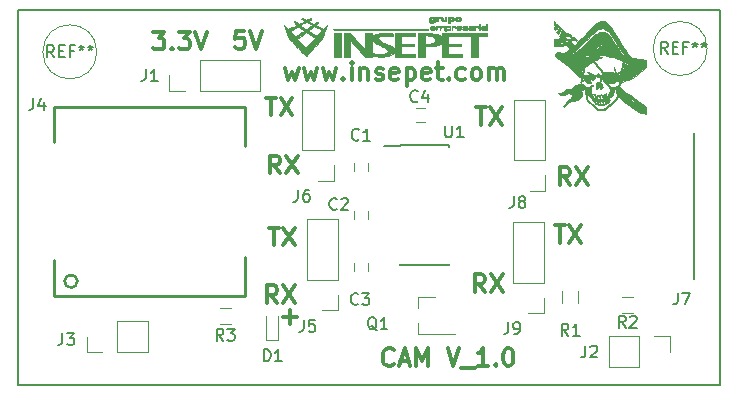
<source format=gbr>
G04 #@! TF.FileFunction,Legend,Top*
%FSLAX46Y46*%
G04 Gerber Fmt 4.6, Leading zero omitted, Abs format (unit mm)*
G04 Created by KiCad (PCBNEW 4.0.6) date 07/10/17 08:56:55*
%MOMM*%
%LPD*%
G01*
G04 APERTURE LIST*
%ADD10C,0.100000*%
%ADD11C,0.300000*%
%ADD12C,0.150000*%
%ADD13C,0.010000*%
%ADD14C,0.120000*%
%ADD15C,0.250000*%
G04 APERTURE END LIST*
D10*
D11*
X55068572Y-54727143D02*
X56211429Y-54727143D01*
X55640000Y-55298571D02*
X55640000Y-54155714D01*
X64422858Y-58735714D02*
X64351429Y-58807143D01*
X64137143Y-58878571D01*
X63994286Y-58878571D01*
X63780001Y-58807143D01*
X63637143Y-58664286D01*
X63565715Y-58521429D01*
X63494286Y-58235714D01*
X63494286Y-58021429D01*
X63565715Y-57735714D01*
X63637143Y-57592857D01*
X63780001Y-57450000D01*
X63994286Y-57378571D01*
X64137143Y-57378571D01*
X64351429Y-57450000D01*
X64422858Y-57521429D01*
X64994286Y-58450000D02*
X65708572Y-58450000D01*
X64851429Y-58878571D02*
X65351429Y-57378571D01*
X65851429Y-58878571D01*
X66351429Y-58878571D02*
X66351429Y-57378571D01*
X66851429Y-58450000D01*
X67351429Y-57378571D01*
X67351429Y-58878571D01*
X68994286Y-57378571D02*
X69494286Y-58878571D01*
X69994286Y-57378571D01*
X70137143Y-59021429D02*
X71280000Y-59021429D01*
X72422857Y-58878571D02*
X71565714Y-58878571D01*
X71994286Y-58878571D02*
X71994286Y-57378571D01*
X71851429Y-57592857D01*
X71708571Y-57735714D01*
X71565714Y-57807143D01*
X73065714Y-58735714D02*
X73137142Y-58807143D01*
X73065714Y-58878571D01*
X72994285Y-58807143D01*
X73065714Y-58735714D01*
X73065714Y-58878571D01*
X74065714Y-57378571D02*
X74208571Y-57378571D01*
X74351428Y-57450000D01*
X74422857Y-57521429D01*
X74494286Y-57664286D01*
X74565714Y-57950000D01*
X74565714Y-58307143D01*
X74494286Y-58592857D01*
X74422857Y-58735714D01*
X74351428Y-58807143D01*
X74208571Y-58878571D01*
X74065714Y-58878571D01*
X73922857Y-58807143D01*
X73851428Y-58735714D01*
X73780000Y-58592857D01*
X73708571Y-58307143D01*
X73708571Y-57950000D01*
X73780000Y-57664286D01*
X73851428Y-57521429D01*
X73922857Y-57450000D01*
X74065714Y-57378571D01*
D12*
X92102000Y-60452000D02*
X32666000Y-60452000D01*
X92102000Y-28702000D02*
X92102000Y-60452000D01*
X32666000Y-60452000D02*
X32666000Y-28702000D01*
X32666000Y-28702000D02*
X33428000Y-28702000D01*
X33428000Y-28702000D02*
X92102000Y-28702000D01*
D11*
X44095715Y-30568571D02*
X45024286Y-30568571D01*
X44524286Y-31140000D01*
X44738572Y-31140000D01*
X44881429Y-31211429D01*
X44952858Y-31282857D01*
X45024286Y-31425714D01*
X45024286Y-31782857D01*
X44952858Y-31925714D01*
X44881429Y-31997143D01*
X44738572Y-32068571D01*
X44310000Y-32068571D01*
X44167143Y-31997143D01*
X44095715Y-31925714D01*
X45667143Y-31925714D02*
X45738571Y-31997143D01*
X45667143Y-32068571D01*
X45595714Y-31997143D01*
X45667143Y-31925714D01*
X45667143Y-32068571D01*
X46238572Y-30568571D02*
X47167143Y-30568571D01*
X46667143Y-31140000D01*
X46881429Y-31140000D01*
X47024286Y-31211429D01*
X47095715Y-31282857D01*
X47167143Y-31425714D01*
X47167143Y-31782857D01*
X47095715Y-31925714D01*
X47024286Y-31997143D01*
X46881429Y-32068571D01*
X46452857Y-32068571D01*
X46310000Y-31997143D01*
X46238572Y-31925714D01*
X47595714Y-30568571D02*
X48095714Y-32068571D01*
X48595714Y-30568571D01*
X51794287Y-30488571D02*
X51080001Y-30488571D01*
X51008572Y-31202857D01*
X51080001Y-31131429D01*
X51222858Y-31060000D01*
X51580001Y-31060000D01*
X51722858Y-31131429D01*
X51794287Y-31202857D01*
X51865715Y-31345714D01*
X51865715Y-31702857D01*
X51794287Y-31845714D01*
X51722858Y-31917143D01*
X51580001Y-31988571D01*
X51222858Y-31988571D01*
X51080001Y-31917143D01*
X51008572Y-31845714D01*
X52294286Y-30488571D02*
X52794286Y-31988571D01*
X53294286Y-30488571D01*
X53637143Y-36138571D02*
X54494286Y-36138571D01*
X54065715Y-37638571D02*
X54065715Y-36138571D01*
X54851429Y-36138571D02*
X55851429Y-37638571D01*
X55851429Y-36138571D02*
X54851429Y-37638571D01*
X54830001Y-42568571D02*
X54330001Y-41854286D01*
X53972858Y-42568571D02*
X53972858Y-41068571D01*
X54544286Y-41068571D01*
X54687144Y-41140000D01*
X54758572Y-41211429D01*
X54830001Y-41354286D01*
X54830001Y-41568571D01*
X54758572Y-41711429D01*
X54687144Y-41782857D01*
X54544286Y-41854286D01*
X53972858Y-41854286D01*
X55330001Y-41068571D02*
X56330001Y-42568571D01*
X56330001Y-41068571D02*
X55330001Y-42568571D01*
X53847143Y-47158571D02*
X54704286Y-47158571D01*
X54275715Y-48658571D02*
X54275715Y-47158571D01*
X55061429Y-47158571D02*
X56061429Y-48658571D01*
X56061429Y-47158571D02*
X55061429Y-48658571D01*
X54570001Y-53548571D02*
X54070001Y-52834286D01*
X53712858Y-53548571D02*
X53712858Y-52048571D01*
X54284286Y-52048571D01*
X54427144Y-52120000D01*
X54498572Y-52191429D01*
X54570001Y-52334286D01*
X54570001Y-52548571D01*
X54498572Y-52691429D01*
X54427144Y-52762857D01*
X54284286Y-52834286D01*
X53712858Y-52834286D01*
X55070001Y-52048571D02*
X56070001Y-53548571D01*
X56070001Y-52048571D02*
X55070001Y-53548571D01*
X71397143Y-36928571D02*
X72254286Y-36928571D01*
X71825715Y-38428571D02*
X71825715Y-36928571D01*
X72611429Y-36928571D02*
X73611429Y-38428571D01*
X73611429Y-36928571D02*
X72611429Y-38428571D01*
X79370001Y-43538571D02*
X78870001Y-42824286D01*
X78512858Y-43538571D02*
X78512858Y-42038571D01*
X79084286Y-42038571D01*
X79227144Y-42110000D01*
X79298572Y-42181429D01*
X79370001Y-42324286D01*
X79370001Y-42538571D01*
X79298572Y-42681429D01*
X79227144Y-42752857D01*
X79084286Y-42824286D01*
X78512858Y-42824286D01*
X79870001Y-42038571D02*
X80870001Y-43538571D01*
X80870001Y-42038571D02*
X79870001Y-43538571D01*
X72150001Y-52618571D02*
X71650001Y-51904286D01*
X71292858Y-52618571D02*
X71292858Y-51118571D01*
X71864286Y-51118571D01*
X72007144Y-51190000D01*
X72078572Y-51261429D01*
X72150001Y-51404286D01*
X72150001Y-51618571D01*
X72078572Y-51761429D01*
X72007144Y-51832857D01*
X71864286Y-51904286D01*
X71292858Y-51904286D01*
X72650001Y-51118571D02*
X73650001Y-52618571D01*
X73650001Y-51118571D02*
X72650001Y-52618571D01*
X78067143Y-46928571D02*
X78924286Y-46928571D01*
X78495715Y-48428571D02*
X78495715Y-46928571D01*
X79281429Y-46928571D02*
X80281429Y-48428571D01*
X80281429Y-46928571D02*
X79281429Y-48428571D01*
D13*
G36*
X83779867Y-35434938D02*
X83949253Y-35567243D01*
X84143062Y-35716061D01*
X84353016Y-35875238D01*
X84570839Y-36038623D01*
X84788254Y-36200062D01*
X84996986Y-36353404D01*
X85188757Y-36492496D01*
X85355291Y-36611186D01*
X85462350Y-36685646D01*
X85585156Y-36770057D01*
X85672176Y-36831936D01*
X85729573Y-36877398D01*
X85763511Y-36912560D01*
X85780154Y-36943542D01*
X85785664Y-36976458D01*
X85786200Y-37007063D01*
X85782717Y-37070019D01*
X85774037Y-37104548D01*
X85770782Y-37106800D01*
X85743170Y-37092214D01*
X85679266Y-37050631D01*
X85583580Y-36985313D01*
X85460626Y-36899522D01*
X85314914Y-36796519D01*
X85150959Y-36679566D01*
X84973270Y-36551926D01*
X84786361Y-36416860D01*
X84594743Y-36277631D01*
X84402929Y-36137499D01*
X84215430Y-35999726D01*
X84036758Y-35867576D01*
X83871427Y-35744308D01*
X83723946Y-35633186D01*
X83598830Y-35537471D01*
X83582750Y-35525017D01*
X83556386Y-35517229D01*
X83551000Y-35541031D01*
X83561361Y-35566664D01*
X83594227Y-35606146D01*
X83652270Y-35661693D01*
X83738162Y-35735525D01*
X83854576Y-35829858D01*
X84004184Y-35946910D01*
X84189658Y-36088900D01*
X84413672Y-36258045D01*
X84427300Y-36268282D01*
X84565880Y-36370975D01*
X84719090Y-36482143D01*
X84880967Y-36597687D01*
X85045549Y-36713508D01*
X85206875Y-36825505D01*
X85358982Y-36929580D01*
X85495908Y-37021632D01*
X85611692Y-37097563D01*
X85700371Y-37153273D01*
X85755984Y-37184662D01*
X85766497Y-37189132D01*
X85776372Y-37216180D01*
X85781699Y-37280544D01*
X85781446Y-37368865D01*
X85781082Y-37378305D01*
X85773500Y-37560089D01*
X85557600Y-37490107D01*
X85339167Y-37411753D01*
X85145047Y-37323730D01*
X84951585Y-37214703D01*
X84854323Y-37153088D01*
X84716796Y-37059137D01*
X84550699Y-36938641D01*
X84365425Y-36798813D01*
X84170368Y-36646864D01*
X83974919Y-36490006D01*
X83788474Y-36335451D01*
X83779600Y-36327950D01*
X83512900Y-36102284D01*
X83444882Y-35772692D01*
X83412610Y-35613018D01*
X83391233Y-35494944D01*
X83380528Y-35410501D01*
X83380276Y-35351719D01*
X83390255Y-35310630D01*
X83410244Y-35279263D01*
X83430617Y-35258314D01*
X83488034Y-35204374D01*
X83779867Y-35434938D01*
X83779867Y-35434938D01*
G37*
X83779867Y-35434938D02*
X83949253Y-35567243D01*
X84143062Y-35716061D01*
X84353016Y-35875238D01*
X84570839Y-36038623D01*
X84788254Y-36200062D01*
X84996986Y-36353404D01*
X85188757Y-36492496D01*
X85355291Y-36611186D01*
X85462350Y-36685646D01*
X85585156Y-36770057D01*
X85672176Y-36831936D01*
X85729573Y-36877398D01*
X85763511Y-36912560D01*
X85780154Y-36943542D01*
X85785664Y-36976458D01*
X85786200Y-37007063D01*
X85782717Y-37070019D01*
X85774037Y-37104548D01*
X85770782Y-37106800D01*
X85743170Y-37092214D01*
X85679266Y-37050631D01*
X85583580Y-36985313D01*
X85460626Y-36899522D01*
X85314914Y-36796519D01*
X85150959Y-36679566D01*
X84973270Y-36551926D01*
X84786361Y-36416860D01*
X84594743Y-36277631D01*
X84402929Y-36137499D01*
X84215430Y-35999726D01*
X84036758Y-35867576D01*
X83871427Y-35744308D01*
X83723946Y-35633186D01*
X83598830Y-35537471D01*
X83582750Y-35525017D01*
X83556386Y-35517229D01*
X83551000Y-35541031D01*
X83561361Y-35566664D01*
X83594227Y-35606146D01*
X83652270Y-35661693D01*
X83738162Y-35735525D01*
X83854576Y-35829858D01*
X84004184Y-35946910D01*
X84189658Y-36088900D01*
X84413672Y-36258045D01*
X84427300Y-36268282D01*
X84565880Y-36370975D01*
X84719090Y-36482143D01*
X84880967Y-36597687D01*
X85045549Y-36713508D01*
X85206875Y-36825505D01*
X85358982Y-36929580D01*
X85495908Y-37021632D01*
X85611692Y-37097563D01*
X85700371Y-37153273D01*
X85755984Y-37184662D01*
X85766497Y-37189132D01*
X85776372Y-37216180D01*
X85781699Y-37280544D01*
X85781446Y-37368865D01*
X85781082Y-37378305D01*
X85773500Y-37560089D01*
X85557600Y-37490107D01*
X85339167Y-37411753D01*
X85145047Y-37323730D01*
X84951585Y-37214703D01*
X84854323Y-37153088D01*
X84716796Y-37059137D01*
X84550699Y-36938641D01*
X84365425Y-36798813D01*
X84170368Y-36646864D01*
X83974919Y-36490006D01*
X83788474Y-36335451D01*
X83779600Y-36327950D01*
X83512900Y-36102284D01*
X83444882Y-35772692D01*
X83412610Y-35613018D01*
X83391233Y-35494944D01*
X83380528Y-35410501D01*
X83380276Y-35351719D01*
X83390255Y-35310630D01*
X83410244Y-35279263D01*
X83430617Y-35258314D01*
X83488034Y-35204374D01*
X83779867Y-35434938D01*
G36*
X82169699Y-29647292D02*
X82293591Y-29687085D01*
X82293700Y-29687135D01*
X82386890Y-29738698D01*
X82483394Y-29810254D01*
X82585409Y-29904661D01*
X82695130Y-30024775D01*
X82814755Y-30173455D01*
X82946480Y-30353558D01*
X83092501Y-30567941D01*
X83255016Y-30819463D01*
X83436221Y-31110981D01*
X83613863Y-31404500D01*
X83790365Y-31695957D01*
X83945696Y-31945346D01*
X84082127Y-32155665D01*
X84201929Y-32329913D01*
X84307377Y-32471087D01*
X84400741Y-32582186D01*
X84484295Y-32666208D01*
X84560309Y-32726151D01*
X84631058Y-32765014D01*
X84650773Y-32772719D01*
X84721105Y-32791230D01*
X84825969Y-32810959D01*
X84949253Y-32829126D01*
X85036900Y-32839325D01*
X85202261Y-32858797D01*
X85362718Y-32882281D01*
X85508183Y-32907909D01*
X85628567Y-32933812D01*
X85713784Y-32958124D01*
X85741246Y-32969728D01*
X85761818Y-32987343D01*
X85775080Y-33020161D01*
X85782542Y-33077850D01*
X85785718Y-33170079D01*
X85786200Y-33257265D01*
X85786200Y-33520743D01*
X85671577Y-33661454D01*
X85508207Y-33836225D01*
X85301868Y-34014917D01*
X85059669Y-34192916D01*
X84788717Y-34365604D01*
X84496120Y-34528366D01*
X84188987Y-34676585D01*
X83960751Y-34772530D01*
X83716100Y-34868877D01*
X83696337Y-34762288D01*
X83686523Y-34636676D01*
X83694341Y-34475984D01*
X83717742Y-34291967D01*
X83754678Y-34096380D01*
X83803103Y-33900976D01*
X83860968Y-33717510D01*
X83892970Y-33633512D01*
X83926966Y-33545547D01*
X83941921Y-33487207D01*
X83939865Y-33441894D01*
X83922830Y-33393010D01*
X83922491Y-33392212D01*
X83908508Y-33358771D01*
X83897334Y-33338509D01*
X83886345Y-33336837D01*
X83872916Y-33359167D01*
X83854423Y-33410910D01*
X83828244Y-33497478D01*
X83791753Y-33624283D01*
X83765546Y-33715900D01*
X83707446Y-33920066D01*
X83662477Y-34082605D01*
X83629238Y-34210566D01*
X83606328Y-34310998D01*
X83592346Y-34390950D01*
X83585889Y-34457471D01*
X83585558Y-34517611D01*
X83589951Y-34578420D01*
X83591371Y-34592200D01*
X83601574Y-34705755D01*
X83609163Y-34823020D01*
X83611742Y-34889857D01*
X83611314Y-34957238D01*
X83601852Y-35006989D01*
X83576138Y-35053220D01*
X83526954Y-35110044D01*
X83468450Y-35169994D01*
X83400824Y-35240594D01*
X83355908Y-35299059D01*
X83331628Y-35356898D01*
X83325911Y-35425622D01*
X83336685Y-35516741D01*
X83361876Y-35641763D01*
X83373749Y-35695813D01*
X83403547Y-35838036D01*
X83419052Y-35943403D01*
X83418693Y-36024235D01*
X83400901Y-36092857D01*
X83364108Y-36161591D01*
X83306744Y-36242761D01*
X83303557Y-36247033D01*
X83197618Y-36380982D01*
X83088211Y-36501026D01*
X82964291Y-36617824D01*
X82814816Y-36742032D01*
X82693705Y-36835587D01*
X82591127Y-36915503D01*
X82500870Y-36990137D01*
X82432296Y-37051455D01*
X82394769Y-37091420D01*
X82393579Y-37093161D01*
X82350345Y-37140367D01*
X82287282Y-37173564D01*
X82196523Y-37194677D01*
X82070199Y-37205632D01*
X81922806Y-37208400D01*
X81648393Y-37208400D01*
X81565315Y-37105019D01*
X81511988Y-37047243D01*
X81430327Y-36968914D01*
X81331966Y-36880833D01*
X81240268Y-36803364D01*
X81048238Y-36639679D01*
X80896766Y-36496740D01*
X80786839Y-36375615D01*
X80719446Y-36277374D01*
X80696714Y-36215299D01*
X80690103Y-36154900D01*
X80682427Y-36058115D01*
X80674729Y-35939315D01*
X80669196Y-35836800D01*
X80652574Y-35606468D01*
X80647548Y-35570100D01*
X80760307Y-35570100D01*
X80772697Y-35836800D01*
X80779074Y-35957266D01*
X80786265Y-36066783D01*
X80793209Y-36150268D01*
X80797032Y-36183051D01*
X80821983Y-36263241D01*
X80875960Y-36350655D01*
X80962802Y-36449669D01*
X81086345Y-36564659D01*
X81250354Y-36699943D01*
X81359232Y-36787912D01*
X81457611Y-36870642D01*
X81536580Y-36940405D01*
X81587227Y-36989473D01*
X81596334Y-36999970D01*
X81645670Y-37052556D01*
X81690993Y-37085301D01*
X81692546Y-37085964D01*
X81749000Y-37097171D01*
X81839528Y-37103216D01*
X81947681Y-37104239D01*
X82057010Y-37100377D01*
X82151067Y-37091767D01*
X82203805Y-37081685D01*
X82270011Y-37050140D01*
X82349986Y-36994757D01*
X82406838Y-36945684D01*
X82478946Y-36880977D01*
X82576320Y-36799651D01*
X82683037Y-36714825D01*
X82736630Y-36673918D01*
X82892000Y-36552885D01*
X83013429Y-36446940D01*
X83111136Y-36346055D01*
X83195340Y-36240206D01*
X83231433Y-36188455D01*
X83289490Y-36086538D01*
X83318326Y-35988236D01*
X83319709Y-35878390D01*
X83295405Y-35741838D01*
X83287313Y-35708786D01*
X83263756Y-35610310D01*
X83243049Y-35514813D01*
X83235362Y-35474850D01*
X83213844Y-35405126D01*
X83180252Y-35380076D01*
X83175199Y-35379817D01*
X83142462Y-35403229D01*
X83109001Y-35465004D01*
X83078733Y-35552919D01*
X83055575Y-35654747D01*
X83043445Y-35758266D01*
X83042532Y-35793849D01*
X83037973Y-35871382D01*
X83023761Y-35900913D01*
X83015890Y-35899243D01*
X82989543Y-35906251D01*
X82974721Y-35936252D01*
X82952359Y-35977501D01*
X82931980Y-35986599D01*
X82858022Y-35986504D01*
X82821842Y-36012197D01*
X82814400Y-36052700D01*
X82803997Y-36102265D01*
X82780765Y-36115546D01*
X82756662Y-36086035D01*
X82756062Y-36084450D01*
X82736697Y-36069842D01*
X82698634Y-36096268D01*
X82697611Y-36097241D01*
X82667249Y-36137275D01*
X82668238Y-36183687D01*
X82679618Y-36217781D01*
X82693703Y-36273601D01*
X82688861Y-36305665D01*
X82687813Y-36306444D01*
X82662803Y-36298421D01*
X82652758Y-36281154D01*
X82622320Y-36246204D01*
X82576663Y-36259579D01*
X82550469Y-36282159D01*
X82525064Y-36327827D01*
X82535955Y-36385412D01*
X82555997Y-36442566D01*
X82556791Y-36466728D01*
X82538625Y-36471797D01*
X82537753Y-36471800D01*
X82515393Y-36450273D01*
X82499169Y-36408300D01*
X82473025Y-36356594D01*
X82438022Y-36345240D01*
X82403396Y-36367120D01*
X82378381Y-36415117D01*
X82372215Y-36482113D01*
X82375221Y-36503820D01*
X82376740Y-36557996D01*
X82360097Y-36571923D01*
X82336349Y-36546904D01*
X82319100Y-36497200D01*
X82301275Y-36443894D01*
X82281492Y-36421015D01*
X82281059Y-36421000D01*
X82214334Y-36440710D01*
X82181904Y-36497088D01*
X82179400Y-36525317D01*
X82171792Y-36577633D01*
X82154000Y-36598800D01*
X82132932Y-36577669D01*
X82128600Y-36551110D01*
X82108260Y-36489886D01*
X82051868Y-36459871D01*
X81979836Y-36462182D01*
X81922146Y-36482469D01*
X81901214Y-36520077D01*
X81900000Y-36539974D01*
X81891566Y-36581194D01*
X81874600Y-36586100D01*
X81852818Y-36550064D01*
X81849200Y-36524063D01*
X81827067Y-36480887D01*
X81792050Y-36462409D01*
X81730593Y-36449210D01*
X81703491Y-36458698D01*
X81696882Y-36497566D01*
X81696800Y-36508400D01*
X81687434Y-36562182D01*
X81671400Y-36586100D01*
X81653306Y-36576292D01*
X81646003Y-36527228D01*
X81646000Y-36525810D01*
X81633162Y-36462309D01*
X81593285Y-36433092D01*
X81551234Y-36422765D01*
X81529959Y-36434632D01*
X81519587Y-36479900D01*
X81515074Y-36521863D01*
X81512467Y-36576261D01*
X81527210Y-36604972D01*
X81571798Y-36620778D01*
X81620600Y-36629825D01*
X81697080Y-36639733D01*
X81806060Y-36649665D01*
X81929261Y-36658067D01*
X81988506Y-36661119D01*
X82147526Y-36662465D01*
X82273244Y-36646406D01*
X82381750Y-36607413D01*
X82489134Y-36539957D01*
X82595679Y-36452487D01*
X82660576Y-36398564D01*
X82709609Y-36363574D01*
X82731579Y-36355112D01*
X82725151Y-36380486D01*
X82693541Y-36427822D01*
X82648061Y-36483745D01*
X82600024Y-36534880D01*
X82560744Y-36567852D01*
X82546941Y-36573400D01*
X82510415Y-36588190D01*
X82452303Y-36625709D01*
X82420645Y-36649643D01*
X82337131Y-36703491D01*
X82245643Y-36744943D01*
X82220303Y-36752726D01*
X82133165Y-36776205D01*
X82052759Y-36799531D01*
X82041084Y-36803150D01*
X81965917Y-36812559D01*
X81908628Y-36788967D01*
X81839860Y-36760917D01*
X81772843Y-36751200D01*
X81698410Y-36741771D01*
X81619686Y-36717228D01*
X81546083Y-36683186D01*
X81487011Y-36645260D01*
X81451881Y-36609064D01*
X81450104Y-36580215D01*
X81467749Y-36569166D01*
X81482067Y-36542115D01*
X81474527Y-36492679D01*
X81451906Y-36440436D01*
X81420981Y-36404963D01*
X81409223Y-36400087D01*
X81377149Y-36407863D01*
X81366028Y-36454347D01*
X81365802Y-36463587D01*
X81362833Y-36497351D01*
X81351899Y-36497754D01*
X81328326Y-36460313D01*
X81294972Y-36395600D01*
X81229967Y-36272007D01*
X81201367Y-36226416D01*
X81637914Y-36226416D01*
X81668499Y-36271869D01*
X81734683Y-36288795D01*
X81785700Y-36287518D01*
X81831958Y-36280362D01*
X81854034Y-36259362D01*
X81860487Y-36210236D01*
X81860438Y-36162792D01*
X81855887Y-36129367D01*
X81925611Y-36129367D01*
X81931507Y-36205335D01*
X81944394Y-36260342D01*
X81957150Y-36276924D01*
X82014716Y-36280215D01*
X82081149Y-36261620D01*
X82113814Y-36241160D01*
X82127336Y-36199594D01*
X82115405Y-36137280D01*
X82085401Y-36067522D01*
X82082726Y-36063322D01*
X82154000Y-36063322D01*
X82164105Y-36153342D01*
X82191253Y-36206489D01*
X82230690Y-36218153D01*
X82277660Y-36183723D01*
X82277879Y-36183460D01*
X82292805Y-36133170D01*
X82280784Y-36070578D01*
X82249693Y-36015941D01*
X82207413Y-35989514D01*
X82202315Y-35989200D01*
X82166246Y-36002828D01*
X82154202Y-36051446D01*
X82154000Y-36063322D01*
X82082726Y-36063322D01*
X82044702Y-36003625D01*
X82000688Y-35958895D01*
X81990165Y-35955666D01*
X82299312Y-35955666D01*
X82306099Y-36012878D01*
X82324369Y-36075789D01*
X82341372Y-36111139D01*
X82369531Y-36123916D01*
X82421244Y-36131960D01*
X82474454Y-36133662D01*
X82507099Y-36127413D01*
X82509600Y-36123405D01*
X82499145Y-36096531D01*
X82473728Y-36044330D01*
X82471237Y-36039491D01*
X82425385Y-35975743D01*
X82370533Y-35932588D01*
X82321083Y-35920127D01*
X82307746Y-35924867D01*
X82299312Y-35955666D01*
X81990165Y-35955666D01*
X81960737Y-35946636D01*
X81952400Y-35950110D01*
X81935804Y-35984312D01*
X81926959Y-36049878D01*
X81925611Y-36129367D01*
X81855887Y-36129367D01*
X81847657Y-36068933D01*
X81816828Y-36001044D01*
X81775327Y-35964305D01*
X81730532Y-35963897D01*
X81689818Y-36005000D01*
X81676546Y-36033650D01*
X81641180Y-36148366D01*
X81637914Y-36226416D01*
X81201367Y-36226416D01*
X81175471Y-36185138D01*
X81123466Y-36124416D01*
X81065933Y-36079262D01*
X81045730Y-36066777D01*
X80981676Y-36015042D01*
X80937311Y-35954529D01*
X80932969Y-35944065D01*
X80908730Y-35883736D01*
X80870625Y-35798341D01*
X80834310Y-35721718D01*
X80814107Y-35680324D01*
X80993196Y-35680324D01*
X80999435Y-35713378D01*
X81025319Y-35755492D01*
X81055090Y-35749427D01*
X81071782Y-35720422D01*
X81087338Y-35654742D01*
X81084595Y-35600303D01*
X81065686Y-35572294D01*
X81051063Y-35572861D01*
X81006537Y-35614104D01*
X80993196Y-35680324D01*
X80814107Y-35680324D01*
X80760307Y-35570100D01*
X80647548Y-35570100D01*
X80627570Y-35425540D01*
X80594025Y-35293287D01*
X80551778Y-35208983D01*
X80524770Y-35182787D01*
X80456476Y-35128166D01*
X80383102Y-35056246D01*
X80315723Y-34979600D01*
X80265414Y-34910801D01*
X80243383Y-34863353D01*
X80243516Y-34800697D01*
X80244606Y-34793772D01*
X80301144Y-34793772D01*
X80326401Y-34880861D01*
X80393987Y-34973046D01*
X80506478Y-35074629D01*
X80560307Y-35115686D01*
X80643317Y-35174183D01*
X80705886Y-35207653D01*
X80767084Y-35222996D01*
X80845982Y-35227114D01*
X80868438Y-35227200D01*
X80958503Y-35224732D01*
X81015629Y-35213288D01*
X81057593Y-35186808D01*
X81091951Y-35151000D01*
X81164605Y-35090208D01*
X81234962Y-35078968D01*
X81304595Y-35114096D01*
X81334083Y-35140003D01*
X81325593Y-35146473D01*
X81273286Y-35137896D01*
X81273017Y-35137845D01*
X81210429Y-35133965D01*
X81169112Y-35160730D01*
X81148041Y-35189593D01*
X81120177Y-35244650D01*
X81120928Y-35297638D01*
X81135037Y-35342871D01*
X81150206Y-35412718D01*
X81159448Y-35511189D01*
X81160822Y-35610560D01*
X81160265Y-35710683D01*
X81167164Y-35771704D01*
X81183562Y-35805031D01*
X81197558Y-35815796D01*
X81232196Y-35845803D01*
X81236797Y-35870424D01*
X81210212Y-35874283D01*
X81201714Y-35871467D01*
X81163840Y-35876838D01*
X81143383Y-35919472D01*
X81145226Y-35987401D01*
X81148444Y-36001956D01*
X81173720Y-36048984D01*
X81207636Y-36064273D01*
X81234057Y-36045322D01*
X81239600Y-36016099D01*
X81247294Y-35963564D01*
X81264764Y-35954062D01*
X81283592Y-35983194D01*
X81295261Y-36045177D01*
X81307829Y-36121900D01*
X81337311Y-36166447D01*
X81366600Y-36185059D01*
X81427697Y-36207970D01*
X81464803Y-36196275D01*
X81486157Y-36143799D01*
X81495006Y-36088827D01*
X81505003Y-36029831D01*
X81515841Y-36015185D01*
X81529140Y-36046759D01*
X81546522Y-36126422D01*
X81551737Y-36154300D01*
X81562270Y-36169351D01*
X81579561Y-36134940D01*
X81593189Y-36090800D01*
X81621294Y-36011288D01*
X81653725Y-35947316D01*
X81664999Y-35932050D01*
X81725435Y-35894742D01*
X81795011Y-35891853D01*
X81843519Y-35917479D01*
X81876076Y-35931552D01*
X81918737Y-35906238D01*
X81924149Y-35901432D01*
X81965713Y-35871174D01*
X82002425Y-35875460D01*
X82034779Y-35894740D01*
X82095815Y-35918766D01*
X82129467Y-35912463D01*
X82171872Y-35900561D01*
X82185814Y-35904264D01*
X82220994Y-35902592D01*
X82279308Y-35882342D01*
X82341079Y-35852284D01*
X82386631Y-35821186D01*
X82395720Y-35810720D01*
X82423071Y-35785563D01*
X82439749Y-35804184D01*
X82439666Y-35856421D01*
X82444821Y-35919887D01*
X82472460Y-35970150D01*
X82511645Y-35995954D01*
X82551439Y-35986038D01*
X82558520Y-35978764D01*
X82576258Y-35933163D01*
X82561268Y-35889223D01*
X82548690Y-35846578D01*
X82567905Y-35839101D01*
X82605043Y-35866203D01*
X82645681Y-35883447D01*
X82680498Y-35860705D01*
X82701317Y-35808741D01*
X82700421Y-35740678D01*
X82694596Y-35681764D01*
X82708086Y-35669054D01*
X82711179Y-35670698D01*
X82736070Y-35708480D01*
X82738200Y-35723999D01*
X82746512Y-35759535D01*
X82765338Y-35755571D01*
X82785508Y-35719437D01*
X82795653Y-35678050D01*
X82786932Y-35572643D01*
X82750866Y-35481200D01*
X82712571Y-35395188D01*
X82683147Y-35312461D01*
X82676121Y-35285762D01*
X82647986Y-35224277D01*
X82595026Y-35154029D01*
X82530266Y-35088363D01*
X82466729Y-35040621D01*
X82420626Y-35024000D01*
X82386872Y-35010261D01*
X82382600Y-34998600D01*
X82400177Y-34970410D01*
X82449999Y-34975621D01*
X82527694Y-35012417D01*
X82628895Y-35078983D01*
X82692852Y-35127516D01*
X82776041Y-35186003D01*
X82860470Y-35234061D01*
X82905898Y-35253457D01*
X83047570Y-35275635D01*
X83193886Y-35256391D01*
X83331261Y-35200546D01*
X83446109Y-35112921D01*
X83501736Y-35042033D01*
X83531914Y-34971036D01*
X83547116Y-34889464D01*
X83547770Y-34810785D01*
X83534301Y-34748468D01*
X83507136Y-34715981D01*
X83491361Y-34714534D01*
X83435615Y-34705041D01*
X83401950Y-34684131D01*
X83372715Y-34664622D01*
X83343231Y-34670557D01*
X83299796Y-34707202D01*
X83273757Y-34733363D01*
X83166045Y-34812283D01*
X83023961Y-34871421D01*
X82860834Y-34908462D01*
X82689994Y-34921091D01*
X82524770Y-34906993D01*
X82422887Y-34881115D01*
X82281249Y-34806953D01*
X82167218Y-34693832D01*
X82088542Y-34549554D01*
X82085691Y-34541706D01*
X82057492Y-34470670D01*
X82033450Y-34424459D01*
X82023142Y-34414400D01*
X82009475Y-34436742D01*
X81991439Y-34492924D01*
X81973021Y-34566676D01*
X81958207Y-34641730D01*
X81950986Y-34701816D01*
X81950800Y-34709612D01*
X81931467Y-34738928D01*
X81907979Y-34740078D01*
X81885079Y-34727375D01*
X81872368Y-34693173D01*
X81867502Y-34626709D01*
X81867524Y-34554179D01*
X81867244Y-34463359D01*
X81864261Y-34393528D01*
X81859214Y-34359296D01*
X81858983Y-34358880D01*
X81830289Y-34354181D01*
X81775322Y-34366637D01*
X81770514Y-34368272D01*
X81703774Y-34382583D01*
X81664395Y-34366755D01*
X81620228Y-34346480D01*
X81555542Y-34338200D01*
X81500754Y-34343029D01*
X81483354Y-34365025D01*
X81486603Y-34397621D01*
X81483732Y-34440886D01*
X81453438Y-34489159D01*
X81388631Y-34553205D01*
X81377905Y-34562721D01*
X81312045Y-34617852D01*
X81260203Y-34656087D01*
X81236023Y-34668400D01*
X81214856Y-34654035D01*
X81230122Y-34617286D01*
X81265000Y-34579500D01*
X81302378Y-34532709D01*
X81315868Y-34489698D01*
X81301501Y-34466193D01*
X81293847Y-34465200D01*
X81262003Y-34482415D01*
X81210153Y-34526531D01*
X81149101Y-34586256D01*
X81089650Y-34650295D01*
X81042605Y-34707355D01*
X81018767Y-34746142D01*
X81017984Y-34753577D01*
X81045873Y-34784864D01*
X81095425Y-34815835D01*
X81149878Y-34852347D01*
X81158480Y-34883109D01*
X81126088Y-34905489D01*
X81057555Y-34916855D01*
X80957735Y-34914575D01*
X80920634Y-34910615D01*
X80801716Y-34885586D01*
X80707778Y-34838705D01*
X80628868Y-34761786D01*
X80555034Y-34646642D01*
X80522084Y-34582763D01*
X80479120Y-34489328D01*
X80448693Y-34411209D01*
X80435399Y-34360762D01*
X80435920Y-34351069D01*
X80474101Y-34310708D01*
X80550831Y-34270221D01*
X80654069Y-34234076D01*
X80771770Y-34206741D01*
X80855789Y-34195291D01*
X81043270Y-34177866D01*
X80919185Y-34068509D01*
X80848887Y-34003964D01*
X80819120Y-33969062D01*
X80830044Y-33962607D01*
X80881822Y-33983400D01*
X80927667Y-34005964D01*
X81024456Y-34052035D01*
X81137257Y-34101028D01*
X81254349Y-34148415D01*
X81364008Y-34189664D01*
X81454511Y-34220244D01*
X81514135Y-34235626D01*
X81524438Y-34236600D01*
X81575753Y-34219591D01*
X81639710Y-34176747D01*
X81665037Y-34154257D01*
X81749992Y-34071915D01*
X81833071Y-34170871D01*
X81888627Y-34230545D01*
X81931376Y-34255757D01*
X81976045Y-34254734D01*
X81981034Y-34253543D01*
X82033856Y-34217069D01*
X82052331Y-34177195D01*
X83407632Y-34177195D01*
X83413930Y-34202666D01*
X83431698Y-34222526D01*
X83465352Y-34265072D01*
X83474800Y-34289214D01*
X83492070Y-34312387D01*
X83496020Y-34312800D01*
X83513526Y-34290399D01*
X83537404Y-34232257D01*
X83557784Y-34167131D01*
X83577956Y-34088343D01*
X83589090Y-34031945D01*
X83589395Y-34012528D01*
X83567456Y-34022960D01*
X83520936Y-34059385D01*
X83484528Y-34091509D01*
X83429428Y-34144451D01*
X83407632Y-34177195D01*
X82052331Y-34177195D01*
X82064330Y-34151299D01*
X82066476Y-34075029D01*
X82051586Y-34031880D01*
X82011873Y-33969931D01*
X81946714Y-33881922D01*
X81862562Y-33775366D01*
X81765869Y-33657776D01*
X81663086Y-33536666D01*
X81560666Y-33419550D01*
X81465061Y-33313940D01*
X81382723Y-33227351D01*
X81320104Y-33167296D01*
X81288702Y-33143491D01*
X81260198Y-33139150D01*
X81215667Y-33152718D01*
X81148301Y-33187538D01*
X81051289Y-33246955D01*
X80968635Y-33300662D01*
X80853335Y-33377921D01*
X80743271Y-33453997D01*
X80650970Y-33520092D01*
X80589336Y-33567097D01*
X80485173Y-33652313D01*
X80506501Y-33785706D01*
X80517492Y-33938621D01*
X80493756Y-34069552D01*
X80431751Y-34196619D01*
X80423704Y-34209204D01*
X80366629Y-34335881D01*
X80349928Y-34469827D01*
X80374849Y-34596070D01*
X80388856Y-34626853D01*
X80419755Y-34696145D01*
X80423192Y-34730196D01*
X80399552Y-34725730D01*
X80379138Y-34709340D01*
X80342562Y-34680923D01*
X80324180Y-34688404D01*
X80315638Y-34707480D01*
X80301144Y-34793772D01*
X80244606Y-34793772D01*
X80255614Y-34723902D01*
X80256748Y-34719200D01*
X80270841Y-34648776D01*
X80275821Y-34595688D01*
X80275636Y-34592200D01*
X80273123Y-34549821D01*
X80269285Y-34471884D01*
X80264863Y-34373588D01*
X80263892Y-34350900D01*
X80257232Y-34256384D01*
X80243676Y-34168959D01*
X80219811Y-34075221D01*
X80182229Y-33961764D01*
X80143605Y-33858263D01*
X80256533Y-33858263D01*
X80295046Y-33996631D01*
X80317508Y-34071659D01*
X80335576Y-34121908D01*
X80343375Y-34135000D01*
X80358442Y-34114093D01*
X80383415Y-34062302D01*
X80389996Y-34046915D01*
X80412019Y-33967628D01*
X80425167Y-33868972D01*
X80426800Y-33826033D01*
X80426800Y-33693234D01*
X80341666Y-33775748D01*
X80256533Y-33858263D01*
X80143605Y-33858263D01*
X80127805Y-33815924D01*
X80039380Y-33576267D01*
X79970966Y-33370188D01*
X79923492Y-33200869D01*
X79897886Y-33071491D01*
X79893400Y-33012557D01*
X79897502Y-32957235D01*
X79917899Y-32921662D01*
X79966725Y-32891544D01*
X80014050Y-32870430D01*
X80241435Y-32789125D01*
X80504407Y-32721929D01*
X80789244Y-32670745D01*
X81082220Y-32637473D01*
X81369611Y-32624018D01*
X81637695Y-32632279D01*
X81695151Y-32637448D01*
X81813958Y-32651831D01*
X81921265Y-32668739D01*
X82002132Y-32685625D01*
X82032413Y-32694956D01*
X82062660Y-32708631D01*
X82073638Y-32721361D01*
X82059557Y-32737161D01*
X82014629Y-32760044D01*
X81933064Y-32794025D01*
X81831451Y-32834299D01*
X81714708Y-32881822D01*
X81609408Y-32927421D01*
X81528200Y-32965456D01*
X81487558Y-32987632D01*
X81419598Y-33032213D01*
X82192100Y-33979413D01*
X82395300Y-33965727D01*
X82547617Y-33965079D01*
X82730533Y-33979509D01*
X82926788Y-34007054D01*
X83119124Y-34045752D01*
X83137203Y-34050093D01*
X83193306Y-34063781D01*
X83141861Y-33917412D01*
X83112519Y-33821942D01*
X83089658Y-33725171D01*
X83074843Y-33637891D01*
X83069636Y-33570896D01*
X83075600Y-33534978D01*
X83086243Y-33533429D01*
X83105165Y-33566464D01*
X83122382Y-33630833D01*
X83127504Y-33661764D01*
X83144723Y-33739866D01*
X83174483Y-33833244D01*
X83210905Y-33927219D01*
X83248107Y-34007112D01*
X83280208Y-34058244D01*
X83289891Y-34067106D01*
X83321939Y-34062379D01*
X83384467Y-34036250D01*
X83464808Y-33994132D01*
X83476877Y-33987198D01*
X83639900Y-33892480D01*
X83699127Y-33689890D01*
X83730279Y-33568773D01*
X83756340Y-33441334D01*
X83771949Y-33333990D01*
X83772455Y-33328550D01*
X83783596Y-33246333D01*
X83798704Y-33188966D01*
X83812932Y-33169800D01*
X83864071Y-33183638D01*
X83947058Y-33221523D01*
X84052379Y-33278007D01*
X84170520Y-33347645D01*
X84291966Y-33424991D01*
X84407204Y-33504598D01*
X84440000Y-33528750D01*
X84585853Y-33634425D01*
X84699298Y-33707877D01*
X84785026Y-33751582D01*
X84847727Y-33768018D01*
X84884153Y-33763318D01*
X84915129Y-33736582D01*
X84903935Y-33706077D01*
X84856588Y-33684118D01*
X84844410Y-33681984D01*
X84796192Y-33663422D01*
X84721605Y-33621450D01*
X84634273Y-33563981D01*
X84605100Y-33543051D01*
X84283022Y-33317682D01*
X83979881Y-33129817D01*
X83685883Y-32975062D01*
X83391237Y-32849025D01*
X83086151Y-32747313D01*
X82760831Y-32665533D01*
X82560400Y-32625754D01*
X82123857Y-32558232D01*
X81726373Y-32521688D01*
X81366798Y-32516055D01*
X81074500Y-32537373D01*
X80828128Y-32578496D01*
X80550219Y-32644340D01*
X80251556Y-32731530D01*
X79942925Y-32836692D01*
X79635110Y-32956449D01*
X79383543Y-33066560D01*
X79295635Y-33109079D01*
X79254841Y-33133416D01*
X79260842Y-33139567D01*
X79313314Y-33127528D01*
X79411938Y-33097294D01*
X79499700Y-33068199D01*
X79622073Y-33027634D01*
X79704441Y-33003946D01*
X79754698Y-32997097D01*
X79780741Y-33007051D01*
X79790464Y-33033771D01*
X79791800Y-33066826D01*
X79793668Y-33093888D01*
X79800382Y-33129994D01*
X79813603Y-33180153D01*
X79834992Y-33249375D01*
X79866212Y-33342670D01*
X79908923Y-33465045D01*
X79964788Y-33621512D01*
X80035468Y-33817079D01*
X80095017Y-33980932D01*
X80136713Y-34103305D01*
X80169052Y-34213478D01*
X80188797Y-34299394D01*
X80193110Y-34346125D01*
X80188922Y-34373445D01*
X80179396Y-34386510D01*
X80158947Y-34381610D01*
X80121989Y-34355038D01*
X80062937Y-34303085D01*
X79976204Y-34222042D01*
X79906100Y-34155580D01*
X79636028Y-33901771D01*
X79393790Y-33680101D01*
X79173007Y-33485162D01*
X78967295Y-33311544D01*
X78770273Y-33153839D01*
X78575560Y-33006637D01*
X78411861Y-32889075D01*
X78292587Y-32804828D01*
X78208571Y-32743115D01*
X78153412Y-32697400D01*
X78120706Y-32661146D01*
X78104052Y-32627818D01*
X78097047Y-32590880D01*
X78094903Y-32565516D01*
X78095016Y-32560200D01*
X78928200Y-32560200D01*
X78951002Y-32577619D01*
X79011227Y-32585231D01*
X79096597Y-32583753D01*
X79194836Y-32573904D01*
X79293670Y-32556401D01*
X79374829Y-32534067D01*
X79490765Y-32488537D01*
X79609523Y-32429614D01*
X79735096Y-32354213D01*
X79871478Y-32259249D01*
X80022663Y-32141639D01*
X80192645Y-31998298D01*
X80385417Y-31826142D01*
X80604973Y-31622086D01*
X80814955Y-31421911D01*
X80909485Y-31331760D01*
X81457194Y-31331760D01*
X81490870Y-31392288D01*
X81556217Y-31416941D01*
X81565211Y-31417200D01*
X81619648Y-31430802D01*
X81685966Y-31475365D01*
X81769315Y-31553168D01*
X81903595Y-31689137D01*
X81740686Y-31817162D01*
X81656618Y-31882159D01*
X81581578Y-31938298D01*
X81529490Y-31975204D01*
X81522989Y-31979403D01*
X81481474Y-32012234D01*
X81468200Y-32033393D01*
X81488971Y-32042180D01*
X81540095Y-32035492D01*
X81604782Y-32016793D01*
X81657126Y-31994436D01*
X81701191Y-31964115D01*
X81766254Y-31910758D01*
X81826919Y-31856324D01*
X81947485Y-31743548D01*
X82116002Y-31882549D01*
X82223662Y-31963398D01*
X82317008Y-32018139D01*
X82389026Y-32043401D01*
X82432703Y-32035809D01*
X82433360Y-32035180D01*
X82425366Y-32013253D01*
X82395260Y-31986581D01*
X82290921Y-31910290D01*
X82193922Y-31835504D01*
X82112427Y-31768930D01*
X82054597Y-31717273D01*
X82028596Y-31687242D01*
X82027929Y-31684772D01*
X82044090Y-31655451D01*
X82087308Y-31602408D01*
X82146695Y-31538722D01*
X82233656Y-31460425D01*
X82302137Y-31422412D01*
X82334085Y-31417200D01*
X82406584Y-31400224D01*
X82445464Y-31347463D01*
X82452745Y-31256160D01*
X82452705Y-31255590D01*
X82446300Y-31195468D01*
X82438886Y-31164413D01*
X82437437Y-31163250D01*
X82410999Y-31178847D01*
X82363610Y-31217667D01*
X82308428Y-31267554D01*
X82258609Y-31316350D01*
X82227312Y-31351897D01*
X82222804Y-31361571D01*
X82209436Y-31388794D01*
X82169558Y-31437380D01*
X82114860Y-31495200D01*
X82057028Y-31550127D01*
X82007751Y-31590032D01*
X81994842Y-31598122D01*
X81962406Y-31604426D01*
X81919287Y-31586848D01*
X81855790Y-31540348D01*
X81810687Y-31502363D01*
X81737907Y-31434110D01*
X81700461Y-31386403D01*
X81700145Y-31364332D01*
X81703039Y-31340247D01*
X81660799Y-31303285D01*
X81655700Y-31299985D01*
X81591309Y-31253339D01*
X81541420Y-31208304D01*
X81501460Y-31170745D01*
X81478531Y-31174649D01*
X81462500Y-31224090D01*
X81458894Y-31241479D01*
X81457194Y-31331760D01*
X80909485Y-31331760D01*
X81005756Y-31239950D01*
X81166644Y-31090381D01*
X81302875Y-30968942D01*
X81419709Y-30871370D01*
X81522403Y-30793403D01*
X81616217Y-30730778D01*
X81706409Y-30679233D01*
X81770580Y-30647284D01*
X81942243Y-30585893D01*
X82104812Y-30570445D01*
X82264238Y-30601821D01*
X82426474Y-30680902D01*
X82539757Y-30761053D01*
X82624577Y-30841113D01*
X82725511Y-30960945D01*
X82843715Y-31122136D01*
X82980347Y-31326274D01*
X83136562Y-31574947D01*
X83156584Y-31607700D01*
X83325118Y-31878003D01*
X83476393Y-32106383D01*
X83614273Y-32297118D01*
X83742620Y-32454486D01*
X83865299Y-32582764D01*
X83986171Y-32686231D01*
X84109100Y-32769164D01*
X84237949Y-32835841D01*
X84283301Y-32855366D01*
X84386426Y-32895064D01*
X84450990Y-32912413D01*
X84483499Y-32908513D01*
X84490800Y-32890400D01*
X84469855Y-32868806D01*
X84446714Y-32865000D01*
X84369456Y-32846910D01*
X84269882Y-32797309D01*
X84158803Y-32723195D01*
X84047032Y-32631568D01*
X83970080Y-32556441D01*
X83890417Y-32468427D01*
X83813515Y-32375014D01*
X83734958Y-32269729D01*
X83650324Y-32146099D01*
X83555197Y-31997649D01*
X83445156Y-31817906D01*
X83315782Y-31600396D01*
X83305129Y-31582300D01*
X83188601Y-31384992D01*
X83092869Y-31224994D01*
X83013542Y-31095499D01*
X82946231Y-30989698D01*
X82886547Y-30900785D01*
X82830100Y-30821951D01*
X82772500Y-30746389D01*
X82738250Y-30703147D01*
X82576605Y-30523151D01*
X82419356Y-30393019D01*
X82265440Y-30312110D01*
X82113790Y-30279782D01*
X82038852Y-30281598D01*
X81946145Y-30297293D01*
X81852112Y-30327027D01*
X81753052Y-30373656D01*
X81645268Y-30440035D01*
X81525059Y-30529020D01*
X81388727Y-30643465D01*
X81232572Y-30786227D01*
X81052895Y-30960161D01*
X80845997Y-31168121D01*
X80711011Y-31306543D01*
X80499965Y-31522732D01*
X80318332Y-31705310D01*
X80161552Y-31858434D01*
X80025069Y-31986263D01*
X79904324Y-32092958D01*
X79794761Y-32182677D01*
X79691820Y-32259580D01*
X79594152Y-32325757D01*
X79455813Y-32403385D01*
X79306188Y-32467805D01*
X79161172Y-32513288D01*
X79036658Y-32534100D01*
X79014424Y-32534800D01*
X78956735Y-32541363D01*
X78928709Y-32557439D01*
X78928200Y-32560200D01*
X78095016Y-32560200D01*
X78096601Y-32485674D01*
X78122255Y-32428147D01*
X78153643Y-32392647D01*
X78220180Y-32326110D01*
X78864700Y-32361522D01*
X79017100Y-32281204D01*
X79134993Y-32214915D01*
X79251837Y-32139848D01*
X79371706Y-32052330D01*
X79498673Y-31948685D01*
X79636813Y-31825239D01*
X79790199Y-31678317D01*
X79962907Y-31504244D01*
X80159010Y-31299347D01*
X80382582Y-31059950D01*
X80439722Y-30998100D01*
X80679531Y-30739954D01*
X80889998Y-30517802D01*
X81074408Y-30328701D01*
X81236048Y-30169708D01*
X81378203Y-30037881D01*
X81504160Y-29930276D01*
X81617205Y-29843952D01*
X81720623Y-29775964D01*
X81817701Y-29723372D01*
X81905266Y-29685662D01*
X82045606Y-29646837D01*
X82169699Y-29647292D01*
X82169699Y-29647292D01*
G37*
X82169699Y-29647292D02*
X82293591Y-29687085D01*
X82293700Y-29687135D01*
X82386890Y-29738698D01*
X82483394Y-29810254D01*
X82585409Y-29904661D01*
X82695130Y-30024775D01*
X82814755Y-30173455D01*
X82946480Y-30353558D01*
X83092501Y-30567941D01*
X83255016Y-30819463D01*
X83436221Y-31110981D01*
X83613863Y-31404500D01*
X83790365Y-31695957D01*
X83945696Y-31945346D01*
X84082127Y-32155665D01*
X84201929Y-32329913D01*
X84307377Y-32471087D01*
X84400741Y-32582186D01*
X84484295Y-32666208D01*
X84560309Y-32726151D01*
X84631058Y-32765014D01*
X84650773Y-32772719D01*
X84721105Y-32791230D01*
X84825969Y-32810959D01*
X84949253Y-32829126D01*
X85036900Y-32839325D01*
X85202261Y-32858797D01*
X85362718Y-32882281D01*
X85508183Y-32907909D01*
X85628567Y-32933812D01*
X85713784Y-32958124D01*
X85741246Y-32969728D01*
X85761818Y-32987343D01*
X85775080Y-33020161D01*
X85782542Y-33077850D01*
X85785718Y-33170079D01*
X85786200Y-33257265D01*
X85786200Y-33520743D01*
X85671577Y-33661454D01*
X85508207Y-33836225D01*
X85301868Y-34014917D01*
X85059669Y-34192916D01*
X84788717Y-34365604D01*
X84496120Y-34528366D01*
X84188987Y-34676585D01*
X83960751Y-34772530D01*
X83716100Y-34868877D01*
X83696337Y-34762288D01*
X83686523Y-34636676D01*
X83694341Y-34475984D01*
X83717742Y-34291967D01*
X83754678Y-34096380D01*
X83803103Y-33900976D01*
X83860968Y-33717510D01*
X83892970Y-33633512D01*
X83926966Y-33545547D01*
X83941921Y-33487207D01*
X83939865Y-33441894D01*
X83922830Y-33393010D01*
X83922491Y-33392212D01*
X83908508Y-33358771D01*
X83897334Y-33338509D01*
X83886345Y-33336837D01*
X83872916Y-33359167D01*
X83854423Y-33410910D01*
X83828244Y-33497478D01*
X83791753Y-33624283D01*
X83765546Y-33715900D01*
X83707446Y-33920066D01*
X83662477Y-34082605D01*
X83629238Y-34210566D01*
X83606328Y-34310998D01*
X83592346Y-34390950D01*
X83585889Y-34457471D01*
X83585558Y-34517611D01*
X83589951Y-34578420D01*
X83591371Y-34592200D01*
X83601574Y-34705755D01*
X83609163Y-34823020D01*
X83611742Y-34889857D01*
X83611314Y-34957238D01*
X83601852Y-35006989D01*
X83576138Y-35053220D01*
X83526954Y-35110044D01*
X83468450Y-35169994D01*
X83400824Y-35240594D01*
X83355908Y-35299059D01*
X83331628Y-35356898D01*
X83325911Y-35425622D01*
X83336685Y-35516741D01*
X83361876Y-35641763D01*
X83373749Y-35695813D01*
X83403547Y-35838036D01*
X83419052Y-35943403D01*
X83418693Y-36024235D01*
X83400901Y-36092857D01*
X83364108Y-36161591D01*
X83306744Y-36242761D01*
X83303557Y-36247033D01*
X83197618Y-36380982D01*
X83088211Y-36501026D01*
X82964291Y-36617824D01*
X82814816Y-36742032D01*
X82693705Y-36835587D01*
X82591127Y-36915503D01*
X82500870Y-36990137D01*
X82432296Y-37051455D01*
X82394769Y-37091420D01*
X82393579Y-37093161D01*
X82350345Y-37140367D01*
X82287282Y-37173564D01*
X82196523Y-37194677D01*
X82070199Y-37205632D01*
X81922806Y-37208400D01*
X81648393Y-37208400D01*
X81565315Y-37105019D01*
X81511988Y-37047243D01*
X81430327Y-36968914D01*
X81331966Y-36880833D01*
X81240268Y-36803364D01*
X81048238Y-36639679D01*
X80896766Y-36496740D01*
X80786839Y-36375615D01*
X80719446Y-36277374D01*
X80696714Y-36215299D01*
X80690103Y-36154900D01*
X80682427Y-36058115D01*
X80674729Y-35939315D01*
X80669196Y-35836800D01*
X80652574Y-35606468D01*
X80647548Y-35570100D01*
X80760307Y-35570100D01*
X80772697Y-35836800D01*
X80779074Y-35957266D01*
X80786265Y-36066783D01*
X80793209Y-36150268D01*
X80797032Y-36183051D01*
X80821983Y-36263241D01*
X80875960Y-36350655D01*
X80962802Y-36449669D01*
X81086345Y-36564659D01*
X81250354Y-36699943D01*
X81359232Y-36787912D01*
X81457611Y-36870642D01*
X81536580Y-36940405D01*
X81587227Y-36989473D01*
X81596334Y-36999970D01*
X81645670Y-37052556D01*
X81690993Y-37085301D01*
X81692546Y-37085964D01*
X81749000Y-37097171D01*
X81839528Y-37103216D01*
X81947681Y-37104239D01*
X82057010Y-37100377D01*
X82151067Y-37091767D01*
X82203805Y-37081685D01*
X82270011Y-37050140D01*
X82349986Y-36994757D01*
X82406838Y-36945684D01*
X82478946Y-36880977D01*
X82576320Y-36799651D01*
X82683037Y-36714825D01*
X82736630Y-36673918D01*
X82892000Y-36552885D01*
X83013429Y-36446940D01*
X83111136Y-36346055D01*
X83195340Y-36240206D01*
X83231433Y-36188455D01*
X83289490Y-36086538D01*
X83318326Y-35988236D01*
X83319709Y-35878390D01*
X83295405Y-35741838D01*
X83287313Y-35708786D01*
X83263756Y-35610310D01*
X83243049Y-35514813D01*
X83235362Y-35474850D01*
X83213844Y-35405126D01*
X83180252Y-35380076D01*
X83175199Y-35379817D01*
X83142462Y-35403229D01*
X83109001Y-35465004D01*
X83078733Y-35552919D01*
X83055575Y-35654747D01*
X83043445Y-35758266D01*
X83042532Y-35793849D01*
X83037973Y-35871382D01*
X83023761Y-35900913D01*
X83015890Y-35899243D01*
X82989543Y-35906251D01*
X82974721Y-35936252D01*
X82952359Y-35977501D01*
X82931980Y-35986599D01*
X82858022Y-35986504D01*
X82821842Y-36012197D01*
X82814400Y-36052700D01*
X82803997Y-36102265D01*
X82780765Y-36115546D01*
X82756662Y-36086035D01*
X82756062Y-36084450D01*
X82736697Y-36069842D01*
X82698634Y-36096268D01*
X82697611Y-36097241D01*
X82667249Y-36137275D01*
X82668238Y-36183687D01*
X82679618Y-36217781D01*
X82693703Y-36273601D01*
X82688861Y-36305665D01*
X82687813Y-36306444D01*
X82662803Y-36298421D01*
X82652758Y-36281154D01*
X82622320Y-36246204D01*
X82576663Y-36259579D01*
X82550469Y-36282159D01*
X82525064Y-36327827D01*
X82535955Y-36385412D01*
X82555997Y-36442566D01*
X82556791Y-36466728D01*
X82538625Y-36471797D01*
X82537753Y-36471800D01*
X82515393Y-36450273D01*
X82499169Y-36408300D01*
X82473025Y-36356594D01*
X82438022Y-36345240D01*
X82403396Y-36367120D01*
X82378381Y-36415117D01*
X82372215Y-36482113D01*
X82375221Y-36503820D01*
X82376740Y-36557996D01*
X82360097Y-36571923D01*
X82336349Y-36546904D01*
X82319100Y-36497200D01*
X82301275Y-36443894D01*
X82281492Y-36421015D01*
X82281059Y-36421000D01*
X82214334Y-36440710D01*
X82181904Y-36497088D01*
X82179400Y-36525317D01*
X82171792Y-36577633D01*
X82154000Y-36598800D01*
X82132932Y-36577669D01*
X82128600Y-36551110D01*
X82108260Y-36489886D01*
X82051868Y-36459871D01*
X81979836Y-36462182D01*
X81922146Y-36482469D01*
X81901214Y-36520077D01*
X81900000Y-36539974D01*
X81891566Y-36581194D01*
X81874600Y-36586100D01*
X81852818Y-36550064D01*
X81849200Y-36524063D01*
X81827067Y-36480887D01*
X81792050Y-36462409D01*
X81730593Y-36449210D01*
X81703491Y-36458698D01*
X81696882Y-36497566D01*
X81696800Y-36508400D01*
X81687434Y-36562182D01*
X81671400Y-36586100D01*
X81653306Y-36576292D01*
X81646003Y-36527228D01*
X81646000Y-36525810D01*
X81633162Y-36462309D01*
X81593285Y-36433092D01*
X81551234Y-36422765D01*
X81529959Y-36434632D01*
X81519587Y-36479900D01*
X81515074Y-36521863D01*
X81512467Y-36576261D01*
X81527210Y-36604972D01*
X81571798Y-36620778D01*
X81620600Y-36629825D01*
X81697080Y-36639733D01*
X81806060Y-36649665D01*
X81929261Y-36658067D01*
X81988506Y-36661119D01*
X82147526Y-36662465D01*
X82273244Y-36646406D01*
X82381750Y-36607413D01*
X82489134Y-36539957D01*
X82595679Y-36452487D01*
X82660576Y-36398564D01*
X82709609Y-36363574D01*
X82731579Y-36355112D01*
X82725151Y-36380486D01*
X82693541Y-36427822D01*
X82648061Y-36483745D01*
X82600024Y-36534880D01*
X82560744Y-36567852D01*
X82546941Y-36573400D01*
X82510415Y-36588190D01*
X82452303Y-36625709D01*
X82420645Y-36649643D01*
X82337131Y-36703491D01*
X82245643Y-36744943D01*
X82220303Y-36752726D01*
X82133165Y-36776205D01*
X82052759Y-36799531D01*
X82041084Y-36803150D01*
X81965917Y-36812559D01*
X81908628Y-36788967D01*
X81839860Y-36760917D01*
X81772843Y-36751200D01*
X81698410Y-36741771D01*
X81619686Y-36717228D01*
X81546083Y-36683186D01*
X81487011Y-36645260D01*
X81451881Y-36609064D01*
X81450104Y-36580215D01*
X81467749Y-36569166D01*
X81482067Y-36542115D01*
X81474527Y-36492679D01*
X81451906Y-36440436D01*
X81420981Y-36404963D01*
X81409223Y-36400087D01*
X81377149Y-36407863D01*
X81366028Y-36454347D01*
X81365802Y-36463587D01*
X81362833Y-36497351D01*
X81351899Y-36497754D01*
X81328326Y-36460313D01*
X81294972Y-36395600D01*
X81229967Y-36272007D01*
X81201367Y-36226416D01*
X81637914Y-36226416D01*
X81668499Y-36271869D01*
X81734683Y-36288795D01*
X81785700Y-36287518D01*
X81831958Y-36280362D01*
X81854034Y-36259362D01*
X81860487Y-36210236D01*
X81860438Y-36162792D01*
X81855887Y-36129367D01*
X81925611Y-36129367D01*
X81931507Y-36205335D01*
X81944394Y-36260342D01*
X81957150Y-36276924D01*
X82014716Y-36280215D01*
X82081149Y-36261620D01*
X82113814Y-36241160D01*
X82127336Y-36199594D01*
X82115405Y-36137280D01*
X82085401Y-36067522D01*
X82082726Y-36063322D01*
X82154000Y-36063322D01*
X82164105Y-36153342D01*
X82191253Y-36206489D01*
X82230690Y-36218153D01*
X82277660Y-36183723D01*
X82277879Y-36183460D01*
X82292805Y-36133170D01*
X82280784Y-36070578D01*
X82249693Y-36015941D01*
X82207413Y-35989514D01*
X82202315Y-35989200D01*
X82166246Y-36002828D01*
X82154202Y-36051446D01*
X82154000Y-36063322D01*
X82082726Y-36063322D01*
X82044702Y-36003625D01*
X82000688Y-35958895D01*
X81990165Y-35955666D01*
X82299312Y-35955666D01*
X82306099Y-36012878D01*
X82324369Y-36075789D01*
X82341372Y-36111139D01*
X82369531Y-36123916D01*
X82421244Y-36131960D01*
X82474454Y-36133662D01*
X82507099Y-36127413D01*
X82509600Y-36123405D01*
X82499145Y-36096531D01*
X82473728Y-36044330D01*
X82471237Y-36039491D01*
X82425385Y-35975743D01*
X82370533Y-35932588D01*
X82321083Y-35920127D01*
X82307746Y-35924867D01*
X82299312Y-35955666D01*
X81990165Y-35955666D01*
X81960737Y-35946636D01*
X81952400Y-35950110D01*
X81935804Y-35984312D01*
X81926959Y-36049878D01*
X81925611Y-36129367D01*
X81855887Y-36129367D01*
X81847657Y-36068933D01*
X81816828Y-36001044D01*
X81775327Y-35964305D01*
X81730532Y-35963897D01*
X81689818Y-36005000D01*
X81676546Y-36033650D01*
X81641180Y-36148366D01*
X81637914Y-36226416D01*
X81201367Y-36226416D01*
X81175471Y-36185138D01*
X81123466Y-36124416D01*
X81065933Y-36079262D01*
X81045730Y-36066777D01*
X80981676Y-36015042D01*
X80937311Y-35954529D01*
X80932969Y-35944065D01*
X80908730Y-35883736D01*
X80870625Y-35798341D01*
X80834310Y-35721718D01*
X80814107Y-35680324D01*
X80993196Y-35680324D01*
X80999435Y-35713378D01*
X81025319Y-35755492D01*
X81055090Y-35749427D01*
X81071782Y-35720422D01*
X81087338Y-35654742D01*
X81084595Y-35600303D01*
X81065686Y-35572294D01*
X81051063Y-35572861D01*
X81006537Y-35614104D01*
X80993196Y-35680324D01*
X80814107Y-35680324D01*
X80760307Y-35570100D01*
X80647548Y-35570100D01*
X80627570Y-35425540D01*
X80594025Y-35293287D01*
X80551778Y-35208983D01*
X80524770Y-35182787D01*
X80456476Y-35128166D01*
X80383102Y-35056246D01*
X80315723Y-34979600D01*
X80265414Y-34910801D01*
X80243383Y-34863353D01*
X80243516Y-34800697D01*
X80244606Y-34793772D01*
X80301144Y-34793772D01*
X80326401Y-34880861D01*
X80393987Y-34973046D01*
X80506478Y-35074629D01*
X80560307Y-35115686D01*
X80643317Y-35174183D01*
X80705886Y-35207653D01*
X80767084Y-35222996D01*
X80845982Y-35227114D01*
X80868438Y-35227200D01*
X80958503Y-35224732D01*
X81015629Y-35213288D01*
X81057593Y-35186808D01*
X81091951Y-35151000D01*
X81164605Y-35090208D01*
X81234962Y-35078968D01*
X81304595Y-35114096D01*
X81334083Y-35140003D01*
X81325593Y-35146473D01*
X81273286Y-35137896D01*
X81273017Y-35137845D01*
X81210429Y-35133965D01*
X81169112Y-35160730D01*
X81148041Y-35189593D01*
X81120177Y-35244650D01*
X81120928Y-35297638D01*
X81135037Y-35342871D01*
X81150206Y-35412718D01*
X81159448Y-35511189D01*
X81160822Y-35610560D01*
X81160265Y-35710683D01*
X81167164Y-35771704D01*
X81183562Y-35805031D01*
X81197558Y-35815796D01*
X81232196Y-35845803D01*
X81236797Y-35870424D01*
X81210212Y-35874283D01*
X81201714Y-35871467D01*
X81163840Y-35876838D01*
X81143383Y-35919472D01*
X81145226Y-35987401D01*
X81148444Y-36001956D01*
X81173720Y-36048984D01*
X81207636Y-36064273D01*
X81234057Y-36045322D01*
X81239600Y-36016099D01*
X81247294Y-35963564D01*
X81264764Y-35954062D01*
X81283592Y-35983194D01*
X81295261Y-36045177D01*
X81307829Y-36121900D01*
X81337311Y-36166447D01*
X81366600Y-36185059D01*
X81427697Y-36207970D01*
X81464803Y-36196275D01*
X81486157Y-36143799D01*
X81495006Y-36088827D01*
X81505003Y-36029831D01*
X81515841Y-36015185D01*
X81529140Y-36046759D01*
X81546522Y-36126422D01*
X81551737Y-36154300D01*
X81562270Y-36169351D01*
X81579561Y-36134940D01*
X81593189Y-36090800D01*
X81621294Y-36011288D01*
X81653725Y-35947316D01*
X81664999Y-35932050D01*
X81725435Y-35894742D01*
X81795011Y-35891853D01*
X81843519Y-35917479D01*
X81876076Y-35931552D01*
X81918737Y-35906238D01*
X81924149Y-35901432D01*
X81965713Y-35871174D01*
X82002425Y-35875460D01*
X82034779Y-35894740D01*
X82095815Y-35918766D01*
X82129467Y-35912463D01*
X82171872Y-35900561D01*
X82185814Y-35904264D01*
X82220994Y-35902592D01*
X82279308Y-35882342D01*
X82341079Y-35852284D01*
X82386631Y-35821186D01*
X82395720Y-35810720D01*
X82423071Y-35785563D01*
X82439749Y-35804184D01*
X82439666Y-35856421D01*
X82444821Y-35919887D01*
X82472460Y-35970150D01*
X82511645Y-35995954D01*
X82551439Y-35986038D01*
X82558520Y-35978764D01*
X82576258Y-35933163D01*
X82561268Y-35889223D01*
X82548690Y-35846578D01*
X82567905Y-35839101D01*
X82605043Y-35866203D01*
X82645681Y-35883447D01*
X82680498Y-35860705D01*
X82701317Y-35808741D01*
X82700421Y-35740678D01*
X82694596Y-35681764D01*
X82708086Y-35669054D01*
X82711179Y-35670698D01*
X82736070Y-35708480D01*
X82738200Y-35723999D01*
X82746512Y-35759535D01*
X82765338Y-35755571D01*
X82785508Y-35719437D01*
X82795653Y-35678050D01*
X82786932Y-35572643D01*
X82750866Y-35481200D01*
X82712571Y-35395188D01*
X82683147Y-35312461D01*
X82676121Y-35285762D01*
X82647986Y-35224277D01*
X82595026Y-35154029D01*
X82530266Y-35088363D01*
X82466729Y-35040621D01*
X82420626Y-35024000D01*
X82386872Y-35010261D01*
X82382600Y-34998600D01*
X82400177Y-34970410D01*
X82449999Y-34975621D01*
X82527694Y-35012417D01*
X82628895Y-35078983D01*
X82692852Y-35127516D01*
X82776041Y-35186003D01*
X82860470Y-35234061D01*
X82905898Y-35253457D01*
X83047570Y-35275635D01*
X83193886Y-35256391D01*
X83331261Y-35200546D01*
X83446109Y-35112921D01*
X83501736Y-35042033D01*
X83531914Y-34971036D01*
X83547116Y-34889464D01*
X83547770Y-34810785D01*
X83534301Y-34748468D01*
X83507136Y-34715981D01*
X83491361Y-34714534D01*
X83435615Y-34705041D01*
X83401950Y-34684131D01*
X83372715Y-34664622D01*
X83343231Y-34670557D01*
X83299796Y-34707202D01*
X83273757Y-34733363D01*
X83166045Y-34812283D01*
X83023961Y-34871421D01*
X82860834Y-34908462D01*
X82689994Y-34921091D01*
X82524770Y-34906993D01*
X82422887Y-34881115D01*
X82281249Y-34806953D01*
X82167218Y-34693832D01*
X82088542Y-34549554D01*
X82085691Y-34541706D01*
X82057492Y-34470670D01*
X82033450Y-34424459D01*
X82023142Y-34414400D01*
X82009475Y-34436742D01*
X81991439Y-34492924D01*
X81973021Y-34566676D01*
X81958207Y-34641730D01*
X81950986Y-34701816D01*
X81950800Y-34709612D01*
X81931467Y-34738928D01*
X81907979Y-34740078D01*
X81885079Y-34727375D01*
X81872368Y-34693173D01*
X81867502Y-34626709D01*
X81867524Y-34554179D01*
X81867244Y-34463359D01*
X81864261Y-34393528D01*
X81859214Y-34359296D01*
X81858983Y-34358880D01*
X81830289Y-34354181D01*
X81775322Y-34366637D01*
X81770514Y-34368272D01*
X81703774Y-34382583D01*
X81664395Y-34366755D01*
X81620228Y-34346480D01*
X81555542Y-34338200D01*
X81500754Y-34343029D01*
X81483354Y-34365025D01*
X81486603Y-34397621D01*
X81483732Y-34440886D01*
X81453438Y-34489159D01*
X81388631Y-34553205D01*
X81377905Y-34562721D01*
X81312045Y-34617852D01*
X81260203Y-34656087D01*
X81236023Y-34668400D01*
X81214856Y-34654035D01*
X81230122Y-34617286D01*
X81265000Y-34579500D01*
X81302378Y-34532709D01*
X81315868Y-34489698D01*
X81301501Y-34466193D01*
X81293847Y-34465200D01*
X81262003Y-34482415D01*
X81210153Y-34526531D01*
X81149101Y-34586256D01*
X81089650Y-34650295D01*
X81042605Y-34707355D01*
X81018767Y-34746142D01*
X81017984Y-34753577D01*
X81045873Y-34784864D01*
X81095425Y-34815835D01*
X81149878Y-34852347D01*
X81158480Y-34883109D01*
X81126088Y-34905489D01*
X81057555Y-34916855D01*
X80957735Y-34914575D01*
X80920634Y-34910615D01*
X80801716Y-34885586D01*
X80707778Y-34838705D01*
X80628868Y-34761786D01*
X80555034Y-34646642D01*
X80522084Y-34582763D01*
X80479120Y-34489328D01*
X80448693Y-34411209D01*
X80435399Y-34360762D01*
X80435920Y-34351069D01*
X80474101Y-34310708D01*
X80550831Y-34270221D01*
X80654069Y-34234076D01*
X80771770Y-34206741D01*
X80855789Y-34195291D01*
X81043270Y-34177866D01*
X80919185Y-34068509D01*
X80848887Y-34003964D01*
X80819120Y-33969062D01*
X80830044Y-33962607D01*
X80881822Y-33983400D01*
X80927667Y-34005964D01*
X81024456Y-34052035D01*
X81137257Y-34101028D01*
X81254349Y-34148415D01*
X81364008Y-34189664D01*
X81454511Y-34220244D01*
X81514135Y-34235626D01*
X81524438Y-34236600D01*
X81575753Y-34219591D01*
X81639710Y-34176747D01*
X81665037Y-34154257D01*
X81749992Y-34071915D01*
X81833071Y-34170871D01*
X81888627Y-34230545D01*
X81931376Y-34255757D01*
X81976045Y-34254734D01*
X81981034Y-34253543D01*
X82033856Y-34217069D01*
X82052331Y-34177195D01*
X83407632Y-34177195D01*
X83413930Y-34202666D01*
X83431698Y-34222526D01*
X83465352Y-34265072D01*
X83474800Y-34289214D01*
X83492070Y-34312387D01*
X83496020Y-34312800D01*
X83513526Y-34290399D01*
X83537404Y-34232257D01*
X83557784Y-34167131D01*
X83577956Y-34088343D01*
X83589090Y-34031945D01*
X83589395Y-34012528D01*
X83567456Y-34022960D01*
X83520936Y-34059385D01*
X83484528Y-34091509D01*
X83429428Y-34144451D01*
X83407632Y-34177195D01*
X82052331Y-34177195D01*
X82064330Y-34151299D01*
X82066476Y-34075029D01*
X82051586Y-34031880D01*
X82011873Y-33969931D01*
X81946714Y-33881922D01*
X81862562Y-33775366D01*
X81765869Y-33657776D01*
X81663086Y-33536666D01*
X81560666Y-33419550D01*
X81465061Y-33313940D01*
X81382723Y-33227351D01*
X81320104Y-33167296D01*
X81288702Y-33143491D01*
X81260198Y-33139150D01*
X81215667Y-33152718D01*
X81148301Y-33187538D01*
X81051289Y-33246955D01*
X80968635Y-33300662D01*
X80853335Y-33377921D01*
X80743271Y-33453997D01*
X80650970Y-33520092D01*
X80589336Y-33567097D01*
X80485173Y-33652313D01*
X80506501Y-33785706D01*
X80517492Y-33938621D01*
X80493756Y-34069552D01*
X80431751Y-34196619D01*
X80423704Y-34209204D01*
X80366629Y-34335881D01*
X80349928Y-34469827D01*
X80374849Y-34596070D01*
X80388856Y-34626853D01*
X80419755Y-34696145D01*
X80423192Y-34730196D01*
X80399552Y-34725730D01*
X80379138Y-34709340D01*
X80342562Y-34680923D01*
X80324180Y-34688404D01*
X80315638Y-34707480D01*
X80301144Y-34793772D01*
X80244606Y-34793772D01*
X80255614Y-34723902D01*
X80256748Y-34719200D01*
X80270841Y-34648776D01*
X80275821Y-34595688D01*
X80275636Y-34592200D01*
X80273123Y-34549821D01*
X80269285Y-34471884D01*
X80264863Y-34373588D01*
X80263892Y-34350900D01*
X80257232Y-34256384D01*
X80243676Y-34168959D01*
X80219811Y-34075221D01*
X80182229Y-33961764D01*
X80143605Y-33858263D01*
X80256533Y-33858263D01*
X80295046Y-33996631D01*
X80317508Y-34071659D01*
X80335576Y-34121908D01*
X80343375Y-34135000D01*
X80358442Y-34114093D01*
X80383415Y-34062302D01*
X80389996Y-34046915D01*
X80412019Y-33967628D01*
X80425167Y-33868972D01*
X80426800Y-33826033D01*
X80426800Y-33693234D01*
X80341666Y-33775748D01*
X80256533Y-33858263D01*
X80143605Y-33858263D01*
X80127805Y-33815924D01*
X80039380Y-33576267D01*
X79970966Y-33370188D01*
X79923492Y-33200869D01*
X79897886Y-33071491D01*
X79893400Y-33012557D01*
X79897502Y-32957235D01*
X79917899Y-32921662D01*
X79966725Y-32891544D01*
X80014050Y-32870430D01*
X80241435Y-32789125D01*
X80504407Y-32721929D01*
X80789244Y-32670745D01*
X81082220Y-32637473D01*
X81369611Y-32624018D01*
X81637695Y-32632279D01*
X81695151Y-32637448D01*
X81813958Y-32651831D01*
X81921265Y-32668739D01*
X82002132Y-32685625D01*
X82032413Y-32694956D01*
X82062660Y-32708631D01*
X82073638Y-32721361D01*
X82059557Y-32737161D01*
X82014629Y-32760044D01*
X81933064Y-32794025D01*
X81831451Y-32834299D01*
X81714708Y-32881822D01*
X81609408Y-32927421D01*
X81528200Y-32965456D01*
X81487558Y-32987632D01*
X81419598Y-33032213D01*
X82192100Y-33979413D01*
X82395300Y-33965727D01*
X82547617Y-33965079D01*
X82730533Y-33979509D01*
X82926788Y-34007054D01*
X83119124Y-34045752D01*
X83137203Y-34050093D01*
X83193306Y-34063781D01*
X83141861Y-33917412D01*
X83112519Y-33821942D01*
X83089658Y-33725171D01*
X83074843Y-33637891D01*
X83069636Y-33570896D01*
X83075600Y-33534978D01*
X83086243Y-33533429D01*
X83105165Y-33566464D01*
X83122382Y-33630833D01*
X83127504Y-33661764D01*
X83144723Y-33739866D01*
X83174483Y-33833244D01*
X83210905Y-33927219D01*
X83248107Y-34007112D01*
X83280208Y-34058244D01*
X83289891Y-34067106D01*
X83321939Y-34062379D01*
X83384467Y-34036250D01*
X83464808Y-33994132D01*
X83476877Y-33987198D01*
X83639900Y-33892480D01*
X83699127Y-33689890D01*
X83730279Y-33568773D01*
X83756340Y-33441334D01*
X83771949Y-33333990D01*
X83772455Y-33328550D01*
X83783596Y-33246333D01*
X83798704Y-33188966D01*
X83812932Y-33169800D01*
X83864071Y-33183638D01*
X83947058Y-33221523D01*
X84052379Y-33278007D01*
X84170520Y-33347645D01*
X84291966Y-33424991D01*
X84407204Y-33504598D01*
X84440000Y-33528750D01*
X84585853Y-33634425D01*
X84699298Y-33707877D01*
X84785026Y-33751582D01*
X84847727Y-33768018D01*
X84884153Y-33763318D01*
X84915129Y-33736582D01*
X84903935Y-33706077D01*
X84856588Y-33684118D01*
X84844410Y-33681984D01*
X84796192Y-33663422D01*
X84721605Y-33621450D01*
X84634273Y-33563981D01*
X84605100Y-33543051D01*
X84283022Y-33317682D01*
X83979881Y-33129817D01*
X83685883Y-32975062D01*
X83391237Y-32849025D01*
X83086151Y-32747313D01*
X82760831Y-32665533D01*
X82560400Y-32625754D01*
X82123857Y-32558232D01*
X81726373Y-32521688D01*
X81366798Y-32516055D01*
X81074500Y-32537373D01*
X80828128Y-32578496D01*
X80550219Y-32644340D01*
X80251556Y-32731530D01*
X79942925Y-32836692D01*
X79635110Y-32956449D01*
X79383543Y-33066560D01*
X79295635Y-33109079D01*
X79254841Y-33133416D01*
X79260842Y-33139567D01*
X79313314Y-33127528D01*
X79411938Y-33097294D01*
X79499700Y-33068199D01*
X79622073Y-33027634D01*
X79704441Y-33003946D01*
X79754698Y-32997097D01*
X79780741Y-33007051D01*
X79790464Y-33033771D01*
X79791800Y-33066826D01*
X79793668Y-33093888D01*
X79800382Y-33129994D01*
X79813603Y-33180153D01*
X79834992Y-33249375D01*
X79866212Y-33342670D01*
X79908923Y-33465045D01*
X79964788Y-33621512D01*
X80035468Y-33817079D01*
X80095017Y-33980932D01*
X80136713Y-34103305D01*
X80169052Y-34213478D01*
X80188797Y-34299394D01*
X80193110Y-34346125D01*
X80188922Y-34373445D01*
X80179396Y-34386510D01*
X80158947Y-34381610D01*
X80121989Y-34355038D01*
X80062937Y-34303085D01*
X79976204Y-34222042D01*
X79906100Y-34155580D01*
X79636028Y-33901771D01*
X79393790Y-33680101D01*
X79173007Y-33485162D01*
X78967295Y-33311544D01*
X78770273Y-33153839D01*
X78575560Y-33006637D01*
X78411861Y-32889075D01*
X78292587Y-32804828D01*
X78208571Y-32743115D01*
X78153412Y-32697400D01*
X78120706Y-32661146D01*
X78104052Y-32627818D01*
X78097047Y-32590880D01*
X78094903Y-32565516D01*
X78095016Y-32560200D01*
X78928200Y-32560200D01*
X78951002Y-32577619D01*
X79011227Y-32585231D01*
X79096597Y-32583753D01*
X79194836Y-32573904D01*
X79293670Y-32556401D01*
X79374829Y-32534067D01*
X79490765Y-32488537D01*
X79609523Y-32429614D01*
X79735096Y-32354213D01*
X79871478Y-32259249D01*
X80022663Y-32141639D01*
X80192645Y-31998298D01*
X80385417Y-31826142D01*
X80604973Y-31622086D01*
X80814955Y-31421911D01*
X80909485Y-31331760D01*
X81457194Y-31331760D01*
X81490870Y-31392288D01*
X81556217Y-31416941D01*
X81565211Y-31417200D01*
X81619648Y-31430802D01*
X81685966Y-31475365D01*
X81769315Y-31553168D01*
X81903595Y-31689137D01*
X81740686Y-31817162D01*
X81656618Y-31882159D01*
X81581578Y-31938298D01*
X81529490Y-31975204D01*
X81522989Y-31979403D01*
X81481474Y-32012234D01*
X81468200Y-32033393D01*
X81488971Y-32042180D01*
X81540095Y-32035492D01*
X81604782Y-32016793D01*
X81657126Y-31994436D01*
X81701191Y-31964115D01*
X81766254Y-31910758D01*
X81826919Y-31856324D01*
X81947485Y-31743548D01*
X82116002Y-31882549D01*
X82223662Y-31963398D01*
X82317008Y-32018139D01*
X82389026Y-32043401D01*
X82432703Y-32035809D01*
X82433360Y-32035180D01*
X82425366Y-32013253D01*
X82395260Y-31986581D01*
X82290921Y-31910290D01*
X82193922Y-31835504D01*
X82112427Y-31768930D01*
X82054597Y-31717273D01*
X82028596Y-31687242D01*
X82027929Y-31684772D01*
X82044090Y-31655451D01*
X82087308Y-31602408D01*
X82146695Y-31538722D01*
X82233656Y-31460425D01*
X82302137Y-31422412D01*
X82334085Y-31417200D01*
X82406584Y-31400224D01*
X82445464Y-31347463D01*
X82452745Y-31256160D01*
X82452705Y-31255590D01*
X82446300Y-31195468D01*
X82438886Y-31164413D01*
X82437437Y-31163250D01*
X82410999Y-31178847D01*
X82363610Y-31217667D01*
X82308428Y-31267554D01*
X82258609Y-31316350D01*
X82227312Y-31351897D01*
X82222804Y-31361571D01*
X82209436Y-31388794D01*
X82169558Y-31437380D01*
X82114860Y-31495200D01*
X82057028Y-31550127D01*
X82007751Y-31590032D01*
X81994842Y-31598122D01*
X81962406Y-31604426D01*
X81919287Y-31586848D01*
X81855790Y-31540348D01*
X81810687Y-31502363D01*
X81737907Y-31434110D01*
X81700461Y-31386403D01*
X81700145Y-31364332D01*
X81703039Y-31340247D01*
X81660799Y-31303285D01*
X81655700Y-31299985D01*
X81591309Y-31253339D01*
X81541420Y-31208304D01*
X81501460Y-31170745D01*
X81478531Y-31174649D01*
X81462500Y-31224090D01*
X81458894Y-31241479D01*
X81457194Y-31331760D01*
X80909485Y-31331760D01*
X81005756Y-31239950D01*
X81166644Y-31090381D01*
X81302875Y-30968942D01*
X81419709Y-30871370D01*
X81522403Y-30793403D01*
X81616217Y-30730778D01*
X81706409Y-30679233D01*
X81770580Y-30647284D01*
X81942243Y-30585893D01*
X82104812Y-30570445D01*
X82264238Y-30601821D01*
X82426474Y-30680902D01*
X82539757Y-30761053D01*
X82624577Y-30841113D01*
X82725511Y-30960945D01*
X82843715Y-31122136D01*
X82980347Y-31326274D01*
X83136562Y-31574947D01*
X83156584Y-31607700D01*
X83325118Y-31878003D01*
X83476393Y-32106383D01*
X83614273Y-32297118D01*
X83742620Y-32454486D01*
X83865299Y-32582764D01*
X83986171Y-32686231D01*
X84109100Y-32769164D01*
X84237949Y-32835841D01*
X84283301Y-32855366D01*
X84386426Y-32895064D01*
X84450990Y-32912413D01*
X84483499Y-32908513D01*
X84490800Y-32890400D01*
X84469855Y-32868806D01*
X84446714Y-32865000D01*
X84369456Y-32846910D01*
X84269882Y-32797309D01*
X84158803Y-32723195D01*
X84047032Y-32631568D01*
X83970080Y-32556441D01*
X83890417Y-32468427D01*
X83813515Y-32375014D01*
X83734958Y-32269729D01*
X83650324Y-32146099D01*
X83555197Y-31997649D01*
X83445156Y-31817906D01*
X83315782Y-31600396D01*
X83305129Y-31582300D01*
X83188601Y-31384992D01*
X83092869Y-31224994D01*
X83013542Y-31095499D01*
X82946231Y-30989698D01*
X82886547Y-30900785D01*
X82830100Y-30821951D01*
X82772500Y-30746389D01*
X82738250Y-30703147D01*
X82576605Y-30523151D01*
X82419356Y-30393019D01*
X82265440Y-30312110D01*
X82113790Y-30279782D01*
X82038852Y-30281598D01*
X81946145Y-30297293D01*
X81852112Y-30327027D01*
X81753052Y-30373656D01*
X81645268Y-30440035D01*
X81525059Y-30529020D01*
X81388727Y-30643465D01*
X81232572Y-30786227D01*
X81052895Y-30960161D01*
X80845997Y-31168121D01*
X80711011Y-31306543D01*
X80499965Y-31522732D01*
X80318332Y-31705310D01*
X80161552Y-31858434D01*
X80025069Y-31986263D01*
X79904324Y-32092958D01*
X79794761Y-32182677D01*
X79691820Y-32259580D01*
X79594152Y-32325757D01*
X79455813Y-32403385D01*
X79306188Y-32467805D01*
X79161172Y-32513288D01*
X79036658Y-32534100D01*
X79014424Y-32534800D01*
X78956735Y-32541363D01*
X78928709Y-32557439D01*
X78928200Y-32560200D01*
X78095016Y-32560200D01*
X78096601Y-32485674D01*
X78122255Y-32428147D01*
X78153643Y-32392647D01*
X78220180Y-32326110D01*
X78864700Y-32361522D01*
X79017100Y-32281204D01*
X79134993Y-32214915D01*
X79251837Y-32139848D01*
X79371706Y-32052330D01*
X79498673Y-31948685D01*
X79636813Y-31825239D01*
X79790199Y-31678317D01*
X79962907Y-31504244D01*
X80159010Y-31299347D01*
X80382582Y-31059950D01*
X80439722Y-30998100D01*
X80679531Y-30739954D01*
X80889998Y-30517802D01*
X81074408Y-30328701D01*
X81236048Y-30169708D01*
X81378203Y-30037881D01*
X81504160Y-29930276D01*
X81617205Y-29843952D01*
X81720623Y-29775964D01*
X81817701Y-29723372D01*
X81905266Y-29685662D01*
X82045606Y-29646837D01*
X82169699Y-29647292D01*
G36*
X80399872Y-35719992D02*
X80401350Y-35794605D01*
X80390938Y-35882569D01*
X80370325Y-35966332D01*
X80352752Y-36009261D01*
X80281814Y-36114366D01*
X80185298Y-36215614D01*
X80080387Y-36296533D01*
X80018977Y-36329141D01*
X79951378Y-36351138D01*
X79852122Y-36376120D01*
X79739789Y-36399533D01*
X79709639Y-36404992D01*
X79581749Y-36430033D01*
X79481101Y-36458913D01*
X79394471Y-36498680D01*
X79308636Y-36556380D01*
X79210371Y-36639062D01*
X79127491Y-36715218D01*
X79032572Y-36801659D01*
X78963493Y-36857539D01*
X78910930Y-36888960D01*
X78865562Y-36902025D01*
X78839726Y-36903600D01*
X78776839Y-36896788D01*
X78739195Y-36880191D01*
X78737700Y-36878200D01*
X78743189Y-36856236D01*
X78760184Y-36852800D01*
X78822484Y-36829721D01*
X78889978Y-36766441D01*
X78954958Y-36671892D01*
X79003625Y-36570707D01*
X79040187Y-36484227D01*
X79073630Y-36430176D01*
X79118753Y-36393448D01*
X79190356Y-36358936D01*
X79225678Y-36344057D01*
X79345485Y-36289084D01*
X79423613Y-36238682D01*
X79467737Y-36185389D01*
X79485531Y-36121742D01*
X79487000Y-36089973D01*
X79497898Y-36004259D01*
X79534407Y-35959401D01*
X79602246Y-35951405D01*
X79666905Y-35964366D01*
X79818009Y-35979187D01*
X79973941Y-35944564D01*
X80132281Y-35861335D01*
X80260338Y-35759142D01*
X80320827Y-35708395D01*
X80366738Y-35679052D01*
X80384813Y-35676280D01*
X80399872Y-35719992D01*
X80399872Y-35719992D01*
G37*
X80399872Y-35719992D02*
X80401350Y-35794605D01*
X80390938Y-35882569D01*
X80370325Y-35966332D01*
X80352752Y-36009261D01*
X80281814Y-36114366D01*
X80185298Y-36215614D01*
X80080387Y-36296533D01*
X80018977Y-36329141D01*
X79951378Y-36351138D01*
X79852122Y-36376120D01*
X79739789Y-36399533D01*
X79709639Y-36404992D01*
X79581749Y-36430033D01*
X79481101Y-36458913D01*
X79394471Y-36498680D01*
X79308636Y-36556380D01*
X79210371Y-36639062D01*
X79127491Y-36715218D01*
X79032572Y-36801659D01*
X78963493Y-36857539D01*
X78910930Y-36888960D01*
X78865562Y-36902025D01*
X78839726Y-36903600D01*
X78776839Y-36896788D01*
X78739195Y-36880191D01*
X78737700Y-36878200D01*
X78743189Y-36856236D01*
X78760184Y-36852800D01*
X78822484Y-36829721D01*
X78889978Y-36766441D01*
X78954958Y-36671892D01*
X79003625Y-36570707D01*
X79040187Y-36484227D01*
X79073630Y-36430176D01*
X79118753Y-36393448D01*
X79190356Y-36358936D01*
X79225678Y-36344057D01*
X79345485Y-36289084D01*
X79423613Y-36238682D01*
X79467737Y-36185389D01*
X79485531Y-36121742D01*
X79487000Y-36089973D01*
X79497898Y-36004259D01*
X79534407Y-35959401D01*
X79602246Y-35951405D01*
X79666905Y-35964366D01*
X79818009Y-35979187D01*
X79973941Y-35944564D01*
X80132281Y-35861335D01*
X80260338Y-35759142D01*
X80320827Y-35708395D01*
X80366738Y-35679052D01*
X80384813Y-35676280D01*
X80399872Y-35719992D01*
G36*
X80202165Y-35030477D02*
X80231783Y-35047943D01*
X80245310Y-35067906D01*
X80278354Y-35108142D01*
X80339222Y-35165563D01*
X80412806Y-35226202D01*
X80482859Y-35283651D01*
X80533332Y-35331535D01*
X80553755Y-35359878D01*
X80553799Y-35360560D01*
X80535674Y-35397834D01*
X80486498Y-35459513D01*
X80414071Y-35537275D01*
X80326193Y-35622794D01*
X80230665Y-35707748D01*
X80220213Y-35716543D01*
X80090137Y-35815780D01*
X79973840Y-35878788D01*
X79859047Y-35907516D01*
X79733485Y-35903915D01*
X79584879Y-35869934D01*
X79476435Y-35834689D01*
X79251889Y-35756379D01*
X79014116Y-35847389D01*
X78853828Y-35902593D01*
X78727490Y-35930812D01*
X78626495Y-35932799D01*
X78542234Y-35909309D01*
X78509100Y-35891621D01*
X78444732Y-35845600D01*
X78395457Y-35799397D01*
X78394800Y-35798603D01*
X78372282Y-35766964D01*
X78385681Y-35760690D01*
X78427501Y-35769809D01*
X78527481Y-35774372D01*
X78640232Y-35739442D01*
X78770317Y-35663171D01*
X78863077Y-35593180D01*
X78973506Y-35507137D01*
X79057487Y-35451632D01*
X79125680Y-35422512D01*
X79188744Y-35415621D01*
X79257341Y-35426807D01*
X79276736Y-35431978D01*
X79377497Y-35447225D01*
X79464684Y-35427751D01*
X79548804Y-35369008D01*
X79630532Y-35278860D01*
X79731961Y-35165164D01*
X79827330Y-35090761D01*
X79929843Y-35047938D01*
X80052707Y-35028983D01*
X80059116Y-35028555D01*
X80149104Y-35024965D01*
X80202165Y-35030477D01*
X80202165Y-35030477D01*
G37*
X80202165Y-35030477D02*
X80231783Y-35047943D01*
X80245310Y-35067906D01*
X80278354Y-35108142D01*
X80339222Y-35165563D01*
X80412806Y-35226202D01*
X80482859Y-35283651D01*
X80533332Y-35331535D01*
X80553755Y-35359878D01*
X80553799Y-35360560D01*
X80535674Y-35397834D01*
X80486498Y-35459513D01*
X80414071Y-35537275D01*
X80326193Y-35622794D01*
X80230665Y-35707748D01*
X80220213Y-35716543D01*
X80090137Y-35815780D01*
X79973840Y-35878788D01*
X79859047Y-35907516D01*
X79733485Y-35903915D01*
X79584879Y-35869934D01*
X79476435Y-35834689D01*
X79251889Y-35756379D01*
X79014116Y-35847389D01*
X78853828Y-35902593D01*
X78727490Y-35930812D01*
X78626495Y-35932799D01*
X78542234Y-35909309D01*
X78509100Y-35891621D01*
X78444732Y-35845600D01*
X78395457Y-35799397D01*
X78394800Y-35798603D01*
X78372282Y-35766964D01*
X78385681Y-35760690D01*
X78427501Y-35769809D01*
X78527481Y-35774372D01*
X78640232Y-35739442D01*
X78770317Y-35663171D01*
X78863077Y-35593180D01*
X78973506Y-35507137D01*
X79057487Y-35451632D01*
X79125680Y-35422512D01*
X79188744Y-35415621D01*
X79257341Y-35426807D01*
X79276736Y-35431978D01*
X79377497Y-35447225D01*
X79464684Y-35427751D01*
X79548804Y-35369008D01*
X79630532Y-35278860D01*
X79731961Y-35165164D01*
X79827330Y-35090761D01*
X79929843Y-35047938D01*
X80052707Y-35028983D01*
X80059116Y-35028555D01*
X80149104Y-35024965D01*
X80202165Y-35030477D01*
G36*
X79488660Y-31635246D02*
X79550318Y-31699739D01*
X79594857Y-31750143D01*
X79612895Y-31775822D01*
X79612928Y-31776098D01*
X79594675Y-31798724D01*
X79547087Y-31840127D01*
X79482934Y-31890662D01*
X79414983Y-31940683D01*
X79356005Y-31980545D01*
X79318769Y-32000602D01*
X79314662Y-32001400D01*
X79288992Y-31983040D01*
X79241624Y-31934575D01*
X79182148Y-31865920D01*
X79173472Y-31855350D01*
X79113358Y-31779095D01*
X79082908Y-31731439D01*
X79077917Y-31703114D01*
X79094183Y-31684854D01*
X79095704Y-31683900D01*
X79140228Y-31655826D01*
X79208329Y-31612175D01*
X79251237Y-31584446D01*
X79365463Y-31510393D01*
X79488660Y-31635246D01*
X79488660Y-31635246D01*
G37*
X79488660Y-31635246D02*
X79550318Y-31699739D01*
X79594857Y-31750143D01*
X79612895Y-31775822D01*
X79612928Y-31776098D01*
X79594675Y-31798724D01*
X79547087Y-31840127D01*
X79482934Y-31890662D01*
X79414983Y-31940683D01*
X79356005Y-31980545D01*
X79318769Y-32000602D01*
X79314662Y-32001400D01*
X79288992Y-31983040D01*
X79241624Y-31934575D01*
X79182148Y-31865920D01*
X79173472Y-31855350D01*
X79113358Y-31779095D01*
X79082908Y-31731439D01*
X79077917Y-31703114D01*
X79094183Y-31684854D01*
X79095704Y-31683900D01*
X79140228Y-31655826D01*
X79208329Y-31612175D01*
X79251237Y-31584446D01*
X79365463Y-31510393D01*
X79488660Y-31635246D01*
G36*
X79239166Y-30720826D02*
X79333247Y-30756110D01*
X79425071Y-30829507D01*
X79483900Y-30931809D01*
X79503884Y-31048982D01*
X79490978Y-31134537D01*
X79427232Y-31273678D01*
X79320172Y-31405324D01*
X79166482Y-31533328D01*
X79119854Y-31565567D01*
X78921809Y-31676418D01*
X78710284Y-31756393D01*
X78497037Y-31802615D01*
X78293824Y-31812209D01*
X78172159Y-31797335D01*
X78086015Y-31777094D01*
X78038566Y-31752867D01*
X78018331Y-31712742D01*
X78013828Y-31644804D01*
X78013800Y-31633029D01*
X78013800Y-31521656D01*
X78132134Y-31574001D01*
X78205680Y-31601605D01*
X78279459Y-31615508D01*
X78372104Y-31618035D01*
X78455984Y-31614408D01*
X78584969Y-31601507D01*
X78691042Y-31580421D01*
X78765564Y-31553602D01*
X78799896Y-31523501D01*
X78801200Y-31516434D01*
X78777458Y-31489565D01*
X78708732Y-31477328D01*
X78598771Y-31480010D01*
X78488078Y-31492462D01*
X78364260Y-31506585D01*
X78270458Y-31508027D01*
X78187438Y-31496558D01*
X78153500Y-31488449D01*
X78026500Y-31455300D01*
X78020772Y-31344457D01*
X78392938Y-31344457D01*
X78407050Y-31353669D01*
X78468508Y-31353962D01*
X78524730Y-31349745D01*
X78666607Y-31346679D01*
X78799305Y-31361894D01*
X78909956Y-31392785D01*
X78985693Y-31436749D01*
X78993536Y-31444629D01*
X79039822Y-31485341D01*
X79079711Y-31484927D01*
X79130871Y-31443127D01*
X79131400Y-31442600D01*
X79174226Y-31388444D01*
X79172397Y-31346886D01*
X79125018Y-31304719D01*
X79121912Y-31302669D01*
X79021721Y-31262472D01*
X78887492Y-31246500D01*
X78730163Y-31255360D01*
X78619949Y-31274887D01*
X78500861Y-31303907D01*
X78424700Y-31327483D01*
X78392938Y-31344457D01*
X78020772Y-31344457D01*
X78018785Y-31306008D01*
X78015966Y-31223325D01*
X78020460Y-31181098D01*
X78035217Y-31169173D01*
X78056885Y-31174819D01*
X78159468Y-31203045D01*
X78258133Y-31201131D01*
X78360791Y-31166230D01*
X78376865Y-31156305D01*
X78626405Y-31156305D01*
X78636233Y-31163443D01*
X78674200Y-31154567D01*
X78834747Y-31125184D01*
X78984844Y-31121256D01*
X79114277Y-31141722D01*
X79212832Y-31185523D01*
X79245603Y-31213892D01*
X79291244Y-31255821D01*
X79325430Y-31255609D01*
X79363530Y-31211539D01*
X79371324Y-31199834D01*
X79405531Y-31112964D01*
X79394784Y-31035200D01*
X79344829Y-30972508D01*
X79261414Y-30930852D01*
X79150288Y-30916196D01*
X79100764Y-30919077D01*
X79000254Y-30940814D01*
X78886454Y-30981774D01*
X78776994Y-31033986D01*
X78689507Y-31089482D01*
X78655521Y-31120327D01*
X78626405Y-31156305D01*
X78376865Y-31156305D01*
X78475351Y-31095497D01*
X78609723Y-30986086D01*
X78628858Y-30969053D01*
X78798310Y-30835204D01*
X78955317Y-30749577D01*
X79101671Y-30711632D01*
X79239166Y-30720826D01*
X79239166Y-30720826D01*
G37*
X79239166Y-30720826D02*
X79333247Y-30756110D01*
X79425071Y-30829507D01*
X79483900Y-30931809D01*
X79503884Y-31048982D01*
X79490978Y-31134537D01*
X79427232Y-31273678D01*
X79320172Y-31405324D01*
X79166482Y-31533328D01*
X79119854Y-31565567D01*
X78921809Y-31676418D01*
X78710284Y-31756393D01*
X78497037Y-31802615D01*
X78293824Y-31812209D01*
X78172159Y-31797335D01*
X78086015Y-31777094D01*
X78038566Y-31752867D01*
X78018331Y-31712742D01*
X78013828Y-31644804D01*
X78013800Y-31633029D01*
X78013800Y-31521656D01*
X78132134Y-31574001D01*
X78205680Y-31601605D01*
X78279459Y-31615508D01*
X78372104Y-31618035D01*
X78455984Y-31614408D01*
X78584969Y-31601507D01*
X78691042Y-31580421D01*
X78765564Y-31553602D01*
X78799896Y-31523501D01*
X78801200Y-31516434D01*
X78777458Y-31489565D01*
X78708732Y-31477328D01*
X78598771Y-31480010D01*
X78488078Y-31492462D01*
X78364260Y-31506585D01*
X78270458Y-31508027D01*
X78187438Y-31496558D01*
X78153500Y-31488449D01*
X78026500Y-31455300D01*
X78020772Y-31344457D01*
X78392938Y-31344457D01*
X78407050Y-31353669D01*
X78468508Y-31353962D01*
X78524730Y-31349745D01*
X78666607Y-31346679D01*
X78799305Y-31361894D01*
X78909956Y-31392785D01*
X78985693Y-31436749D01*
X78993536Y-31444629D01*
X79039822Y-31485341D01*
X79079711Y-31484927D01*
X79130871Y-31443127D01*
X79131400Y-31442600D01*
X79174226Y-31388444D01*
X79172397Y-31346886D01*
X79125018Y-31304719D01*
X79121912Y-31302669D01*
X79021721Y-31262472D01*
X78887492Y-31246500D01*
X78730163Y-31255360D01*
X78619949Y-31274887D01*
X78500861Y-31303907D01*
X78424700Y-31327483D01*
X78392938Y-31344457D01*
X78020772Y-31344457D01*
X78018785Y-31306008D01*
X78015966Y-31223325D01*
X78020460Y-31181098D01*
X78035217Y-31169173D01*
X78056885Y-31174819D01*
X78159468Y-31203045D01*
X78258133Y-31201131D01*
X78360791Y-31166230D01*
X78376865Y-31156305D01*
X78626405Y-31156305D01*
X78636233Y-31163443D01*
X78674200Y-31154567D01*
X78834747Y-31125184D01*
X78984844Y-31121256D01*
X79114277Y-31141722D01*
X79212832Y-31185523D01*
X79245603Y-31213892D01*
X79291244Y-31255821D01*
X79325430Y-31255609D01*
X79363530Y-31211539D01*
X79371324Y-31199834D01*
X79405531Y-31112964D01*
X79394784Y-31035200D01*
X79344829Y-30972508D01*
X79261414Y-30930852D01*
X79150288Y-30916196D01*
X79100764Y-30919077D01*
X79000254Y-30940814D01*
X78886454Y-30981774D01*
X78776994Y-31033986D01*
X78689507Y-31089482D01*
X78655521Y-31120327D01*
X78626405Y-31156305D01*
X78376865Y-31156305D01*
X78475351Y-31095497D01*
X78609723Y-30986086D01*
X78628858Y-30969053D01*
X78798310Y-30835204D01*
X78955317Y-30749577D01*
X79101671Y-30711632D01*
X79239166Y-30720826D01*
G36*
X79455663Y-31444498D02*
X79500981Y-31484514D01*
X79557414Y-31541273D01*
X79614398Y-31603516D01*
X79661368Y-31659987D01*
X79687762Y-31699428D01*
X79690200Y-31707604D01*
X79678084Y-31722184D01*
X79640731Y-31698072D01*
X79576633Y-31634091D01*
X79531276Y-31583585D01*
X79475381Y-31515053D01*
X79439635Y-31461639D01*
X79430839Y-31433698D01*
X79432024Y-31432480D01*
X79455663Y-31444498D01*
X79455663Y-31444498D01*
G37*
X79455663Y-31444498D02*
X79500981Y-31484514D01*
X79557414Y-31541273D01*
X79614398Y-31603516D01*
X79661368Y-31659987D01*
X79687762Y-31699428D01*
X79690200Y-31707604D01*
X79678084Y-31722184D01*
X79640731Y-31698072D01*
X79576633Y-31634091D01*
X79531276Y-31583585D01*
X79475381Y-31515053D01*
X79439635Y-31461639D01*
X79430839Y-31433698D01*
X79432024Y-31432480D01*
X79455663Y-31444498D01*
G36*
X79729562Y-31056109D02*
X79817395Y-31108206D01*
X79884469Y-31181267D01*
X79917442Y-31263727D01*
X79918800Y-31283151D01*
X79907947Y-31331869D01*
X79877870Y-31334439D01*
X79840598Y-31300488D01*
X79810996Y-31278153D01*
X79762702Y-31269744D01*
X79682128Y-31273555D01*
X79650872Y-31276694D01*
X79494768Y-31293411D01*
X79535334Y-31165145D01*
X79563963Y-31087628D01*
X79592096Y-31048623D01*
X79628530Y-31036697D01*
X79634311Y-31036539D01*
X79729562Y-31056109D01*
X79729562Y-31056109D01*
G37*
X79729562Y-31056109D02*
X79817395Y-31108206D01*
X79884469Y-31181267D01*
X79917442Y-31263727D01*
X79918800Y-31283151D01*
X79907947Y-31331869D01*
X79877870Y-31334439D01*
X79840598Y-31300488D01*
X79810996Y-31278153D01*
X79762702Y-31269744D01*
X79682128Y-31273555D01*
X79650872Y-31276694D01*
X79494768Y-31293411D01*
X79535334Y-31165145D01*
X79563963Y-31087628D01*
X79592096Y-31048623D01*
X79628530Y-31036697D01*
X79634311Y-31036539D01*
X79729562Y-31056109D01*
G36*
X78711514Y-30362372D02*
X78751548Y-30399259D01*
X78761184Y-30409432D01*
X78820723Y-30477300D01*
X78877322Y-30547788D01*
X78922694Y-30609770D01*
X78948551Y-30652120D01*
X78950792Y-30664002D01*
X78924631Y-30680053D01*
X78870312Y-30711799D01*
X78843061Y-30727481D01*
X78767360Y-30776471D01*
X78678545Y-30841769D01*
X78625527Y-30884470D01*
X78552297Y-30944867D01*
X78507849Y-30975386D01*
X78482755Y-30979626D01*
X78467585Y-30961181D01*
X78461684Y-30946960D01*
X78465820Y-30906759D01*
X78490672Y-30837565D01*
X78530937Y-30754012D01*
X78533047Y-30750110D01*
X78582974Y-30650016D01*
X78626628Y-30548238D01*
X78651261Y-30477400D01*
X78671835Y-30407606D01*
X78687251Y-30361496D01*
X78691228Y-30352768D01*
X78711514Y-30362372D01*
X78711514Y-30362372D01*
G37*
X78711514Y-30362372D02*
X78751548Y-30399259D01*
X78761184Y-30409432D01*
X78820723Y-30477300D01*
X78877322Y-30547788D01*
X78922694Y-30609770D01*
X78948551Y-30652120D01*
X78950792Y-30664002D01*
X78924631Y-30680053D01*
X78870312Y-30711799D01*
X78843061Y-30727481D01*
X78767360Y-30776471D01*
X78678545Y-30841769D01*
X78625527Y-30884470D01*
X78552297Y-30944867D01*
X78507849Y-30975386D01*
X78482755Y-30979626D01*
X78467585Y-30961181D01*
X78461684Y-30946960D01*
X78465820Y-30906759D01*
X78490672Y-30837565D01*
X78530937Y-30754012D01*
X78533047Y-30750110D01*
X78582974Y-30650016D01*
X78626628Y-30548238D01*
X78651261Y-30477400D01*
X78671835Y-30407606D01*
X78687251Y-30361496D01*
X78691228Y-30352768D01*
X78711514Y-30362372D01*
G36*
X78468415Y-30137100D02*
X78513152Y-30173245D01*
X78559987Y-30215604D01*
X78592360Y-30249544D01*
X78598000Y-30259334D01*
X78586434Y-30311299D01*
X78555995Y-30388129D01*
X78513069Y-30477997D01*
X78464043Y-30569077D01*
X78415302Y-30649542D01*
X78373233Y-30707566D01*
X78344223Y-30731322D01*
X78343081Y-30731400D01*
X78315739Y-30712649D01*
X78276096Y-30666643D01*
X78269741Y-30657926D01*
X78217423Y-30584452D01*
X78305762Y-30437749D01*
X78354612Y-30347858D01*
X78392824Y-30261600D01*
X78409978Y-30206423D01*
X78424945Y-30149567D01*
X78440595Y-30122229D01*
X78442336Y-30121800D01*
X78468415Y-30137100D01*
X78468415Y-30137100D01*
G37*
X78468415Y-30137100D02*
X78513152Y-30173245D01*
X78559987Y-30215604D01*
X78592360Y-30249544D01*
X78598000Y-30259334D01*
X78586434Y-30311299D01*
X78555995Y-30388129D01*
X78513069Y-30477997D01*
X78464043Y-30569077D01*
X78415302Y-30649542D01*
X78373233Y-30707566D01*
X78344223Y-30731322D01*
X78343081Y-30731400D01*
X78315739Y-30712649D01*
X78276096Y-30666643D01*
X78269741Y-30657926D01*
X78217423Y-30584452D01*
X78305762Y-30437749D01*
X78354612Y-30347858D01*
X78392824Y-30261600D01*
X78409978Y-30206423D01*
X78424945Y-30149567D01*
X78440595Y-30122229D01*
X78442336Y-30121800D01*
X78468415Y-30137100D01*
G36*
X78378740Y-30039214D02*
X78335101Y-30153479D01*
X78289435Y-30246171D01*
X78228245Y-30339204D01*
X78208171Y-30364099D01*
X78124879Y-30460454D01*
X78069339Y-30382456D01*
X78017988Y-30273338D01*
X78017130Y-30162495D01*
X78066582Y-30051712D01*
X78109050Y-29998073D01*
X78204300Y-29893212D01*
X78378740Y-30039214D01*
X78378740Y-30039214D01*
G37*
X78378740Y-30039214D02*
X78335101Y-30153479D01*
X78289435Y-30246171D01*
X78228245Y-30339204D01*
X78208171Y-30364099D01*
X78124879Y-30460454D01*
X78069339Y-30382456D01*
X78017988Y-30273338D01*
X78017130Y-30162495D01*
X78066582Y-30051712D01*
X78109050Y-29998073D01*
X78204300Y-29893212D01*
X78378740Y-30039214D01*
G36*
X78064599Y-29753500D02*
X78101839Y-29813402D01*
X78110903Y-29851804D01*
X78091896Y-29889407D01*
X78065445Y-29922136D01*
X78015490Y-29982100D01*
X78014134Y-29677300D01*
X78064599Y-29753500D01*
X78064599Y-29753500D01*
G37*
X78064599Y-29753500D02*
X78101839Y-29813402D01*
X78110903Y-29851804D01*
X78091896Y-29889407D01*
X78065445Y-29922136D01*
X78015490Y-29982100D01*
X78014134Y-29677300D01*
X78064599Y-29753500D01*
G36*
X81440797Y-35857261D02*
X81468200Y-35887600D01*
X81486548Y-35925540D01*
X81488143Y-35934828D01*
X81461633Y-35925326D01*
X81406408Y-35906825D01*
X81398350Y-35904175D01*
X81336441Y-35876937D01*
X81318399Y-35853433D01*
X81345797Y-35838977D01*
X81378406Y-35836800D01*
X81440797Y-35857261D01*
X81440797Y-35857261D01*
G37*
X81440797Y-35857261D02*
X81468200Y-35887600D01*
X81486548Y-35925540D01*
X81488143Y-35934828D01*
X81461633Y-35925326D01*
X81406408Y-35906825D01*
X81398350Y-35904175D01*
X81336441Y-35876937D01*
X81318399Y-35853433D01*
X81345797Y-35838977D01*
X81378406Y-35836800D01*
X81440797Y-35857261D01*
G36*
X81815872Y-34824509D02*
X81822546Y-34831990D01*
X81862005Y-34857769D01*
X81882807Y-34857657D01*
X81932939Y-34865229D01*
X81986579Y-34923344D01*
X82043758Y-35032046D01*
X82093149Y-35158508D01*
X82113654Y-35223487D01*
X82112573Y-35265714D01*
X82084628Y-35307290D01*
X82048471Y-35345552D01*
X81983126Y-35397323D01*
X81934126Y-35404158D01*
X81905471Y-35366761D01*
X81899653Y-35319339D01*
X81890321Y-35233862D01*
X81867863Y-35176522D01*
X81838701Y-35152592D01*
X81809257Y-35167345D01*
X81785961Y-35226007D01*
X81758147Y-35300675D01*
X81714197Y-35369691D01*
X81665681Y-35417604D01*
X81632896Y-35430400D01*
X81593545Y-35411361D01*
X81558540Y-35373948D01*
X81527117Y-35299520D01*
X81519873Y-35209605D01*
X81532874Y-35112272D01*
X81562190Y-35015593D01*
X81603889Y-34927640D01*
X81654038Y-34856484D01*
X81708706Y-34810196D01*
X81763962Y-34796847D01*
X81815872Y-34824509D01*
X81815872Y-34824509D01*
G37*
X81815872Y-34824509D02*
X81822546Y-34831990D01*
X81862005Y-34857769D01*
X81882807Y-34857657D01*
X81932939Y-34865229D01*
X81986579Y-34923344D01*
X82043758Y-35032046D01*
X82093149Y-35158508D01*
X82113654Y-35223487D01*
X82112573Y-35265714D01*
X82084628Y-35307290D01*
X82048471Y-35345552D01*
X81983126Y-35397323D01*
X81934126Y-35404158D01*
X81905471Y-35366761D01*
X81899653Y-35319339D01*
X81890321Y-35233862D01*
X81867863Y-35176522D01*
X81838701Y-35152592D01*
X81809257Y-35167345D01*
X81785961Y-35226007D01*
X81758147Y-35300675D01*
X81714197Y-35369691D01*
X81665681Y-35417604D01*
X81632896Y-35430400D01*
X81593545Y-35411361D01*
X81558540Y-35373948D01*
X81527117Y-35299520D01*
X81519873Y-35209605D01*
X81532874Y-35112272D01*
X81562190Y-35015593D01*
X81603889Y-34927640D01*
X81654038Y-34856484D01*
X81708706Y-34810196D01*
X81763962Y-34796847D01*
X81815872Y-34824509D01*
G36*
X81538871Y-31277403D02*
X81563979Y-31310837D01*
X81552924Y-31336747D01*
X81533816Y-31341000D01*
X81498827Y-31320549D01*
X81493600Y-31300783D01*
X81508406Y-31272967D01*
X81538871Y-31277403D01*
X81538871Y-31277403D01*
G37*
X81538871Y-31277403D02*
X81563979Y-31310837D01*
X81552924Y-31336747D01*
X81533816Y-31341000D01*
X81498827Y-31320549D01*
X81493600Y-31300783D01*
X81508406Y-31272967D01*
X81538871Y-31277403D01*
G36*
X81646000Y-31328300D02*
X81633300Y-31341000D01*
X81620600Y-31328300D01*
X81633300Y-31315600D01*
X81646000Y-31328300D01*
X81646000Y-31328300D01*
G37*
X81646000Y-31328300D02*
X81633300Y-31341000D01*
X81620600Y-31328300D01*
X81633300Y-31315600D01*
X81646000Y-31328300D01*
G36*
X82297933Y-31324066D02*
X82294446Y-31339166D01*
X82281000Y-31341000D01*
X82260092Y-31331706D01*
X82264066Y-31324066D01*
X82294210Y-31321026D01*
X82297933Y-31324066D01*
X82297933Y-31324066D01*
G37*
X82297933Y-31324066D02*
X82294446Y-31339166D01*
X82281000Y-31341000D01*
X82260092Y-31331706D01*
X82264066Y-31324066D01*
X82294210Y-31321026D01*
X82297933Y-31324066D01*
G36*
X82430028Y-31276496D02*
X82428637Y-31291787D01*
X82396478Y-31330281D01*
X82384187Y-31336237D01*
X82360571Y-31329303D01*
X82361962Y-31314012D01*
X82394121Y-31275518D01*
X82406412Y-31269562D01*
X82430028Y-31276496D01*
X82430028Y-31276496D01*
G37*
X82430028Y-31276496D02*
X82428637Y-31291787D01*
X82396478Y-31330281D01*
X82384187Y-31336237D01*
X82360571Y-31329303D01*
X82361962Y-31314012D01*
X82394121Y-31275518D01*
X82406412Y-31269562D01*
X82430028Y-31276496D01*
D14*
X90976000Y-31990000D02*
G75*
G03X90976000Y-31990000I-2286000J0D01*
G01*
D12*
X64965000Y-40185000D02*
X64965000Y-40210000D01*
X69115000Y-40185000D02*
X69115000Y-40290000D01*
X69115000Y-50335000D02*
X69115000Y-50230000D01*
X64965000Y-50335000D02*
X64965000Y-50230000D01*
X64965000Y-40185000D02*
X69115000Y-40185000D01*
X64965000Y-50335000D02*
X69115000Y-50335000D01*
X64965000Y-40210000D02*
X63590000Y-40210000D01*
D14*
X50692000Y-55290000D02*
X49692000Y-55290000D01*
X49692000Y-53930000D02*
X50692000Y-53930000D01*
X83730000Y-53030000D02*
X84730000Y-53030000D01*
X84730000Y-54390000D02*
X83730000Y-54390000D01*
X80070000Y-52500000D02*
X80070000Y-53500000D01*
X78710000Y-53500000D02*
X78710000Y-52500000D01*
X66450000Y-53030000D02*
X66450000Y-53960000D01*
X66450000Y-56190000D02*
X66450000Y-55260000D01*
X66450000Y-56190000D02*
X69610000Y-56190000D01*
X66450000Y-53030000D02*
X67910000Y-53030000D01*
X77176000Y-51816000D02*
X77176000Y-46676000D01*
X77176000Y-46676000D02*
X74516000Y-46676000D01*
X74516000Y-46676000D02*
X74516000Y-51816000D01*
X74516000Y-51816000D02*
X77176000Y-51816000D01*
X77176000Y-53086000D02*
X77176000Y-54416000D01*
X77176000Y-54416000D02*
X75846000Y-54416000D01*
X77280000Y-41450000D02*
X77280000Y-36310000D01*
X77280000Y-36310000D02*
X74620000Y-36310000D01*
X74620000Y-36310000D02*
X74620000Y-41450000D01*
X74620000Y-41450000D02*
X77280000Y-41450000D01*
X77280000Y-42720000D02*
X77280000Y-44050000D01*
X77280000Y-44050000D02*
X75950000Y-44050000D01*
X59350000Y-40600000D02*
X59350000Y-35460000D01*
X59350000Y-35460000D02*
X56690000Y-35460000D01*
X56690000Y-35460000D02*
X56690000Y-40600000D01*
X56690000Y-40600000D02*
X59350000Y-40600000D01*
X59350000Y-41870000D02*
X59350000Y-43200000D01*
X59350000Y-43200000D02*
X58020000Y-43200000D01*
X59730000Y-51570000D02*
X59730000Y-46430000D01*
X59730000Y-46430000D02*
X57070000Y-46430000D01*
X57070000Y-46430000D02*
X57070000Y-51570000D01*
X57070000Y-51570000D02*
X59730000Y-51570000D01*
X59730000Y-52840000D02*
X59730000Y-54170000D01*
X59730000Y-54170000D02*
X58400000Y-54170000D01*
D15*
X37649815Y-51689000D02*
G75*
G03X37649815Y-51689000I-538815J0D01*
G01*
X46509000Y-52959000D02*
X35714000Y-52959000D01*
X35714000Y-52959000D02*
X35714000Y-49911000D01*
X51843000Y-49657000D02*
X51843000Y-52959000D01*
X51843000Y-52959000D02*
X50065000Y-52959000D01*
X51843000Y-36957000D02*
X51843000Y-40259000D01*
X37873000Y-36957000D02*
X35714000Y-36957000D01*
X35714000Y-36957000D02*
X35714000Y-39878000D01*
X50065000Y-52958000D02*
X46509000Y-52958000D01*
X51843000Y-36958000D02*
X37746000Y-36958000D01*
D14*
X41048000Y-57718000D02*
X43648000Y-57718000D01*
X43648000Y-57718000D02*
X43648000Y-55058000D01*
X43648000Y-55058000D02*
X41048000Y-55058000D01*
X41048000Y-55058000D02*
X41048000Y-57718000D01*
X39778000Y-57718000D02*
X38448000Y-57718000D01*
X38448000Y-57718000D02*
X38448000Y-56388000D01*
X85244000Y-56328000D02*
X82644000Y-56328000D01*
X82644000Y-56328000D02*
X82644000Y-58988000D01*
X82644000Y-58988000D02*
X85244000Y-58988000D01*
X85244000Y-58988000D02*
X85244000Y-56328000D01*
X86514000Y-56328000D02*
X87844000Y-56328000D01*
X87844000Y-56328000D02*
X87844000Y-57658000D01*
X48010000Y-35580000D02*
X53150000Y-35580000D01*
X53150000Y-35580000D02*
X53150000Y-32920000D01*
X53150000Y-32920000D02*
X48010000Y-32920000D01*
X48010000Y-32920000D02*
X48010000Y-35580000D01*
X46740000Y-35580000D02*
X45410000Y-35580000D01*
X45410000Y-35580000D02*
X45410000Y-34250000D01*
X53610000Y-56710000D02*
X54610000Y-56710000D01*
X54610000Y-56710000D02*
X54610000Y-54610000D01*
X53610000Y-56710000D02*
X53610000Y-54610000D01*
X66350000Y-37010000D02*
X67050000Y-37010000D01*
X67050000Y-38210000D02*
X66350000Y-38210000D01*
X61040000Y-50810000D02*
X61040000Y-50110000D01*
X62240000Y-50110000D02*
X62240000Y-50810000D01*
X62290000Y-45740000D02*
X62290000Y-46440000D01*
X61090000Y-46440000D02*
X61090000Y-45740000D01*
X62250000Y-41670000D02*
X62250000Y-42370000D01*
X61050000Y-42370000D02*
X61050000Y-41670000D01*
D12*
X89850000Y-51500000D02*
X89850000Y-39140000D01*
D14*
X39296000Y-32270000D02*
G75*
G03X39296000Y-32270000I-2286000J0D01*
G01*
D13*
G36*
X59996200Y-32686400D02*
X59386003Y-32686400D01*
X59392651Y-31702150D01*
X59399300Y-30717900D01*
X59697750Y-30710743D01*
X59996200Y-30703587D01*
X59996200Y-32686400D01*
X59996200Y-32686400D01*
G37*
X59996200Y-32686400D02*
X59386003Y-32686400D01*
X59392651Y-31702150D01*
X59399300Y-30717900D01*
X59697750Y-30710743D01*
X59996200Y-30703587D01*
X59996200Y-32686400D01*
G36*
X63999947Y-30677566D02*
X64072900Y-30685667D01*
X64326900Y-30717900D01*
X64334875Y-30829237D01*
X64337876Y-30897503D01*
X64329592Y-30926768D01*
X64303788Y-30928583D01*
X64284075Y-30923308D01*
X64207903Y-30909326D01*
X64094670Y-30898751D01*
X63958020Y-30891844D01*
X63811595Y-30888868D01*
X63669038Y-30890085D01*
X63543991Y-30895755D01*
X63450096Y-30906142D01*
X63444319Y-30907188D01*
X63291484Y-30945529D01*
X63187997Y-30994070D01*
X63133269Y-31053685D01*
X63126711Y-31125246D01*
X63167734Y-31209625D01*
X63207273Y-31258412D01*
X63252336Y-31304312D01*
X63302883Y-31345412D01*
X63366986Y-31386277D01*
X63452716Y-31431471D01*
X63568146Y-31485559D01*
X63721347Y-31553105D01*
X63751331Y-31566083D01*
X63994301Y-31678088D01*
X64190671Y-31784374D01*
X64344035Y-31887029D01*
X64430544Y-31960532D01*
X64542800Y-32068092D01*
X64542800Y-30705200D01*
X66219200Y-30705200D01*
X66219200Y-30908400D01*
X65076200Y-30908400D01*
X65076200Y-31568800D01*
X66168400Y-31568800D01*
X66168400Y-31772000D01*
X65076200Y-31772000D01*
X65076200Y-32483200D01*
X66219200Y-32483200D01*
X66219200Y-32686400D01*
X64542800Y-32686400D01*
X64542800Y-32298549D01*
X64493367Y-32361392D01*
X64443603Y-32405537D01*
X64365447Y-32455369D01*
X64296017Y-32490616D01*
X64034780Y-32584633D01*
X63745717Y-32647537D01*
X63442570Y-32677416D01*
X63139080Y-32672359D01*
X63050581Y-32663809D01*
X62898316Y-32646128D01*
X62789692Y-32632219D01*
X62717978Y-32619295D01*
X62676440Y-32604569D01*
X62658346Y-32585254D01*
X62656963Y-32558561D01*
X62665559Y-32521705D01*
X62669626Y-32506092D01*
X62690391Y-32443882D01*
X62711553Y-32409433D01*
X62717078Y-32407000D01*
X62750469Y-32411122D01*
X62821526Y-32422179D01*
X62917904Y-32438207D01*
X62974338Y-32447925D01*
X63199456Y-32474031D01*
X63410356Y-32473103D01*
X63599332Y-32446277D01*
X63758681Y-32394689D01*
X63880697Y-32319476D01*
X63887821Y-32313193D01*
X63928815Y-32245678D01*
X63927426Y-32164647D01*
X63885145Y-32082193D01*
X63855373Y-32049881D01*
X63809897Y-32016991D01*
X63726769Y-31966160D01*
X63613924Y-31901866D01*
X63479294Y-31828589D01*
X63330814Y-31750809D01*
X63277189Y-31723426D01*
X63123301Y-31643673D01*
X62978283Y-31565350D01*
X62850663Y-31493308D01*
X62748969Y-31432400D01*
X62681729Y-31387476D01*
X62669215Y-31377556D01*
X62561600Y-31285441D01*
X62561600Y-32686400D01*
X62288550Y-32684783D01*
X62015500Y-32683167D01*
X60770900Y-31244147D01*
X60764160Y-31965273D01*
X60757420Y-32686400D01*
X60198803Y-32686400D01*
X60205451Y-31702150D01*
X60212100Y-30717900D01*
X60748040Y-30703584D01*
X62015500Y-32098016D01*
X62022251Y-31401608D01*
X62029003Y-30705199D01*
X62295301Y-30705199D01*
X62561600Y-30705200D01*
X62561600Y-31011978D01*
X62618750Y-30956901D01*
X62734713Y-30873197D01*
X62891926Y-30801457D01*
X63081908Y-30743262D01*
X63296180Y-30700194D01*
X63526263Y-30673834D01*
X63763679Y-30665764D01*
X63999947Y-30677566D01*
X63999947Y-30677566D01*
G37*
X63999947Y-30677566D02*
X64072900Y-30685667D01*
X64326900Y-30717900D01*
X64334875Y-30829237D01*
X64337876Y-30897503D01*
X64329592Y-30926768D01*
X64303788Y-30928583D01*
X64284075Y-30923308D01*
X64207903Y-30909326D01*
X64094670Y-30898751D01*
X63958020Y-30891844D01*
X63811595Y-30888868D01*
X63669038Y-30890085D01*
X63543991Y-30895755D01*
X63450096Y-30906142D01*
X63444319Y-30907188D01*
X63291484Y-30945529D01*
X63187997Y-30994070D01*
X63133269Y-31053685D01*
X63126711Y-31125246D01*
X63167734Y-31209625D01*
X63207273Y-31258412D01*
X63252336Y-31304312D01*
X63302883Y-31345412D01*
X63366986Y-31386277D01*
X63452716Y-31431471D01*
X63568146Y-31485559D01*
X63721347Y-31553105D01*
X63751331Y-31566083D01*
X63994301Y-31678088D01*
X64190671Y-31784374D01*
X64344035Y-31887029D01*
X64430544Y-31960532D01*
X64542800Y-32068092D01*
X64542800Y-30705200D01*
X66219200Y-30705200D01*
X66219200Y-30908400D01*
X65076200Y-30908400D01*
X65076200Y-31568800D01*
X66168400Y-31568800D01*
X66168400Y-31772000D01*
X65076200Y-31772000D01*
X65076200Y-32483200D01*
X66219200Y-32483200D01*
X66219200Y-32686400D01*
X64542800Y-32686400D01*
X64542800Y-32298549D01*
X64493367Y-32361392D01*
X64443603Y-32405537D01*
X64365447Y-32455369D01*
X64296017Y-32490616D01*
X64034780Y-32584633D01*
X63745717Y-32647537D01*
X63442570Y-32677416D01*
X63139080Y-32672359D01*
X63050581Y-32663809D01*
X62898316Y-32646128D01*
X62789692Y-32632219D01*
X62717978Y-32619295D01*
X62676440Y-32604569D01*
X62658346Y-32585254D01*
X62656963Y-32558561D01*
X62665559Y-32521705D01*
X62669626Y-32506092D01*
X62690391Y-32443882D01*
X62711553Y-32409433D01*
X62717078Y-32407000D01*
X62750469Y-32411122D01*
X62821526Y-32422179D01*
X62917904Y-32438207D01*
X62974338Y-32447925D01*
X63199456Y-32474031D01*
X63410356Y-32473103D01*
X63599332Y-32446277D01*
X63758681Y-32394689D01*
X63880697Y-32319476D01*
X63887821Y-32313193D01*
X63928815Y-32245678D01*
X63927426Y-32164647D01*
X63885145Y-32082193D01*
X63855373Y-32049881D01*
X63809897Y-32016991D01*
X63726769Y-31966160D01*
X63613924Y-31901866D01*
X63479294Y-31828589D01*
X63330814Y-31750809D01*
X63277189Y-31723426D01*
X63123301Y-31643673D01*
X62978283Y-31565350D01*
X62850663Y-31493308D01*
X62748969Y-31432400D01*
X62681729Y-31387476D01*
X62669215Y-31377556D01*
X62561600Y-31285441D01*
X62561600Y-32686400D01*
X62288550Y-32684783D01*
X62015500Y-32683167D01*
X60770900Y-31244147D01*
X60764160Y-31965273D01*
X60757420Y-32686400D01*
X60198803Y-32686400D01*
X60205451Y-31702150D01*
X60212100Y-30717900D01*
X60748040Y-30703584D01*
X62015500Y-32098016D01*
X62022251Y-31401608D01*
X62029003Y-30705199D01*
X62295301Y-30705199D01*
X62561600Y-30705200D01*
X62561600Y-31011978D01*
X62618750Y-30956901D01*
X62734713Y-30873197D01*
X62891926Y-30801457D01*
X63081908Y-30743262D01*
X63296180Y-30700194D01*
X63526263Y-30673834D01*
X63763679Y-30665764D01*
X63999947Y-30677566D01*
G36*
X67228850Y-30711059D02*
X67448370Y-30714325D01*
X67623793Y-30717744D01*
X67761818Y-30721792D01*
X67869146Y-30726945D01*
X67952478Y-30733680D01*
X68018515Y-30742474D01*
X68073956Y-30753801D01*
X68125504Y-30768138D01*
X68152204Y-30776681D01*
X68254573Y-30815293D01*
X68351729Y-30860007D01*
X68412554Y-30894798D01*
X68505200Y-30957669D01*
X68505200Y-30705200D01*
X72315200Y-30705200D01*
X72315200Y-30908400D01*
X71578600Y-30908400D01*
X71578600Y-32686400D01*
X70969000Y-32686400D01*
X70969000Y-30908400D01*
X69038600Y-30908400D01*
X69038600Y-31568800D01*
X70130800Y-31568800D01*
X70130800Y-31772000D01*
X69038600Y-31772000D01*
X69038600Y-32483200D01*
X70181600Y-32483200D01*
X70181600Y-32686400D01*
X68505200Y-32686400D01*
X68505200Y-31542965D01*
X68368473Y-31620129D01*
X68240174Y-31680599D01*
X68093439Y-31725575D01*
X67920369Y-31756478D01*
X67713068Y-31774727D01*
X67470153Y-31781696D01*
X67082807Y-31784700D01*
X67082803Y-32235550D01*
X67082800Y-32686400D01*
X66473200Y-32686400D01*
X66473200Y-30883000D01*
X67082800Y-30883000D01*
X67082800Y-31600858D01*
X67345173Y-31589189D01*
X67488648Y-31579721D01*
X67594939Y-31564541D01*
X67677551Y-31541263D01*
X67720377Y-31522900D01*
X67827646Y-31449392D01*
X67896524Y-31354933D01*
X67920905Y-31247910D01*
X67920905Y-31247380D01*
X67899594Y-31152261D01*
X67844704Y-31058403D01*
X67769447Y-30986843D01*
X67750160Y-30975499D01*
X67658867Y-30941523D01*
X67534016Y-30912774D01*
X67392801Y-30892313D01*
X67252418Y-30883200D01*
X67230535Y-30883000D01*
X67082800Y-30883000D01*
X66473200Y-30883000D01*
X66473200Y-30700683D01*
X67228850Y-30711059D01*
X67228850Y-30711059D01*
G37*
X67228850Y-30711059D02*
X67448370Y-30714325D01*
X67623793Y-30717744D01*
X67761818Y-30721792D01*
X67869146Y-30726945D01*
X67952478Y-30733680D01*
X68018515Y-30742474D01*
X68073956Y-30753801D01*
X68125504Y-30768138D01*
X68152204Y-30776681D01*
X68254573Y-30815293D01*
X68351729Y-30860007D01*
X68412554Y-30894798D01*
X68505200Y-30957669D01*
X68505200Y-30705200D01*
X72315200Y-30705200D01*
X72315200Y-30908400D01*
X71578600Y-30908400D01*
X71578600Y-32686400D01*
X70969000Y-32686400D01*
X70969000Y-30908400D01*
X69038600Y-30908400D01*
X69038600Y-31568800D01*
X70130800Y-31568800D01*
X70130800Y-31772000D01*
X69038600Y-31772000D01*
X69038600Y-32483200D01*
X70181600Y-32483200D01*
X70181600Y-32686400D01*
X68505200Y-32686400D01*
X68505200Y-31542965D01*
X68368473Y-31620129D01*
X68240174Y-31680599D01*
X68093439Y-31725575D01*
X67920369Y-31756478D01*
X67713068Y-31774727D01*
X67470153Y-31781696D01*
X67082807Y-31784700D01*
X67082803Y-32235550D01*
X67082800Y-32686400D01*
X66473200Y-32686400D01*
X66473200Y-30883000D01*
X67082800Y-30883000D01*
X67082800Y-31600858D01*
X67345173Y-31589189D01*
X67488648Y-31579721D01*
X67594939Y-31564541D01*
X67677551Y-31541263D01*
X67720377Y-31522900D01*
X67827646Y-31449392D01*
X67896524Y-31354933D01*
X67920905Y-31247910D01*
X67920905Y-31247380D01*
X67899594Y-31152261D01*
X67844704Y-31058403D01*
X67769447Y-30986843D01*
X67750160Y-30975499D01*
X67658867Y-30941523D01*
X67534016Y-30912774D01*
X67392801Y-30892313D01*
X67252418Y-30883200D01*
X67230535Y-30883000D01*
X67082800Y-30883000D01*
X66473200Y-30883000D01*
X66473200Y-30700683D01*
X67228850Y-30711059D01*
G36*
X56705786Y-29425626D02*
X56754273Y-29445279D01*
X56827690Y-29487985D01*
X56863648Y-29510369D01*
X57029577Y-29614406D01*
X57202919Y-29514467D01*
X57285904Y-29469321D01*
X57351298Y-29438779D01*
X57387623Y-29428057D01*
X57390830Y-29429097D01*
X57401507Y-29462732D01*
X57405400Y-29515117D01*
X57396271Y-29565645D01*
X57360919Y-29604768D01*
X57299997Y-29640340D01*
X57194594Y-29694112D01*
X57431209Y-29819093D01*
X57667825Y-29944074D01*
X57813867Y-29829337D01*
X57888843Y-29773216D01*
X57950219Y-29732332D01*
X57985772Y-29714763D01*
X57987454Y-29714599D01*
X58007053Y-29736599D01*
X58015000Y-29788168D01*
X57998027Y-29855815D01*
X57942178Y-29925019D01*
X57923432Y-29942134D01*
X57871994Y-29990315D01*
X57843241Y-30023245D01*
X57840882Y-30030772D01*
X57865688Y-30044537D01*
X57927374Y-30076505D01*
X58017328Y-30122272D01*
X58126941Y-30177434D01*
X58157253Y-30192599D01*
X58464607Y-30346185D01*
X58600265Y-30208821D01*
X58665625Y-30144446D01*
X58715868Y-30098356D01*
X58741854Y-30078850D01*
X58743350Y-30078883D01*
X58737601Y-30103949D01*
X58717395Y-30170087D01*
X58684982Y-30270394D01*
X58642609Y-30397968D01*
X58592527Y-30545906D01*
X58565460Y-30624881D01*
X58504086Y-30801977D01*
X58455388Y-30938120D01*
X58416057Y-31040574D01*
X58382781Y-31116607D01*
X58352251Y-31173482D01*
X58321155Y-31218467D01*
X58286183Y-31258825D01*
X58267992Y-31277726D01*
X58204873Y-31335372D01*
X58151924Y-31371947D01*
X58123520Y-31379597D01*
X58097606Y-31389404D01*
X58091200Y-31425832D01*
X58071962Y-31476926D01*
X58015844Y-31556917D01*
X57925240Y-31662480D01*
X57904800Y-31684643D01*
X57718401Y-31884816D01*
X57650800Y-31840522D01*
X57583200Y-31796228D01*
X57583200Y-31920747D01*
X57582265Y-31968175D01*
X57576086Y-32007815D01*
X57559601Y-32047201D01*
X57527750Y-32093872D01*
X57475469Y-32155363D01*
X57397698Y-32239212D01*
X57301331Y-32340433D01*
X57205111Y-32440096D01*
X57120915Y-32525236D01*
X57054999Y-32589690D01*
X57013620Y-32627294D01*
X57002881Y-32634421D01*
X56980694Y-32616508D01*
X56929948Y-32567723D01*
X56856829Y-32494254D01*
X56767525Y-32402284D01*
X56700550Y-32332165D01*
X56594533Y-32219953D01*
X56518624Y-32137070D01*
X56467798Y-32076151D01*
X56437029Y-32029833D01*
X56421291Y-31990752D01*
X56415559Y-31951545D01*
X56414800Y-31913483D01*
X56414800Y-31795879D01*
X56340186Y-31851043D01*
X56265572Y-31906208D01*
X56074520Y-31705754D01*
X55980563Y-31603109D01*
X55920472Y-31526725D01*
X55889477Y-31469877D01*
X55882434Y-31434966D01*
X55875404Y-31385519D01*
X55848000Y-31373875D01*
X55824250Y-31377986D01*
X55786712Y-31377100D01*
X55743490Y-31352390D01*
X55685341Y-31297267D01*
X55637909Y-31245120D01*
X55595106Y-31195133D01*
X55574844Y-31168150D01*
X56238628Y-31168150D01*
X56598699Y-31546275D01*
X56707825Y-31659998D01*
X56805402Y-31760029D01*
X56885960Y-31840893D01*
X56944025Y-31897115D01*
X56974125Y-31923220D01*
X56976663Y-31924400D01*
X56998575Y-31906745D01*
X57049972Y-31857310D01*
X57125610Y-31781390D01*
X57220245Y-31684279D01*
X57328634Y-31571272D01*
X57380062Y-31517105D01*
X57765567Y-31109810D01*
X57401333Y-30856470D01*
X57281301Y-30774648D01*
X57174640Y-30705080D01*
X57088641Y-30652271D01*
X57030594Y-30620726D01*
X57008814Y-30613938D01*
X56980055Y-30631824D01*
X56917520Y-30674872D01*
X56828299Y-30738065D01*
X56719480Y-30816387D01*
X56609578Y-30896448D01*
X56238628Y-31168150D01*
X55574844Y-31168150D01*
X55559537Y-31147767D01*
X55527789Y-31095432D01*
X55496447Y-31030538D01*
X55462099Y-30945494D01*
X55421330Y-30832711D01*
X55370727Y-30684598D01*
X55326858Y-30553533D01*
X55309065Y-30500173D01*
X55671611Y-30500173D01*
X55680824Y-30524010D01*
X55719585Y-30577008D01*
X55782050Y-30651886D01*
X55862372Y-30741364D01*
X55883447Y-30763978D01*
X56114572Y-31010240D01*
X56296436Y-30881067D01*
X56410951Y-30799887D01*
X56540091Y-30708576D01*
X56656902Y-30626190D01*
X56662450Y-30622285D01*
X56744325Y-30563102D01*
X56807345Y-30514583D01*
X56842093Y-30484115D01*
X56845998Y-30478287D01*
X56836020Y-30468767D01*
X57196036Y-30468767D01*
X57548368Y-30712406D01*
X57900700Y-30956044D01*
X58134399Y-30709972D01*
X58220092Y-30617541D01*
X58290630Y-30537241D01*
X58339712Y-30476569D01*
X58361040Y-30443018D01*
X58361359Y-30439931D01*
X58337536Y-30420139D01*
X58276740Y-30382225D01*
X58187296Y-30331059D01*
X58077529Y-30271511D01*
X58036810Y-30250091D01*
X57718999Y-30084219D01*
X57517749Y-30230074D01*
X57423533Y-30298638D01*
X57338625Y-30360928D01*
X57275737Y-30407597D01*
X57256268Y-30422348D01*
X57196036Y-30468767D01*
X56836020Y-30468767D01*
X56825857Y-30459071D01*
X56772899Y-30419861D01*
X56697459Y-30367475D01*
X56609866Y-30308733D01*
X56520453Y-30250454D01*
X56439551Y-30199457D01*
X56377492Y-30162562D01*
X56344608Y-30146587D01*
X56343161Y-30146400D01*
X56314813Y-30157724D01*
X56251795Y-30188221D01*
X56164002Y-30232678D01*
X56061329Y-30285884D01*
X55953670Y-30342625D01*
X55850920Y-30397689D01*
X55762973Y-30445864D01*
X55699725Y-30481937D01*
X55671611Y-30500173D01*
X55309065Y-30500173D01*
X55144996Y-30008166D01*
X55513100Y-30372818D01*
X55854662Y-30208029D01*
X55975146Y-30149485D01*
X56078726Y-30098366D01*
X56157060Y-30058851D01*
X56201805Y-30035119D01*
X56208848Y-30030618D01*
X56199467Y-30010610D01*
X56524849Y-30010610D01*
X56554630Y-30033127D01*
X56614404Y-30074998D01*
X56693928Y-30129363D01*
X56782959Y-30189361D01*
X56871254Y-30248134D01*
X56948571Y-30298821D01*
X57004666Y-30334562D01*
X57029297Y-30348497D01*
X57029377Y-30348505D01*
X57055974Y-30335110D01*
X57114819Y-30297913D01*
X57196926Y-30242781D01*
X57283377Y-30182615D01*
X57377897Y-30114726D01*
X57455646Y-30056800D01*
X57508010Y-30015393D01*
X57526309Y-29997687D01*
X57508010Y-29979352D01*
X57453352Y-29943644D01*
X57371318Y-29896098D01*
X57292510Y-29853521D01*
X57052101Y-29727300D01*
X56786350Y-29866982D01*
X56683439Y-29921562D01*
X56599821Y-29966841D01*
X56544094Y-29998100D01*
X56524849Y-30010610D01*
X56199467Y-30010610D01*
X56198633Y-30008833D01*
X56158517Y-29967458D01*
X56127635Y-29940648D01*
X56068669Y-29885593D01*
X56041233Y-29834506D01*
X56033878Y-29764266D01*
X56033800Y-29751147D01*
X56033800Y-29638992D01*
X56213005Y-29777454D01*
X56392211Y-29915916D01*
X56524155Y-29856850D01*
X56663859Y-29792822D01*
X56775783Y-29738500D01*
X56854296Y-29696778D01*
X56893769Y-29670548D01*
X56897366Y-29665088D01*
X56876677Y-29647171D01*
X56822098Y-29612782D01*
X56744803Y-29568896D01*
X56733026Y-29562511D01*
X56649452Y-29516782D01*
X56604813Y-29488061D01*
X56593326Y-29469256D01*
X56609209Y-29453276D01*
X56633221Y-29440127D01*
X56669633Y-29425189D01*
X56705786Y-29425626D01*
X56705786Y-29425626D01*
G37*
X56705786Y-29425626D02*
X56754273Y-29445279D01*
X56827690Y-29487985D01*
X56863648Y-29510369D01*
X57029577Y-29614406D01*
X57202919Y-29514467D01*
X57285904Y-29469321D01*
X57351298Y-29438779D01*
X57387623Y-29428057D01*
X57390830Y-29429097D01*
X57401507Y-29462732D01*
X57405400Y-29515117D01*
X57396271Y-29565645D01*
X57360919Y-29604768D01*
X57299997Y-29640340D01*
X57194594Y-29694112D01*
X57431209Y-29819093D01*
X57667825Y-29944074D01*
X57813867Y-29829337D01*
X57888843Y-29773216D01*
X57950219Y-29732332D01*
X57985772Y-29714763D01*
X57987454Y-29714599D01*
X58007053Y-29736599D01*
X58015000Y-29788168D01*
X57998027Y-29855815D01*
X57942178Y-29925019D01*
X57923432Y-29942134D01*
X57871994Y-29990315D01*
X57843241Y-30023245D01*
X57840882Y-30030772D01*
X57865688Y-30044537D01*
X57927374Y-30076505D01*
X58017328Y-30122272D01*
X58126941Y-30177434D01*
X58157253Y-30192599D01*
X58464607Y-30346185D01*
X58600265Y-30208821D01*
X58665625Y-30144446D01*
X58715868Y-30098356D01*
X58741854Y-30078850D01*
X58743350Y-30078883D01*
X58737601Y-30103949D01*
X58717395Y-30170087D01*
X58684982Y-30270394D01*
X58642609Y-30397968D01*
X58592527Y-30545906D01*
X58565460Y-30624881D01*
X58504086Y-30801977D01*
X58455388Y-30938120D01*
X58416057Y-31040574D01*
X58382781Y-31116607D01*
X58352251Y-31173482D01*
X58321155Y-31218467D01*
X58286183Y-31258825D01*
X58267992Y-31277726D01*
X58204873Y-31335372D01*
X58151924Y-31371947D01*
X58123520Y-31379597D01*
X58097606Y-31389404D01*
X58091200Y-31425832D01*
X58071962Y-31476926D01*
X58015844Y-31556917D01*
X57925240Y-31662480D01*
X57904800Y-31684643D01*
X57718401Y-31884816D01*
X57650800Y-31840522D01*
X57583200Y-31796228D01*
X57583200Y-31920747D01*
X57582265Y-31968175D01*
X57576086Y-32007815D01*
X57559601Y-32047201D01*
X57527750Y-32093872D01*
X57475469Y-32155363D01*
X57397698Y-32239212D01*
X57301331Y-32340433D01*
X57205111Y-32440096D01*
X57120915Y-32525236D01*
X57054999Y-32589690D01*
X57013620Y-32627294D01*
X57002881Y-32634421D01*
X56980694Y-32616508D01*
X56929948Y-32567723D01*
X56856829Y-32494254D01*
X56767525Y-32402284D01*
X56700550Y-32332165D01*
X56594533Y-32219953D01*
X56518624Y-32137070D01*
X56467798Y-32076151D01*
X56437029Y-32029833D01*
X56421291Y-31990752D01*
X56415559Y-31951545D01*
X56414800Y-31913483D01*
X56414800Y-31795879D01*
X56340186Y-31851043D01*
X56265572Y-31906208D01*
X56074520Y-31705754D01*
X55980563Y-31603109D01*
X55920472Y-31526725D01*
X55889477Y-31469877D01*
X55882434Y-31434966D01*
X55875404Y-31385519D01*
X55848000Y-31373875D01*
X55824250Y-31377986D01*
X55786712Y-31377100D01*
X55743490Y-31352390D01*
X55685341Y-31297267D01*
X55637909Y-31245120D01*
X55595106Y-31195133D01*
X55574844Y-31168150D01*
X56238628Y-31168150D01*
X56598699Y-31546275D01*
X56707825Y-31659998D01*
X56805402Y-31760029D01*
X56885960Y-31840893D01*
X56944025Y-31897115D01*
X56974125Y-31923220D01*
X56976663Y-31924400D01*
X56998575Y-31906745D01*
X57049972Y-31857310D01*
X57125610Y-31781390D01*
X57220245Y-31684279D01*
X57328634Y-31571272D01*
X57380062Y-31517105D01*
X57765567Y-31109810D01*
X57401333Y-30856470D01*
X57281301Y-30774648D01*
X57174640Y-30705080D01*
X57088641Y-30652271D01*
X57030594Y-30620726D01*
X57008814Y-30613938D01*
X56980055Y-30631824D01*
X56917520Y-30674872D01*
X56828299Y-30738065D01*
X56719480Y-30816387D01*
X56609578Y-30896448D01*
X56238628Y-31168150D01*
X55574844Y-31168150D01*
X55559537Y-31147767D01*
X55527789Y-31095432D01*
X55496447Y-31030538D01*
X55462099Y-30945494D01*
X55421330Y-30832711D01*
X55370727Y-30684598D01*
X55326858Y-30553533D01*
X55309065Y-30500173D01*
X55671611Y-30500173D01*
X55680824Y-30524010D01*
X55719585Y-30577008D01*
X55782050Y-30651886D01*
X55862372Y-30741364D01*
X55883447Y-30763978D01*
X56114572Y-31010240D01*
X56296436Y-30881067D01*
X56410951Y-30799887D01*
X56540091Y-30708576D01*
X56656902Y-30626190D01*
X56662450Y-30622285D01*
X56744325Y-30563102D01*
X56807345Y-30514583D01*
X56842093Y-30484115D01*
X56845998Y-30478287D01*
X56836020Y-30468767D01*
X57196036Y-30468767D01*
X57548368Y-30712406D01*
X57900700Y-30956044D01*
X58134399Y-30709972D01*
X58220092Y-30617541D01*
X58290630Y-30537241D01*
X58339712Y-30476569D01*
X58361040Y-30443018D01*
X58361359Y-30439931D01*
X58337536Y-30420139D01*
X58276740Y-30382225D01*
X58187296Y-30331059D01*
X58077529Y-30271511D01*
X58036810Y-30250091D01*
X57718999Y-30084219D01*
X57517749Y-30230074D01*
X57423533Y-30298638D01*
X57338625Y-30360928D01*
X57275737Y-30407597D01*
X57256268Y-30422348D01*
X57196036Y-30468767D01*
X56836020Y-30468767D01*
X56825857Y-30459071D01*
X56772899Y-30419861D01*
X56697459Y-30367475D01*
X56609866Y-30308733D01*
X56520453Y-30250454D01*
X56439551Y-30199457D01*
X56377492Y-30162562D01*
X56344608Y-30146587D01*
X56343161Y-30146400D01*
X56314813Y-30157724D01*
X56251795Y-30188221D01*
X56164002Y-30232678D01*
X56061329Y-30285884D01*
X55953670Y-30342625D01*
X55850920Y-30397689D01*
X55762973Y-30445864D01*
X55699725Y-30481937D01*
X55671611Y-30500173D01*
X55309065Y-30500173D01*
X55144996Y-30008166D01*
X55513100Y-30372818D01*
X55854662Y-30208029D01*
X55975146Y-30149485D01*
X56078726Y-30098366D01*
X56157060Y-30058851D01*
X56201805Y-30035119D01*
X56208848Y-30030618D01*
X56199467Y-30010610D01*
X56524849Y-30010610D01*
X56554630Y-30033127D01*
X56614404Y-30074998D01*
X56693928Y-30129363D01*
X56782959Y-30189361D01*
X56871254Y-30248134D01*
X56948571Y-30298821D01*
X57004666Y-30334562D01*
X57029297Y-30348497D01*
X57029377Y-30348505D01*
X57055974Y-30335110D01*
X57114819Y-30297913D01*
X57196926Y-30242781D01*
X57283377Y-30182615D01*
X57377897Y-30114726D01*
X57455646Y-30056800D01*
X57508010Y-30015393D01*
X57526309Y-29997687D01*
X57508010Y-29979352D01*
X57453352Y-29943644D01*
X57371318Y-29896098D01*
X57292510Y-29853521D01*
X57052101Y-29727300D01*
X56786350Y-29866982D01*
X56683439Y-29921562D01*
X56599821Y-29966841D01*
X56544094Y-29998100D01*
X56524849Y-30010610D01*
X56199467Y-30010610D01*
X56198633Y-30008833D01*
X56158517Y-29967458D01*
X56127635Y-29940648D01*
X56068669Y-29885593D01*
X56041233Y-29834506D01*
X56033878Y-29764266D01*
X56033800Y-29751147D01*
X56033800Y-29638992D01*
X56213005Y-29777454D01*
X56392211Y-29915916D01*
X56524155Y-29856850D01*
X56663859Y-29792822D01*
X56775783Y-29738500D01*
X56854296Y-29696778D01*
X56893769Y-29670548D01*
X56897366Y-29665088D01*
X56876677Y-29647171D01*
X56822098Y-29612782D01*
X56744803Y-29568896D01*
X56733026Y-29562511D01*
X56649452Y-29516782D01*
X56604813Y-29488061D01*
X56593326Y-29469256D01*
X56609209Y-29453276D01*
X56633221Y-29440127D01*
X56669633Y-29425189D01*
X56705786Y-29425626D01*
G36*
X69161520Y-30100325D02*
X69219851Y-30151565D01*
X69241237Y-30233567D01*
X69241411Y-30244760D01*
X69234655Y-30329620D01*
X69208738Y-30380467D01*
X69153859Y-30405517D01*
X69060216Y-30412987D01*
X69040600Y-30413100D01*
X68955741Y-30414693D01*
X68909137Y-30422691D01*
X68888270Y-30441918D01*
X68880924Y-30474641D01*
X68863565Y-30525969D01*
X68841750Y-30546607D01*
X68825797Y-30538342D01*
X68815833Y-30496653D01*
X68810926Y-30415170D01*
X68810000Y-30329769D01*
X68810000Y-30252216D01*
X68891143Y-30252216D01*
X68891831Y-30318575D01*
X68912031Y-30350343D01*
X68929243Y-30357220D01*
X69035896Y-30371280D01*
X69123001Y-30356697D01*
X69150224Y-30341997D01*
X69185303Y-30286065D01*
X69186829Y-30234047D01*
X69179117Y-30191156D01*
X69159739Y-30168847D01*
X69115409Y-30160401D01*
X69038600Y-30159100D01*
X68898900Y-30159100D01*
X68891143Y-30252216D01*
X68810000Y-30252216D01*
X68810000Y-30102504D01*
X68926799Y-30086495D01*
X69064438Y-30078938D01*
X69161520Y-30100325D01*
X69161520Y-30100325D01*
G37*
X69161520Y-30100325D02*
X69219851Y-30151565D01*
X69241237Y-30233567D01*
X69241411Y-30244760D01*
X69234655Y-30329620D01*
X69208738Y-30380467D01*
X69153859Y-30405517D01*
X69060216Y-30412987D01*
X69040600Y-30413100D01*
X68955741Y-30414693D01*
X68909137Y-30422691D01*
X68888270Y-30441918D01*
X68880924Y-30474641D01*
X68863565Y-30525969D01*
X68841750Y-30546607D01*
X68825797Y-30538342D01*
X68815833Y-30496653D01*
X68810926Y-30415170D01*
X68810000Y-30329769D01*
X68810000Y-30252216D01*
X68891143Y-30252216D01*
X68891831Y-30318575D01*
X68912031Y-30350343D01*
X68929243Y-30357220D01*
X69035896Y-30371280D01*
X69123001Y-30356697D01*
X69150224Y-30341997D01*
X69185303Y-30286065D01*
X69186829Y-30234047D01*
X69179117Y-30191156D01*
X69159739Y-30168847D01*
X69115409Y-30160401D01*
X69038600Y-30159100D01*
X68898900Y-30159100D01*
X68891143Y-30252216D01*
X68810000Y-30252216D01*
X68810000Y-30102504D01*
X68926799Y-30086495D01*
X69064438Y-30078938D01*
X69161520Y-30100325D01*
G36*
X63863415Y-30324206D02*
X64342068Y-30324245D01*
X64774595Y-30324345D01*
X65163333Y-30324538D01*
X65510618Y-30324852D01*
X65818789Y-30325317D01*
X66090181Y-30325963D01*
X66327131Y-30326820D01*
X66531978Y-30327917D01*
X66707057Y-30329283D01*
X66854706Y-30330949D01*
X66977261Y-30332944D01*
X67077059Y-30335298D01*
X67156439Y-30338041D01*
X67217735Y-30341202D01*
X67263286Y-30344811D01*
X67295428Y-30348897D01*
X67316499Y-30353490D01*
X67328835Y-30358621D01*
X67334773Y-30364318D01*
X67336650Y-30370611D01*
X67336800Y-30375000D01*
X67336302Y-30381693D01*
X67333250Y-30387771D01*
X67325307Y-30393264D01*
X67310137Y-30398200D01*
X67285402Y-30402610D01*
X67248765Y-30406523D01*
X67197890Y-30409969D01*
X67130439Y-30412978D01*
X67044076Y-30415580D01*
X66936463Y-30417803D01*
X66805264Y-30419678D01*
X66648141Y-30421234D01*
X66462758Y-30422501D01*
X66246778Y-30423509D01*
X65997863Y-30424288D01*
X65713678Y-30424866D01*
X65391884Y-30425274D01*
X65030144Y-30425542D01*
X64626123Y-30425698D01*
X64177483Y-30425774D01*
X63681886Y-30425798D01*
X63336300Y-30425800D01*
X62809184Y-30425793D01*
X62330531Y-30425754D01*
X61898004Y-30425654D01*
X61509266Y-30425461D01*
X61161981Y-30425147D01*
X60853810Y-30424682D01*
X60582418Y-30424036D01*
X60345468Y-30423179D01*
X60140621Y-30422082D01*
X59965542Y-30420716D01*
X59817893Y-30419050D01*
X59695338Y-30417055D01*
X59595540Y-30414701D01*
X59516160Y-30411958D01*
X59454864Y-30408797D01*
X59409313Y-30405188D01*
X59377171Y-30401102D01*
X59356100Y-30396509D01*
X59343764Y-30391378D01*
X59337826Y-30385681D01*
X59335949Y-30379388D01*
X59335800Y-30375000D01*
X59336297Y-30368306D01*
X59339349Y-30362228D01*
X59347292Y-30356735D01*
X59362462Y-30351799D01*
X59387197Y-30347389D01*
X59423834Y-30343476D01*
X59474709Y-30340030D01*
X59542160Y-30337021D01*
X59628523Y-30334419D01*
X59736136Y-30332196D01*
X59867335Y-30330321D01*
X60024458Y-30328765D01*
X60209841Y-30327498D01*
X60425821Y-30326490D01*
X60674736Y-30325711D01*
X60958921Y-30325133D01*
X61280715Y-30324725D01*
X61642455Y-30324457D01*
X62046476Y-30324301D01*
X62495116Y-30324225D01*
X62990713Y-30324201D01*
X63336300Y-30324200D01*
X63863415Y-30324206D01*
X63863415Y-30324206D01*
G37*
X63863415Y-30324206D02*
X64342068Y-30324245D01*
X64774595Y-30324345D01*
X65163333Y-30324538D01*
X65510618Y-30324852D01*
X65818789Y-30325317D01*
X66090181Y-30325963D01*
X66327131Y-30326820D01*
X66531978Y-30327917D01*
X66707057Y-30329283D01*
X66854706Y-30330949D01*
X66977261Y-30332944D01*
X67077059Y-30335298D01*
X67156439Y-30338041D01*
X67217735Y-30341202D01*
X67263286Y-30344811D01*
X67295428Y-30348897D01*
X67316499Y-30353490D01*
X67328835Y-30358621D01*
X67334773Y-30364318D01*
X67336650Y-30370611D01*
X67336800Y-30375000D01*
X67336302Y-30381693D01*
X67333250Y-30387771D01*
X67325307Y-30393264D01*
X67310137Y-30398200D01*
X67285402Y-30402610D01*
X67248765Y-30406523D01*
X67197890Y-30409969D01*
X67130439Y-30412978D01*
X67044076Y-30415580D01*
X66936463Y-30417803D01*
X66805264Y-30419678D01*
X66648141Y-30421234D01*
X66462758Y-30422501D01*
X66246778Y-30423509D01*
X65997863Y-30424288D01*
X65713678Y-30424866D01*
X65391884Y-30425274D01*
X65030144Y-30425542D01*
X64626123Y-30425698D01*
X64177483Y-30425774D01*
X63681886Y-30425798D01*
X63336300Y-30425800D01*
X62809184Y-30425793D01*
X62330531Y-30425754D01*
X61898004Y-30425654D01*
X61509266Y-30425461D01*
X61161981Y-30425147D01*
X60853810Y-30424682D01*
X60582418Y-30424036D01*
X60345468Y-30423179D01*
X60140621Y-30422082D01*
X59965542Y-30420716D01*
X59817893Y-30419050D01*
X59695338Y-30417055D01*
X59595540Y-30414701D01*
X59516160Y-30411958D01*
X59454864Y-30408797D01*
X59409313Y-30405188D01*
X59377171Y-30401102D01*
X59356100Y-30396509D01*
X59343764Y-30391378D01*
X59337826Y-30385681D01*
X59335949Y-30379388D01*
X59335800Y-30375000D01*
X59336297Y-30368306D01*
X59339349Y-30362228D01*
X59347292Y-30356735D01*
X59362462Y-30351799D01*
X59387197Y-30347389D01*
X59423834Y-30343476D01*
X59474709Y-30340030D01*
X59542160Y-30337021D01*
X59628523Y-30334419D01*
X59736136Y-30332196D01*
X59867335Y-30330321D01*
X60024458Y-30328765D01*
X60209841Y-30327498D01*
X60425821Y-30326490D01*
X60674736Y-30325711D01*
X60958921Y-30325133D01*
X61280715Y-30324725D01*
X61642455Y-30324457D01*
X62046476Y-30324301D01*
X62495116Y-30324225D01*
X62990713Y-30324201D01*
X63336300Y-30324200D01*
X63863415Y-30324206D01*
G36*
X67758254Y-30082158D02*
X67839314Y-30104902D01*
X67892290Y-30141903D01*
X67897489Y-30149931D01*
X67918233Y-30206821D01*
X67904683Y-30244084D01*
X67852043Y-30265047D01*
X67755514Y-30273035D01*
X67719394Y-30273400D01*
X67625452Y-30275180D01*
X67573360Y-30281876D01*
X67554251Y-30295517D01*
X67555949Y-30310809D01*
X67593789Y-30346460D01*
X67661903Y-30365836D01*
X67741765Y-30366764D01*
X67814848Y-30347074D01*
X67824068Y-30342216D01*
X67881277Y-30319046D01*
X67909611Y-30327293D01*
X67902029Y-30364274D01*
X67898360Y-30370534D01*
X67860802Y-30392641D01*
X67790851Y-30408311D01*
X67706693Y-30415825D01*
X67626513Y-30413461D01*
X67572509Y-30401350D01*
X67517701Y-30353862D01*
X67492739Y-30282432D01*
X67496940Y-30203717D01*
X67505997Y-30184500D01*
X67556214Y-30184500D01*
X67556613Y-30206018D01*
X67584972Y-30217731D01*
X67650621Y-30222234D01*
X67693197Y-30222600D01*
X67781426Y-30219646D01*
X67828683Y-30209183D01*
X67844537Y-30188804D01*
X67844800Y-30184500D01*
X67832053Y-30161325D01*
X67787439Y-30149514D01*
X67707817Y-30146400D01*
X67617299Y-30151564D01*
X67568574Y-30168410D01*
X67556214Y-30184500D01*
X67505997Y-30184500D01*
X67529621Y-30134378D01*
X67585159Y-30092838D01*
X67667429Y-30077021D01*
X67758254Y-30082158D01*
X67758254Y-30082158D01*
G37*
X67758254Y-30082158D02*
X67839314Y-30104902D01*
X67892290Y-30141903D01*
X67897489Y-30149931D01*
X67918233Y-30206821D01*
X67904683Y-30244084D01*
X67852043Y-30265047D01*
X67755514Y-30273035D01*
X67719394Y-30273400D01*
X67625452Y-30275180D01*
X67573360Y-30281876D01*
X67554251Y-30295517D01*
X67555949Y-30310809D01*
X67593789Y-30346460D01*
X67661903Y-30365836D01*
X67741765Y-30366764D01*
X67814848Y-30347074D01*
X67824068Y-30342216D01*
X67881277Y-30319046D01*
X67909611Y-30327293D01*
X67902029Y-30364274D01*
X67898360Y-30370534D01*
X67860802Y-30392641D01*
X67790851Y-30408311D01*
X67706693Y-30415825D01*
X67626513Y-30413461D01*
X67572509Y-30401350D01*
X67517701Y-30353862D01*
X67492739Y-30282432D01*
X67496940Y-30203717D01*
X67505997Y-30184500D01*
X67556214Y-30184500D01*
X67556613Y-30206018D01*
X67584972Y-30217731D01*
X67650621Y-30222234D01*
X67693197Y-30222600D01*
X67781426Y-30219646D01*
X67828683Y-30209183D01*
X67844537Y-30188804D01*
X67844800Y-30184500D01*
X67832053Y-30161325D01*
X67787439Y-30149514D01*
X67707817Y-30146400D01*
X67617299Y-30151564D01*
X67568574Y-30168410D01*
X67556214Y-30184500D01*
X67505997Y-30184500D01*
X67529621Y-30134378D01*
X67585159Y-30092838D01*
X67667429Y-30077021D01*
X67758254Y-30082158D01*
G36*
X68628369Y-30091460D02*
X68677718Y-30112450D01*
X68701428Y-30162390D01*
X68708279Y-30251091D01*
X68708400Y-30272602D01*
X68703430Y-30366012D01*
X68691235Y-30415005D01*
X68675883Y-30418134D01*
X68661440Y-30373953D01*
X68652577Y-30292450D01*
X68644900Y-30159100D01*
X68525623Y-30151414D01*
X68406347Y-30143728D01*
X68398623Y-30272397D01*
X68387497Y-30360707D01*
X68370616Y-30400772D01*
X68352504Y-30392182D01*
X68337683Y-30334524D01*
X68332376Y-30278414D01*
X68324652Y-30143728D01*
X68086100Y-30159100D01*
X68078146Y-30273400D01*
X68065822Y-30364095D01*
X68045408Y-30411774D01*
X68018566Y-30412885D01*
X68014556Y-30409289D01*
X68005174Y-30376279D01*
X67998871Y-30308861D01*
X67997200Y-30244051D01*
X67998909Y-30160847D01*
X68007131Y-30116299D01*
X68026502Y-30098298D01*
X68054350Y-30094843D01*
X68192075Y-30092210D01*
X68304253Y-30091524D01*
X68365500Y-30091904D01*
X68454584Y-30091723D01*
X68537139Y-30089910D01*
X68544601Y-30089612D01*
X68628369Y-30091460D01*
X68628369Y-30091460D01*
G37*
X68628369Y-30091460D02*
X68677718Y-30112450D01*
X68701428Y-30162390D01*
X68708279Y-30251091D01*
X68708400Y-30272602D01*
X68703430Y-30366012D01*
X68691235Y-30415005D01*
X68675883Y-30418134D01*
X68661440Y-30373953D01*
X68652577Y-30292450D01*
X68644900Y-30159100D01*
X68525623Y-30151414D01*
X68406347Y-30143728D01*
X68398623Y-30272397D01*
X68387497Y-30360707D01*
X68370616Y-30400772D01*
X68352504Y-30392182D01*
X68337683Y-30334524D01*
X68332376Y-30278414D01*
X68324652Y-30143728D01*
X68086100Y-30159100D01*
X68078146Y-30273400D01*
X68065822Y-30364095D01*
X68045408Y-30411774D01*
X68018566Y-30412885D01*
X68014556Y-30409289D01*
X68005174Y-30376279D01*
X67998871Y-30308861D01*
X67997200Y-30244051D01*
X67998909Y-30160847D01*
X68007131Y-30116299D01*
X68026502Y-30098298D01*
X68054350Y-30094843D01*
X68192075Y-30092210D01*
X68304253Y-30091524D01*
X68365500Y-30091904D01*
X68454584Y-30091723D01*
X68537139Y-30089910D01*
X68544601Y-30089612D01*
X68628369Y-30091460D01*
G36*
X69591653Y-30086527D02*
X69655815Y-30114180D01*
X69687957Y-30151621D01*
X69690276Y-30203955D01*
X69678646Y-30227713D01*
X69652648Y-30230973D01*
X69635881Y-30198401D01*
X69616608Y-30163525D01*
X69578308Y-30150099D01*
X69512708Y-30151394D01*
X69406900Y-30159100D01*
X69399222Y-30292450D01*
X69389465Y-30380178D01*
X69375490Y-30419834D01*
X69360819Y-30413555D01*
X69348971Y-30363475D01*
X69343467Y-30271729D01*
X69343400Y-30258583D01*
X69346219Y-30164344D01*
X69355542Y-30114281D01*
X69372664Y-30102037D01*
X69375150Y-30102751D01*
X69422725Y-30101650D01*
X69451705Y-30091083D01*
X69516800Y-30077081D01*
X69591653Y-30086527D01*
X69591653Y-30086527D01*
G37*
X69591653Y-30086527D02*
X69655815Y-30114180D01*
X69687957Y-30151621D01*
X69690276Y-30203955D01*
X69678646Y-30227713D01*
X69652648Y-30230973D01*
X69635881Y-30198401D01*
X69616608Y-30163525D01*
X69578308Y-30150099D01*
X69512708Y-30151394D01*
X69406900Y-30159100D01*
X69399222Y-30292450D01*
X69389465Y-30380178D01*
X69375490Y-30419834D01*
X69360819Y-30413555D01*
X69348971Y-30363475D01*
X69343467Y-30271729D01*
X69343400Y-30258583D01*
X69346219Y-30164344D01*
X69355542Y-30114281D01*
X69372664Y-30102037D01*
X69375150Y-30102751D01*
X69422725Y-30101650D01*
X69451705Y-30091083D01*
X69516800Y-30077081D01*
X69591653Y-30086527D01*
G36*
X70007054Y-30079439D02*
X70090821Y-30099812D01*
X70148794Y-30136725D01*
X70158089Y-30149931D01*
X70178856Y-30206552D01*
X70165704Y-30243714D01*
X70113766Y-30264736D01*
X70018175Y-30272940D01*
X69977080Y-30273400D01*
X69874894Y-30278596D01*
X69816786Y-30292605D01*
X69804480Y-30313055D01*
X69839700Y-30337573D01*
X69913332Y-30361126D01*
X69993802Y-30372569D01*
X70059322Y-30355690D01*
X70082285Y-30343583D01*
X70137711Y-30321412D01*
X70168899Y-30325453D01*
X70166441Y-30350642D01*
X70142377Y-30375931D01*
X70076375Y-30405817D01*
X69984808Y-30419214D01*
X69890412Y-30415372D01*
X69815926Y-30393536D01*
X69805605Y-30387078D01*
X69767028Y-30348088D01*
X69753418Y-30294557D01*
X69754805Y-30239457D01*
X69762632Y-30190850D01*
X69806950Y-30190850D01*
X69816309Y-30209486D01*
X69864029Y-30219624D01*
X69953000Y-30222600D01*
X70043886Y-30219443D01*
X70090447Y-30209085D01*
X70099050Y-30190850D01*
X70066670Y-30170165D01*
X69990872Y-30159944D01*
X69953000Y-30159100D01*
X69862754Y-30165073D01*
X69813487Y-30182039D01*
X69806950Y-30190850D01*
X69762632Y-30190850D01*
X69766660Y-30165839D01*
X69795773Y-30122969D01*
X69834730Y-30099612D01*
X69915641Y-30078431D01*
X70007054Y-30079439D01*
X70007054Y-30079439D01*
G37*
X70007054Y-30079439D02*
X70090821Y-30099812D01*
X70148794Y-30136725D01*
X70158089Y-30149931D01*
X70178856Y-30206552D01*
X70165704Y-30243714D01*
X70113766Y-30264736D01*
X70018175Y-30272940D01*
X69977080Y-30273400D01*
X69874894Y-30278596D01*
X69816786Y-30292605D01*
X69804480Y-30313055D01*
X69839700Y-30337573D01*
X69913332Y-30361126D01*
X69993802Y-30372569D01*
X70059322Y-30355690D01*
X70082285Y-30343583D01*
X70137711Y-30321412D01*
X70168899Y-30325453D01*
X70166441Y-30350642D01*
X70142377Y-30375931D01*
X70076375Y-30405817D01*
X69984808Y-30419214D01*
X69890412Y-30415372D01*
X69815926Y-30393536D01*
X69805605Y-30387078D01*
X69767028Y-30348088D01*
X69753418Y-30294557D01*
X69754805Y-30239457D01*
X69762632Y-30190850D01*
X69806950Y-30190850D01*
X69816309Y-30209486D01*
X69864029Y-30219624D01*
X69953000Y-30222600D01*
X70043886Y-30219443D01*
X70090447Y-30209085D01*
X70099050Y-30190850D01*
X70066670Y-30170165D01*
X69990872Y-30159944D01*
X69953000Y-30159100D01*
X69862754Y-30165073D01*
X69813487Y-30182039D01*
X69806950Y-30190850D01*
X69762632Y-30190850D01*
X69766660Y-30165839D01*
X69795773Y-30122969D01*
X69834730Y-30099612D01*
X69915641Y-30078431D01*
X70007054Y-30079439D01*
G36*
X70540426Y-30080034D02*
X70608524Y-30097604D01*
X70650615Y-30125060D01*
X70656634Y-30159187D01*
X70644533Y-30176226D01*
X70613529Y-30186083D01*
X70602067Y-30174013D01*
X70567567Y-30154827D01*
X70506159Y-30145910D01*
X70435515Y-30146650D01*
X70373306Y-30156435D01*
X70337203Y-30174654D01*
X70334000Y-30183287D01*
X70348445Y-30205550D01*
X70397146Y-30219541D01*
X70488147Y-30227513D01*
X70492750Y-30227737D01*
X70579386Y-30232953D01*
X70627560Y-30242397D01*
X70649565Y-30262476D01*
X70657690Y-30299602D01*
X70659211Y-30314531D01*
X70657357Y-30373496D01*
X70629828Y-30402159D01*
X70608411Y-30409434D01*
X70524234Y-30422308D01*
X70429095Y-30423241D01*
X70345048Y-30413033D01*
X70302250Y-30398365D01*
X70265338Y-30360489D01*
X70257800Y-30335637D01*
X70267163Y-30302256D01*
X70297499Y-30312280D01*
X70324928Y-30336900D01*
X70377807Y-30362496D01*
X70455817Y-30373713D01*
X70534975Y-30369154D01*
X70584904Y-30352050D01*
X70610305Y-30321684D01*
X70590813Y-30296044D01*
X70532322Y-30278664D01*
X70453150Y-30273011D01*
X70348926Y-30266999D01*
X70287532Y-30247211D01*
X70261993Y-30209880D01*
X70261927Y-30169779D01*
X70281943Y-30124501D01*
X70334375Y-30096134D01*
X70366465Y-30087409D01*
X70456385Y-30075565D01*
X70540426Y-30080034D01*
X70540426Y-30080034D01*
G37*
X70540426Y-30080034D02*
X70608524Y-30097604D01*
X70650615Y-30125060D01*
X70656634Y-30159187D01*
X70644533Y-30176226D01*
X70613529Y-30186083D01*
X70602067Y-30174013D01*
X70567567Y-30154827D01*
X70506159Y-30145910D01*
X70435515Y-30146650D01*
X70373306Y-30156435D01*
X70337203Y-30174654D01*
X70334000Y-30183287D01*
X70348445Y-30205550D01*
X70397146Y-30219541D01*
X70488147Y-30227513D01*
X70492750Y-30227737D01*
X70579386Y-30232953D01*
X70627560Y-30242397D01*
X70649565Y-30262476D01*
X70657690Y-30299602D01*
X70659211Y-30314531D01*
X70657357Y-30373496D01*
X70629828Y-30402159D01*
X70608411Y-30409434D01*
X70524234Y-30422308D01*
X70429095Y-30423241D01*
X70345048Y-30413033D01*
X70302250Y-30398365D01*
X70265338Y-30360489D01*
X70257800Y-30335637D01*
X70267163Y-30302256D01*
X70297499Y-30312280D01*
X70324928Y-30336900D01*
X70377807Y-30362496D01*
X70455817Y-30373713D01*
X70534975Y-30369154D01*
X70584904Y-30352050D01*
X70610305Y-30321684D01*
X70590813Y-30296044D01*
X70532322Y-30278664D01*
X70453150Y-30273011D01*
X70348926Y-30266999D01*
X70287532Y-30247211D01*
X70261993Y-30209880D01*
X70261927Y-30169779D01*
X70281943Y-30124501D01*
X70334375Y-30096134D01*
X70366465Y-30087409D01*
X70456385Y-30075565D01*
X70540426Y-30080034D01*
G36*
X71040315Y-30086365D02*
X71072055Y-30096202D01*
X71114750Y-30117753D01*
X71137054Y-30146955D01*
X71145519Y-30199070D01*
X71146730Y-30270131D01*
X71146660Y-30413100D01*
X71000680Y-30417050D01*
X70912639Y-30417230D01*
X70840905Y-30413500D01*
X70811443Y-30409068D01*
X70768531Y-30376911D01*
X70752194Y-30346748D01*
X70750526Y-30309383D01*
X70816600Y-30309383D01*
X70838392Y-30347760D01*
X70893055Y-30369774D01*
X70964519Y-30372681D01*
X71036716Y-30353737D01*
X71046869Y-30348706D01*
X71090551Y-30315903D01*
X71085381Y-30291674D01*
X71032764Y-30277188D01*
X70956300Y-30273400D01*
X70870525Y-30277221D01*
X70826826Y-30290104D01*
X70816600Y-30309383D01*
X70750526Y-30309383D01*
X70749489Y-30286182D01*
X70788362Y-30246489D01*
X70871211Y-30226154D01*
X70948826Y-30222600D01*
X71037914Y-30219272D01*
X71082603Y-30208385D01*
X71089792Y-30190850D01*
X71059091Y-30168135D01*
X70997518Y-30154489D01*
X70924393Y-30151162D01*
X70859039Y-30159400D01*
X70826808Y-30173867D01*
X70785295Y-30191853D01*
X70767310Y-30169300D01*
X70773593Y-30137326D01*
X70809310Y-30106357D01*
X70877473Y-30085914D01*
X70960376Y-30078437D01*
X71040315Y-30086365D01*
X71040315Y-30086365D01*
G37*
X71040315Y-30086365D02*
X71072055Y-30096202D01*
X71114750Y-30117753D01*
X71137054Y-30146955D01*
X71145519Y-30199070D01*
X71146730Y-30270131D01*
X71146660Y-30413100D01*
X71000680Y-30417050D01*
X70912639Y-30417230D01*
X70840905Y-30413500D01*
X70811443Y-30409068D01*
X70768531Y-30376911D01*
X70752194Y-30346748D01*
X70750526Y-30309383D01*
X70816600Y-30309383D01*
X70838392Y-30347760D01*
X70893055Y-30369774D01*
X70964519Y-30372681D01*
X71036716Y-30353737D01*
X71046869Y-30348706D01*
X71090551Y-30315903D01*
X71085381Y-30291674D01*
X71032764Y-30277188D01*
X70956300Y-30273400D01*
X70870525Y-30277221D01*
X70826826Y-30290104D01*
X70816600Y-30309383D01*
X70750526Y-30309383D01*
X70749489Y-30286182D01*
X70788362Y-30246489D01*
X70871211Y-30226154D01*
X70948826Y-30222600D01*
X71037914Y-30219272D01*
X71082603Y-30208385D01*
X71089792Y-30190850D01*
X71059091Y-30168135D01*
X70997518Y-30154489D01*
X70924393Y-30151162D01*
X70859039Y-30159400D01*
X70826808Y-30173867D01*
X70785295Y-30191853D01*
X70767310Y-30169300D01*
X70773593Y-30137326D01*
X70809310Y-30106357D01*
X70877473Y-30085914D01*
X70960376Y-30078437D01*
X71040315Y-30086365D01*
G36*
X71546178Y-30097905D02*
X71591509Y-30131284D01*
X71598100Y-30192413D01*
X71596675Y-30200620D01*
X71585049Y-30260700D01*
X71566162Y-30203550D01*
X71545269Y-30166814D01*
X71504438Y-30150093D01*
X71435937Y-30146400D01*
X71324600Y-30146400D01*
X71324600Y-30271900D01*
X71318298Y-30361654D01*
X71300664Y-30410956D01*
X71273603Y-30415477D01*
X71264642Y-30408176D01*
X71255868Y-30375811D01*
X71249971Y-30308886D01*
X71248400Y-30244051D01*
X71248002Y-30171076D01*
X71253495Y-30126637D01*
X71274911Y-30103356D01*
X71322280Y-30093857D01*
X71405634Y-30090763D01*
X71458613Y-30089466D01*
X71546178Y-30097905D01*
X71546178Y-30097905D01*
G37*
X71546178Y-30097905D02*
X71591509Y-30131284D01*
X71598100Y-30192413D01*
X71596675Y-30200620D01*
X71585049Y-30260700D01*
X71566162Y-30203550D01*
X71545269Y-30166814D01*
X71504438Y-30150093D01*
X71435937Y-30146400D01*
X71324600Y-30146400D01*
X71324600Y-30271900D01*
X71318298Y-30361654D01*
X71300664Y-30410956D01*
X71273603Y-30415477D01*
X71264642Y-30408176D01*
X71255868Y-30375811D01*
X71249971Y-30308886D01*
X71248400Y-30244051D01*
X71248002Y-30171076D01*
X71253495Y-30126637D01*
X71274911Y-30103356D01*
X71322280Y-30093857D01*
X71405634Y-30090763D01*
X71458613Y-30089466D01*
X71546178Y-30097905D01*
G36*
X71718873Y-30118927D02*
X71727960Y-30180721D01*
X71731000Y-30260700D01*
X71727411Y-30346974D01*
X71717904Y-30406042D01*
X71705600Y-30425800D01*
X71692326Y-30402472D01*
X71683239Y-30340678D01*
X71680200Y-30260700D01*
X71683788Y-30174425D01*
X71693295Y-30115357D01*
X71705600Y-30095600D01*
X71718873Y-30118927D01*
X71718873Y-30118927D01*
G37*
X71718873Y-30118927D02*
X71727960Y-30180721D01*
X71731000Y-30260700D01*
X71727411Y-30346974D01*
X71717904Y-30406042D01*
X71705600Y-30425800D01*
X71692326Y-30402472D01*
X71683239Y-30340678D01*
X71680200Y-30260700D01*
X71683788Y-30174425D01*
X71693295Y-30115357D01*
X71705600Y-30095600D01*
X71718873Y-30118927D01*
G36*
X72104860Y-30082941D02*
X72143040Y-30092838D01*
X72204716Y-30138650D01*
X72234276Y-30218893D01*
X72234521Y-30324646D01*
X72227977Y-30370560D01*
X72211539Y-30396518D01*
X72172826Y-30409579D01*
X72099458Y-30416808D01*
X72069349Y-30418860D01*
X71977203Y-30422272D01*
X71918963Y-30414913D01*
X71878287Y-30393469D01*
X71859217Y-30376217D01*
X71823735Y-30328834D01*
X71825095Y-30309383D01*
X71883400Y-30309383D01*
X71902604Y-30350170D01*
X71915150Y-30358178D01*
X71981694Y-30370991D01*
X72063662Y-30370882D01*
X72122622Y-30359582D01*
X72157657Y-30328021D01*
X72162800Y-30308782D01*
X72147169Y-30286919D01*
X72095116Y-30275831D01*
X72023100Y-30273400D01*
X71937325Y-30277221D01*
X71893626Y-30290104D01*
X71883400Y-30309383D01*
X71825095Y-30309383D01*
X71826765Y-30285529D01*
X71832911Y-30272817D01*
X71857609Y-30243706D01*
X71900937Y-30228348D01*
X71976589Y-30222887D01*
X72011293Y-30222600D01*
X72099491Y-30219643D01*
X72146717Y-30209168D01*
X72162542Y-30188769D01*
X72162800Y-30184500D01*
X72140662Y-30161833D01*
X72085713Y-30148617D01*
X72015147Y-30145356D01*
X71946158Y-30152557D01*
X71895941Y-30170723D01*
X71888903Y-30176456D01*
X71852885Y-30193613D01*
X71834920Y-30171191D01*
X71840682Y-30136573D01*
X71875295Y-30107827D01*
X71942660Y-30087600D01*
X72025081Y-30078451D01*
X72104860Y-30082941D01*
X72104860Y-30082941D01*
G37*
X72104860Y-30082941D02*
X72143040Y-30092838D01*
X72204716Y-30138650D01*
X72234276Y-30218893D01*
X72234521Y-30324646D01*
X72227977Y-30370560D01*
X72211539Y-30396518D01*
X72172826Y-30409579D01*
X72099458Y-30416808D01*
X72069349Y-30418860D01*
X71977203Y-30422272D01*
X71918963Y-30414913D01*
X71878287Y-30393469D01*
X71859217Y-30376217D01*
X71823735Y-30328834D01*
X71825095Y-30309383D01*
X71883400Y-30309383D01*
X71902604Y-30350170D01*
X71915150Y-30358178D01*
X71981694Y-30370991D01*
X72063662Y-30370882D01*
X72122622Y-30359582D01*
X72157657Y-30328021D01*
X72162800Y-30308782D01*
X72147169Y-30286919D01*
X72095116Y-30275831D01*
X72023100Y-30273400D01*
X71937325Y-30277221D01*
X71893626Y-30290104D01*
X71883400Y-30309383D01*
X71825095Y-30309383D01*
X71826765Y-30285529D01*
X71832911Y-30272817D01*
X71857609Y-30243706D01*
X71900937Y-30228348D01*
X71976589Y-30222887D01*
X72011293Y-30222600D01*
X72099491Y-30219643D01*
X72146717Y-30209168D01*
X72162542Y-30188769D01*
X72162800Y-30184500D01*
X72140662Y-30161833D01*
X72085713Y-30148617D01*
X72015147Y-30145356D01*
X71946158Y-30152557D01*
X71895941Y-30170723D01*
X71888903Y-30176456D01*
X71852885Y-30193613D01*
X71834920Y-30171191D01*
X71840682Y-30136573D01*
X71875295Y-30107827D01*
X71942660Y-30087600D01*
X72025081Y-30078451D01*
X72104860Y-30082941D01*
G36*
X72315583Y-29982087D02*
X72328920Y-30065055D01*
X72335341Y-30171482D01*
X72335614Y-30300829D01*
X72325897Y-30383610D01*
X72306455Y-30418646D01*
X72281756Y-30409289D01*
X72274020Y-30377665D01*
X72268060Y-30307826D01*
X72264770Y-30212350D01*
X72264400Y-30165450D01*
X72266292Y-30052138D01*
X72272594Y-29983131D01*
X72284243Y-29952055D01*
X72296150Y-29949477D01*
X72315583Y-29982087D01*
X72315583Y-29982087D01*
G37*
X72315583Y-29982087D02*
X72328920Y-30065055D01*
X72335341Y-30171482D01*
X72335614Y-30300829D01*
X72325897Y-30383610D01*
X72306455Y-30418646D01*
X72281756Y-30409289D01*
X72274020Y-30377665D01*
X72268060Y-30307826D01*
X72264770Y-30212350D01*
X72264400Y-30165450D01*
X72266292Y-30052138D01*
X72272594Y-29983131D01*
X72284243Y-29952055D01*
X72296150Y-29949477D01*
X72315583Y-29982087D01*
G36*
X58777000Y-30032100D02*
X58764300Y-30044800D01*
X58751600Y-30032100D01*
X58764300Y-30019400D01*
X58777000Y-30032100D01*
X58777000Y-30032100D01*
G37*
X58777000Y-30032100D02*
X58764300Y-30044800D01*
X58751600Y-30032100D01*
X58764300Y-30019400D01*
X58777000Y-30032100D01*
G36*
X71728134Y-29963772D02*
X71731000Y-29981300D01*
X71717284Y-30015101D01*
X71705600Y-30019400D01*
X71683065Y-29998827D01*
X71680200Y-29981300D01*
X71693915Y-29947498D01*
X71705600Y-29943200D01*
X71728134Y-29963772D01*
X71728134Y-29963772D01*
G37*
X71728134Y-29963772D02*
X71731000Y-29981300D01*
X71717284Y-30015101D01*
X71705600Y-30019400D01*
X71683065Y-29998827D01*
X71680200Y-29981300D01*
X71693915Y-29947498D01*
X71705600Y-29943200D01*
X71728134Y-29963772D01*
G36*
X67888331Y-29310201D02*
X67907108Y-29322935D01*
X67916820Y-29356490D01*
X67920455Y-29420959D01*
X67921000Y-29522659D01*
X67919687Y-29629426D01*
X67913955Y-29697522D01*
X67901116Y-29739047D01*
X67878479Y-29766100D01*
X67864548Y-29776659D01*
X67801996Y-29800295D01*
X67710542Y-29813126D01*
X67611060Y-29814491D01*
X67524426Y-29803727D01*
X67482850Y-29788765D01*
X67445877Y-29749457D01*
X67438400Y-29723076D01*
X67450529Y-29696360D01*
X67494568Y-29696520D01*
X67508250Y-29699444D01*
X67626049Y-29724843D01*
X67703008Y-29735747D01*
X67747019Y-29732015D01*
X67765972Y-29713504D01*
X67768600Y-29694750D01*
X67763481Y-29660835D01*
X67738465Y-29656320D01*
X67693411Y-29671193D01*
X67628930Y-29685985D01*
X67565110Y-29672805D01*
X67528978Y-29657015D01*
X67453987Y-29601276D01*
X67419882Y-29532800D01*
X67421747Y-29460831D01*
X67424830Y-29454629D01*
X67571058Y-29454629D01*
X67571818Y-29520101D01*
X67580817Y-29547422D01*
X67615921Y-29577765D01*
X67674935Y-29586669D01*
X67735533Y-29573740D01*
X67767588Y-29550718D01*
X67788792Y-29495763D01*
X67771037Y-29444984D01*
X67725798Y-29408622D01*
X67664554Y-29396916D01*
X67612093Y-29411997D01*
X67571058Y-29454629D01*
X67424830Y-29454629D01*
X67454669Y-29394611D01*
X67513735Y-29343384D01*
X67594030Y-29316394D01*
X67690641Y-29322882D01*
X67704535Y-29326787D01*
X67763003Y-29339278D01*
X67792812Y-29334704D01*
X67794000Y-29331222D01*
X67815750Y-29313911D01*
X67857500Y-29308200D01*
X67888331Y-29310201D01*
X67888331Y-29310201D01*
G37*
X67888331Y-29310201D02*
X67907108Y-29322935D01*
X67916820Y-29356490D01*
X67920455Y-29420959D01*
X67921000Y-29522659D01*
X67919687Y-29629426D01*
X67913955Y-29697522D01*
X67901116Y-29739047D01*
X67878479Y-29766100D01*
X67864548Y-29776659D01*
X67801996Y-29800295D01*
X67710542Y-29813126D01*
X67611060Y-29814491D01*
X67524426Y-29803727D01*
X67482850Y-29788765D01*
X67445877Y-29749457D01*
X67438400Y-29723076D01*
X67450529Y-29696360D01*
X67494568Y-29696520D01*
X67508250Y-29699444D01*
X67626049Y-29724843D01*
X67703008Y-29735747D01*
X67747019Y-29732015D01*
X67765972Y-29713504D01*
X67768600Y-29694750D01*
X67763481Y-29660835D01*
X67738465Y-29656320D01*
X67693411Y-29671193D01*
X67628930Y-29685985D01*
X67565110Y-29672805D01*
X67528978Y-29657015D01*
X67453987Y-29601276D01*
X67419882Y-29532800D01*
X67421747Y-29460831D01*
X67424830Y-29454629D01*
X67571058Y-29454629D01*
X67571818Y-29520101D01*
X67580817Y-29547422D01*
X67615921Y-29577765D01*
X67674935Y-29586669D01*
X67735533Y-29573740D01*
X67767588Y-29550718D01*
X67788792Y-29495763D01*
X67771037Y-29444984D01*
X67725798Y-29408622D01*
X67664554Y-29396916D01*
X67612093Y-29411997D01*
X67571058Y-29454629D01*
X67424830Y-29454629D01*
X67454669Y-29394611D01*
X67513735Y-29343384D01*
X67594030Y-29316394D01*
X67690641Y-29322882D01*
X67704535Y-29326787D01*
X67763003Y-29339278D01*
X67792812Y-29334704D01*
X67794000Y-29331222D01*
X67815750Y-29313911D01*
X67857500Y-29308200D01*
X67888331Y-29310201D01*
G36*
X69149837Y-29316681D02*
X69165600Y-29332971D01*
X69185973Y-29344202D01*
X69235185Y-29331286D01*
X69335611Y-29312488D01*
X69423265Y-29330024D01*
X69491287Y-29375563D01*
X69532817Y-29440779D01*
X69540994Y-29517341D01*
X69508960Y-29596922D01*
X69481168Y-29629940D01*
X69430016Y-29671765D01*
X69375887Y-29686580D01*
X69304740Y-29682860D01*
X69235570Y-29677457D01*
X69201861Y-29686427D01*
X69188851Y-29716492D01*
X69186021Y-29736924D01*
X69167064Y-29789294D01*
X69116746Y-29810452D01*
X69108450Y-29811537D01*
X69038600Y-29819574D01*
X69038600Y-29481048D01*
X69195400Y-29481048D01*
X69204708Y-29551732D01*
X69246711Y-29600351D01*
X69292600Y-29613000D01*
X69346348Y-29594680D01*
X69367639Y-29576298D01*
X69388762Y-29522875D01*
X69389799Y-29481048D01*
X69374861Y-29440650D01*
X69335304Y-29424504D01*
X69292600Y-29422500D01*
X69230399Y-29428566D01*
X69202404Y-29453110D01*
X69195400Y-29481048D01*
X69038600Y-29481048D01*
X69038600Y-29308200D01*
X69102100Y-29308200D01*
X69149837Y-29316681D01*
X69149837Y-29316681D01*
G37*
X69149837Y-29316681D02*
X69165600Y-29332971D01*
X69185973Y-29344202D01*
X69235185Y-29331286D01*
X69335611Y-29312488D01*
X69423265Y-29330024D01*
X69491287Y-29375563D01*
X69532817Y-29440779D01*
X69540994Y-29517341D01*
X69508960Y-29596922D01*
X69481168Y-29629940D01*
X69430016Y-29671765D01*
X69375887Y-29686580D01*
X69304740Y-29682860D01*
X69235570Y-29677457D01*
X69201861Y-29686427D01*
X69188851Y-29716492D01*
X69186021Y-29736924D01*
X69167064Y-29789294D01*
X69116746Y-29810452D01*
X69108450Y-29811537D01*
X69038600Y-29819574D01*
X69038600Y-29481048D01*
X69195400Y-29481048D01*
X69204708Y-29551732D01*
X69246711Y-29600351D01*
X69292600Y-29613000D01*
X69346348Y-29594680D01*
X69367639Y-29576298D01*
X69388762Y-29522875D01*
X69389799Y-29481048D01*
X69374861Y-29440650D01*
X69335304Y-29424504D01*
X69292600Y-29422500D01*
X69230399Y-29428566D01*
X69202404Y-29453110D01*
X69195400Y-29481048D01*
X69038600Y-29481048D01*
X69038600Y-29308200D01*
X69102100Y-29308200D01*
X69149837Y-29316681D01*
G36*
X68159237Y-29316709D02*
X68175000Y-29333055D01*
X68194340Y-29343407D01*
X68236880Y-29329716D01*
X68298848Y-29314350D01*
X68349618Y-29322308D01*
X68373528Y-29349454D01*
X68371866Y-29365363D01*
X68341601Y-29392086D01*
X68287204Y-29409923D01*
X68242508Y-29422269D01*
X68218272Y-29448896D01*
X68205518Y-29504249D01*
X68200400Y-29549623D01*
X68190146Y-29625618D01*
X68173565Y-29664714D01*
X68142178Y-29680769D01*
X68117850Y-29684537D01*
X68048000Y-29692574D01*
X68048000Y-29500387D01*
X68048774Y-29402968D01*
X68053445Y-29345693D01*
X68065532Y-29317909D01*
X68088556Y-29308961D01*
X68111500Y-29308200D01*
X68159237Y-29316709D01*
X68159237Y-29316709D01*
G37*
X68159237Y-29316709D02*
X68175000Y-29333055D01*
X68194340Y-29343407D01*
X68236880Y-29329716D01*
X68298848Y-29314350D01*
X68349618Y-29322308D01*
X68373528Y-29349454D01*
X68371866Y-29365363D01*
X68341601Y-29392086D01*
X68287204Y-29409923D01*
X68242508Y-29422269D01*
X68218272Y-29448896D01*
X68205518Y-29504249D01*
X68200400Y-29549623D01*
X68190146Y-29625618D01*
X68173565Y-29664714D01*
X68142178Y-29680769D01*
X68117850Y-29684537D01*
X68048000Y-29692574D01*
X68048000Y-29500387D01*
X68048774Y-29402968D01*
X68053445Y-29345693D01*
X68065532Y-29317909D01*
X68088556Y-29308961D01*
X68111500Y-29308200D01*
X68159237Y-29316709D01*
G36*
X68868597Y-29323520D02*
X68887584Y-29338768D01*
X68896327Y-29377723D01*
X68898786Y-29451462D01*
X68898900Y-29498397D01*
X68898900Y-29675895D01*
X68717934Y-29680819D01*
X68596626Y-29678784D01*
X68516117Y-29663983D01*
X68481784Y-29647091D01*
X68449917Y-29617238D01*
X68434842Y-29575431D01*
X68432411Y-29505790D01*
X68434150Y-29464669D01*
X68440172Y-29383114D01*
X68451249Y-29340125D01*
X68473421Y-29323475D01*
X68505200Y-29320900D01*
X68542047Y-29325327D01*
X68562987Y-29346830D01*
X68574745Y-29397738D01*
X68581400Y-29460600D01*
X68591901Y-29543053D01*
X68607883Y-29587171D01*
X68634906Y-29605417D01*
X68647122Y-29607875D01*
X68704767Y-29599247D01*
X68742039Y-29550956D01*
X68761722Y-29458868D01*
X68763803Y-29434701D01*
X68771880Y-29364127D01*
X68788458Y-29330805D01*
X68822060Y-29321189D01*
X68835400Y-29320900D01*
X68868597Y-29323520D01*
X68868597Y-29323520D01*
G37*
X68868597Y-29323520D02*
X68887584Y-29338768D01*
X68896327Y-29377723D01*
X68898786Y-29451462D01*
X68898900Y-29498397D01*
X68898900Y-29675895D01*
X68717934Y-29680819D01*
X68596626Y-29678784D01*
X68516117Y-29663983D01*
X68481784Y-29647091D01*
X68449917Y-29617238D01*
X68434842Y-29575431D01*
X68432411Y-29505790D01*
X68434150Y-29464669D01*
X68440172Y-29383114D01*
X68451249Y-29340125D01*
X68473421Y-29323475D01*
X68505200Y-29320900D01*
X68542047Y-29325327D01*
X68562987Y-29346830D01*
X68574745Y-29397738D01*
X68581400Y-29460600D01*
X68591901Y-29543053D01*
X68607883Y-29587171D01*
X68634906Y-29605417D01*
X68647122Y-29607875D01*
X68704767Y-29599247D01*
X68742039Y-29550956D01*
X68761722Y-29458868D01*
X68763803Y-29434701D01*
X68771880Y-29364127D01*
X68788458Y-29330805D01*
X68822060Y-29321189D01*
X68835400Y-29320900D01*
X68868597Y-29323520D01*
G36*
X69960760Y-29323643D02*
X70048557Y-29363151D01*
X70115064Y-29416540D01*
X70134346Y-29445539D01*
X70145340Y-29519644D01*
X70115190Y-29586083D01*
X70053478Y-29639916D01*
X69969786Y-29676206D01*
X69873698Y-29690014D01*
X69774794Y-29676399D01*
X69724900Y-29656574D01*
X69657339Y-29601279D01*
X69619400Y-29527498D01*
X69619854Y-29470322D01*
X69768752Y-29470322D01*
X69774749Y-29526917D01*
X69800017Y-29561617D01*
X69865052Y-29606581D01*
X69924730Y-29602410D01*
X69963885Y-29573085D01*
X69999506Y-29512879D01*
X69990064Y-29458982D01*
X69941160Y-29421412D01*
X69872613Y-29409799D01*
X69803399Y-29427048D01*
X69768752Y-29470322D01*
X69619854Y-29470322D01*
X69619993Y-29452863D01*
X69620777Y-29450577D01*
X69659755Y-29400080D01*
X69729504Y-29352300D01*
X69810674Y-29318232D01*
X69871265Y-29308239D01*
X69960760Y-29323643D01*
X69960760Y-29323643D01*
G37*
X69960760Y-29323643D02*
X70048557Y-29363151D01*
X70115064Y-29416540D01*
X70134346Y-29445539D01*
X70145340Y-29519644D01*
X70115190Y-29586083D01*
X70053478Y-29639916D01*
X69969786Y-29676206D01*
X69873698Y-29690014D01*
X69774794Y-29676399D01*
X69724900Y-29656574D01*
X69657339Y-29601279D01*
X69619400Y-29527498D01*
X69619854Y-29470322D01*
X69768752Y-29470322D01*
X69774749Y-29526917D01*
X69800017Y-29561617D01*
X69865052Y-29606581D01*
X69924730Y-29602410D01*
X69963885Y-29573085D01*
X69999506Y-29512879D01*
X69990064Y-29458982D01*
X69941160Y-29421412D01*
X69872613Y-29409799D01*
X69803399Y-29427048D01*
X69768752Y-29470322D01*
X69619854Y-29470322D01*
X69619993Y-29452863D01*
X69620777Y-29450577D01*
X69659755Y-29400080D01*
X69729504Y-29352300D01*
X69810674Y-29318232D01*
X69871265Y-29308239D01*
X69960760Y-29323643D01*
D12*
X87616667Y-32422381D02*
X87283333Y-31946190D01*
X87045238Y-32422381D02*
X87045238Y-31422381D01*
X87426191Y-31422381D01*
X87521429Y-31470000D01*
X87569048Y-31517619D01*
X87616667Y-31612857D01*
X87616667Y-31755714D01*
X87569048Y-31850952D01*
X87521429Y-31898571D01*
X87426191Y-31946190D01*
X87045238Y-31946190D01*
X88045238Y-31898571D02*
X88378572Y-31898571D01*
X88521429Y-32422381D02*
X88045238Y-32422381D01*
X88045238Y-31422381D01*
X88521429Y-31422381D01*
X89283334Y-31898571D02*
X88950000Y-31898571D01*
X88950000Y-32422381D02*
X88950000Y-31422381D01*
X89426191Y-31422381D01*
X89950000Y-31422381D02*
X89950000Y-31660476D01*
X89711905Y-31565238D02*
X89950000Y-31660476D01*
X90188096Y-31565238D01*
X89807143Y-31850952D02*
X89950000Y-31660476D01*
X90092858Y-31850952D01*
X90711905Y-31422381D02*
X90711905Y-31660476D01*
X90473810Y-31565238D02*
X90711905Y-31660476D01*
X90950001Y-31565238D01*
X90569048Y-31850952D02*
X90711905Y-31660476D01*
X90854763Y-31850952D01*
X68788095Y-38512381D02*
X68788095Y-39321905D01*
X68835714Y-39417143D01*
X68883333Y-39464762D01*
X68978571Y-39512381D01*
X69169048Y-39512381D01*
X69264286Y-39464762D01*
X69311905Y-39417143D01*
X69359524Y-39321905D01*
X69359524Y-38512381D01*
X70359524Y-39512381D02*
X69788095Y-39512381D01*
X70073809Y-39512381D02*
X70073809Y-38512381D01*
X69978571Y-38655238D01*
X69883333Y-38750476D01*
X69788095Y-38798095D01*
X50003334Y-56722381D02*
X49670000Y-56246190D01*
X49431905Y-56722381D02*
X49431905Y-55722381D01*
X49812858Y-55722381D01*
X49908096Y-55770000D01*
X49955715Y-55817619D01*
X50003334Y-55912857D01*
X50003334Y-56055714D01*
X49955715Y-56150952D01*
X49908096Y-56198571D01*
X49812858Y-56246190D01*
X49431905Y-56246190D01*
X50336667Y-55722381D02*
X50955715Y-55722381D01*
X50622381Y-56103333D01*
X50765239Y-56103333D01*
X50860477Y-56150952D01*
X50908096Y-56198571D01*
X50955715Y-56293810D01*
X50955715Y-56531905D01*
X50908096Y-56627143D01*
X50860477Y-56674762D01*
X50765239Y-56722381D01*
X50479524Y-56722381D01*
X50384286Y-56674762D01*
X50336667Y-56627143D01*
X84063334Y-55612381D02*
X83730000Y-55136190D01*
X83491905Y-55612381D02*
X83491905Y-54612381D01*
X83872858Y-54612381D01*
X83968096Y-54660000D01*
X84015715Y-54707619D01*
X84063334Y-54802857D01*
X84063334Y-54945714D01*
X84015715Y-55040952D01*
X83968096Y-55088571D01*
X83872858Y-55136190D01*
X83491905Y-55136190D01*
X84444286Y-54707619D02*
X84491905Y-54660000D01*
X84587143Y-54612381D01*
X84825239Y-54612381D01*
X84920477Y-54660000D01*
X84968096Y-54707619D01*
X85015715Y-54802857D01*
X85015715Y-54898095D01*
X84968096Y-55040952D01*
X84396667Y-55612381D01*
X85015715Y-55612381D01*
X79223334Y-56292381D02*
X78890000Y-55816190D01*
X78651905Y-56292381D02*
X78651905Y-55292381D01*
X79032858Y-55292381D01*
X79128096Y-55340000D01*
X79175715Y-55387619D01*
X79223334Y-55482857D01*
X79223334Y-55625714D01*
X79175715Y-55720952D01*
X79128096Y-55768571D01*
X79032858Y-55816190D01*
X78651905Y-55816190D01*
X80175715Y-56292381D02*
X79604286Y-56292381D01*
X79890000Y-56292381D02*
X79890000Y-55292381D01*
X79794762Y-55435238D01*
X79699524Y-55530476D01*
X79604286Y-55578095D01*
X62994762Y-55847619D02*
X62899524Y-55800000D01*
X62804286Y-55704762D01*
X62661429Y-55561905D01*
X62566190Y-55514286D01*
X62470952Y-55514286D01*
X62518571Y-55752381D02*
X62423333Y-55704762D01*
X62328095Y-55609524D01*
X62280476Y-55419048D01*
X62280476Y-55085714D01*
X62328095Y-54895238D01*
X62423333Y-54800000D01*
X62518571Y-54752381D01*
X62709048Y-54752381D01*
X62804286Y-54800000D01*
X62899524Y-54895238D01*
X62947143Y-55085714D01*
X62947143Y-55419048D01*
X62899524Y-55609524D01*
X62804286Y-55704762D01*
X62709048Y-55752381D01*
X62518571Y-55752381D01*
X63899524Y-55752381D02*
X63328095Y-55752381D01*
X63613809Y-55752381D02*
X63613809Y-54752381D01*
X63518571Y-54895238D01*
X63423333Y-54990476D01*
X63328095Y-55038095D01*
X74136667Y-55142381D02*
X74136667Y-55856667D01*
X74089047Y-55999524D01*
X73993809Y-56094762D01*
X73850952Y-56142381D01*
X73755714Y-56142381D01*
X74660476Y-56142381D02*
X74850952Y-56142381D01*
X74946191Y-56094762D01*
X74993810Y-56047143D01*
X75089048Y-55904286D01*
X75136667Y-55713810D01*
X75136667Y-55332857D01*
X75089048Y-55237619D01*
X75041429Y-55190000D01*
X74946191Y-55142381D01*
X74755714Y-55142381D01*
X74660476Y-55190000D01*
X74612857Y-55237619D01*
X74565238Y-55332857D01*
X74565238Y-55570952D01*
X74612857Y-55666190D01*
X74660476Y-55713810D01*
X74755714Y-55761429D01*
X74946191Y-55761429D01*
X75041429Y-55713810D01*
X75089048Y-55666190D01*
X75136667Y-55570952D01*
X74586667Y-44482381D02*
X74586667Y-45196667D01*
X74539047Y-45339524D01*
X74443809Y-45434762D01*
X74300952Y-45482381D01*
X74205714Y-45482381D01*
X75205714Y-44910952D02*
X75110476Y-44863333D01*
X75062857Y-44815714D01*
X75015238Y-44720476D01*
X75015238Y-44672857D01*
X75062857Y-44577619D01*
X75110476Y-44530000D01*
X75205714Y-44482381D01*
X75396191Y-44482381D01*
X75491429Y-44530000D01*
X75539048Y-44577619D01*
X75586667Y-44672857D01*
X75586667Y-44720476D01*
X75539048Y-44815714D01*
X75491429Y-44863333D01*
X75396191Y-44910952D01*
X75205714Y-44910952D01*
X75110476Y-44958571D01*
X75062857Y-45006190D01*
X75015238Y-45101429D01*
X75015238Y-45291905D01*
X75062857Y-45387143D01*
X75110476Y-45434762D01*
X75205714Y-45482381D01*
X75396191Y-45482381D01*
X75491429Y-45434762D01*
X75539048Y-45387143D01*
X75586667Y-45291905D01*
X75586667Y-45101429D01*
X75539048Y-45006190D01*
X75491429Y-44958571D01*
X75396191Y-44910952D01*
X56326667Y-43952381D02*
X56326667Y-44666667D01*
X56279047Y-44809524D01*
X56183809Y-44904762D01*
X56040952Y-44952381D01*
X55945714Y-44952381D01*
X57231429Y-43952381D02*
X57040952Y-43952381D01*
X56945714Y-44000000D01*
X56898095Y-44047619D01*
X56802857Y-44190476D01*
X56755238Y-44380952D01*
X56755238Y-44761905D01*
X56802857Y-44857143D01*
X56850476Y-44904762D01*
X56945714Y-44952381D01*
X57136191Y-44952381D01*
X57231429Y-44904762D01*
X57279048Y-44857143D01*
X57326667Y-44761905D01*
X57326667Y-44523810D01*
X57279048Y-44428571D01*
X57231429Y-44380952D01*
X57136191Y-44333333D01*
X56945714Y-44333333D01*
X56850476Y-44380952D01*
X56802857Y-44428571D01*
X56755238Y-44523810D01*
X56806667Y-54972381D02*
X56806667Y-55686667D01*
X56759047Y-55829524D01*
X56663809Y-55924762D01*
X56520952Y-55972381D01*
X56425714Y-55972381D01*
X57759048Y-54972381D02*
X57282857Y-54972381D01*
X57235238Y-55448571D01*
X57282857Y-55400952D01*
X57378095Y-55353333D01*
X57616191Y-55353333D01*
X57711429Y-55400952D01*
X57759048Y-55448571D01*
X57806667Y-55543810D01*
X57806667Y-55781905D01*
X57759048Y-55877143D01*
X57711429Y-55924762D01*
X57616191Y-55972381D01*
X57378095Y-55972381D01*
X57282857Y-55924762D01*
X57235238Y-55877143D01*
X33926667Y-36192381D02*
X33926667Y-36906667D01*
X33879047Y-37049524D01*
X33783809Y-37144762D01*
X33640952Y-37192381D01*
X33545714Y-37192381D01*
X34831429Y-36525714D02*
X34831429Y-37192381D01*
X34593333Y-36144762D02*
X34355238Y-36859048D01*
X34974286Y-36859048D01*
X36386667Y-56092381D02*
X36386667Y-56806667D01*
X36339047Y-56949524D01*
X36243809Y-57044762D01*
X36100952Y-57092381D01*
X36005714Y-57092381D01*
X36767619Y-56092381D02*
X37386667Y-56092381D01*
X37053333Y-56473333D01*
X37196191Y-56473333D01*
X37291429Y-56520952D01*
X37339048Y-56568571D01*
X37386667Y-56663810D01*
X37386667Y-56901905D01*
X37339048Y-56997143D01*
X37291429Y-57044762D01*
X37196191Y-57092381D01*
X36910476Y-57092381D01*
X36815238Y-57044762D01*
X36767619Y-56997143D01*
X80656667Y-57142381D02*
X80656667Y-57856667D01*
X80609047Y-57999524D01*
X80513809Y-58094762D01*
X80370952Y-58142381D01*
X80275714Y-58142381D01*
X81085238Y-57237619D02*
X81132857Y-57190000D01*
X81228095Y-57142381D01*
X81466191Y-57142381D01*
X81561429Y-57190000D01*
X81609048Y-57237619D01*
X81656667Y-57332857D01*
X81656667Y-57428095D01*
X81609048Y-57570952D01*
X81037619Y-58142381D01*
X81656667Y-58142381D01*
X43446667Y-33742381D02*
X43446667Y-34456667D01*
X43399047Y-34599524D01*
X43303809Y-34694762D01*
X43160952Y-34742381D01*
X43065714Y-34742381D01*
X44446667Y-34742381D02*
X43875238Y-34742381D01*
X44160952Y-34742381D02*
X44160952Y-33742381D01*
X44065714Y-33885238D01*
X43970476Y-33980476D01*
X43875238Y-34028095D01*
X53441905Y-58462381D02*
X53441905Y-57462381D01*
X53680000Y-57462381D01*
X53822858Y-57510000D01*
X53918096Y-57605238D01*
X53965715Y-57700476D01*
X54013334Y-57890952D01*
X54013334Y-58033810D01*
X53965715Y-58224286D01*
X53918096Y-58319524D01*
X53822858Y-58414762D01*
X53680000Y-58462381D01*
X53441905Y-58462381D01*
X54965715Y-58462381D02*
X54394286Y-58462381D01*
X54680000Y-58462381D02*
X54680000Y-57462381D01*
X54584762Y-57605238D01*
X54489524Y-57700476D01*
X54394286Y-57748095D01*
X66463334Y-36437143D02*
X66415715Y-36484762D01*
X66272858Y-36532381D01*
X66177620Y-36532381D01*
X66034762Y-36484762D01*
X65939524Y-36389524D01*
X65891905Y-36294286D01*
X65844286Y-36103810D01*
X65844286Y-35960952D01*
X65891905Y-35770476D01*
X65939524Y-35675238D01*
X66034762Y-35580000D01*
X66177620Y-35532381D01*
X66272858Y-35532381D01*
X66415715Y-35580000D01*
X66463334Y-35627619D01*
X67320477Y-35865714D02*
X67320477Y-36532381D01*
X67082381Y-35484762D02*
X66844286Y-36199048D01*
X67463334Y-36199048D01*
X61423334Y-53597143D02*
X61375715Y-53644762D01*
X61232858Y-53692381D01*
X61137620Y-53692381D01*
X60994762Y-53644762D01*
X60899524Y-53549524D01*
X60851905Y-53454286D01*
X60804286Y-53263810D01*
X60804286Y-53120952D01*
X60851905Y-52930476D01*
X60899524Y-52835238D01*
X60994762Y-52740000D01*
X61137620Y-52692381D01*
X61232858Y-52692381D01*
X61375715Y-52740000D01*
X61423334Y-52787619D01*
X61756667Y-52692381D02*
X62375715Y-52692381D01*
X62042381Y-53073333D01*
X62185239Y-53073333D01*
X62280477Y-53120952D01*
X62328096Y-53168571D01*
X62375715Y-53263810D01*
X62375715Y-53501905D01*
X62328096Y-53597143D01*
X62280477Y-53644762D01*
X62185239Y-53692381D01*
X61899524Y-53692381D01*
X61804286Y-53644762D01*
X61756667Y-53597143D01*
X59613334Y-45567143D02*
X59565715Y-45614762D01*
X59422858Y-45662381D01*
X59327620Y-45662381D01*
X59184762Y-45614762D01*
X59089524Y-45519524D01*
X59041905Y-45424286D01*
X58994286Y-45233810D01*
X58994286Y-45090952D01*
X59041905Y-44900476D01*
X59089524Y-44805238D01*
X59184762Y-44710000D01*
X59327620Y-44662381D01*
X59422858Y-44662381D01*
X59565715Y-44710000D01*
X59613334Y-44757619D01*
X59994286Y-44757619D02*
X60041905Y-44710000D01*
X60137143Y-44662381D01*
X60375239Y-44662381D01*
X60470477Y-44710000D01*
X60518096Y-44757619D01*
X60565715Y-44852857D01*
X60565715Y-44948095D01*
X60518096Y-45090952D01*
X59946667Y-45662381D01*
X60565715Y-45662381D01*
X61493334Y-39687143D02*
X61445715Y-39734762D01*
X61302858Y-39782381D01*
X61207620Y-39782381D01*
X61064762Y-39734762D01*
X60969524Y-39639524D01*
X60921905Y-39544286D01*
X60874286Y-39353810D01*
X60874286Y-39210952D01*
X60921905Y-39020476D01*
X60969524Y-38925238D01*
X61064762Y-38830000D01*
X61207620Y-38782381D01*
X61302858Y-38782381D01*
X61445715Y-38830000D01*
X61493334Y-38877619D01*
X62445715Y-39782381D02*
X61874286Y-39782381D01*
X62160000Y-39782381D02*
X62160000Y-38782381D01*
X62064762Y-38925238D01*
X61969524Y-39020476D01*
X61874286Y-39068095D01*
X88466667Y-52652381D02*
X88466667Y-53366667D01*
X88419047Y-53509524D01*
X88323809Y-53604762D01*
X88180952Y-53652381D01*
X88085714Y-53652381D01*
X88847619Y-52652381D02*
X89514286Y-52652381D01*
X89085714Y-53652381D01*
X35666667Y-32722381D02*
X35333333Y-32246190D01*
X35095238Y-32722381D02*
X35095238Y-31722381D01*
X35476191Y-31722381D01*
X35571429Y-31770000D01*
X35619048Y-31817619D01*
X35666667Y-31912857D01*
X35666667Y-32055714D01*
X35619048Y-32150952D01*
X35571429Y-32198571D01*
X35476191Y-32246190D01*
X35095238Y-32246190D01*
X36095238Y-32198571D02*
X36428572Y-32198571D01*
X36571429Y-32722381D02*
X36095238Y-32722381D01*
X36095238Y-31722381D01*
X36571429Y-31722381D01*
X37333334Y-32198571D02*
X37000000Y-32198571D01*
X37000000Y-32722381D02*
X37000000Y-31722381D01*
X37476191Y-31722381D01*
X38000000Y-31722381D02*
X38000000Y-31960476D01*
X37761905Y-31865238D02*
X38000000Y-31960476D01*
X38238096Y-31865238D01*
X37857143Y-32150952D02*
X38000000Y-31960476D01*
X38142858Y-32150952D01*
X38761905Y-31722381D02*
X38761905Y-31960476D01*
X38523810Y-31865238D02*
X38761905Y-31960476D01*
X39000001Y-31865238D01*
X38619048Y-32150952D02*
X38761905Y-31960476D01*
X38904763Y-32150952D01*
D11*
X55218287Y-33653429D02*
X55508573Y-34669429D01*
X55798859Y-33943714D01*
X56089144Y-34669429D01*
X56379430Y-33653429D01*
X56814858Y-33653429D02*
X57105144Y-34669429D01*
X57395430Y-33943714D01*
X57685715Y-34669429D01*
X57976001Y-33653429D01*
X58411429Y-33653429D02*
X58701715Y-34669429D01*
X58992001Y-33943714D01*
X59282286Y-34669429D01*
X59572572Y-33653429D01*
X60153143Y-34524286D02*
X60225715Y-34596857D01*
X60153143Y-34669429D01*
X60080572Y-34596857D01*
X60153143Y-34524286D01*
X60153143Y-34669429D01*
X60878857Y-34669429D02*
X60878857Y-33653429D01*
X60878857Y-33145429D02*
X60806286Y-33218000D01*
X60878857Y-33290571D01*
X60951429Y-33218000D01*
X60878857Y-33145429D01*
X60878857Y-33290571D01*
X61604571Y-33653429D02*
X61604571Y-34669429D01*
X61604571Y-33798571D02*
X61677143Y-33726000D01*
X61822285Y-33653429D01*
X62040000Y-33653429D01*
X62185143Y-33726000D01*
X62257714Y-33871143D01*
X62257714Y-34669429D01*
X62910857Y-34596857D02*
X63056000Y-34669429D01*
X63346285Y-34669429D01*
X63491428Y-34596857D01*
X63564000Y-34451714D01*
X63564000Y-34379143D01*
X63491428Y-34234000D01*
X63346285Y-34161429D01*
X63128571Y-34161429D01*
X62983428Y-34088857D01*
X62910857Y-33943714D01*
X62910857Y-33871143D01*
X62983428Y-33726000D01*
X63128571Y-33653429D01*
X63346285Y-33653429D01*
X63491428Y-33726000D01*
X64797714Y-34596857D02*
X64652571Y-34669429D01*
X64362285Y-34669429D01*
X64217142Y-34596857D01*
X64144571Y-34451714D01*
X64144571Y-33871143D01*
X64217142Y-33726000D01*
X64362285Y-33653429D01*
X64652571Y-33653429D01*
X64797714Y-33726000D01*
X64870285Y-33871143D01*
X64870285Y-34016286D01*
X64144571Y-34161429D01*
X65523428Y-33653429D02*
X65523428Y-35177429D01*
X65523428Y-33726000D02*
X65668571Y-33653429D01*
X65958857Y-33653429D01*
X66104000Y-33726000D01*
X66176571Y-33798571D01*
X66249142Y-33943714D01*
X66249142Y-34379143D01*
X66176571Y-34524286D01*
X66104000Y-34596857D01*
X65958857Y-34669429D01*
X65668571Y-34669429D01*
X65523428Y-34596857D01*
X67482857Y-34596857D02*
X67337714Y-34669429D01*
X67047428Y-34669429D01*
X66902285Y-34596857D01*
X66829714Y-34451714D01*
X66829714Y-33871143D01*
X66902285Y-33726000D01*
X67047428Y-33653429D01*
X67337714Y-33653429D01*
X67482857Y-33726000D01*
X67555428Y-33871143D01*
X67555428Y-34016286D01*
X66829714Y-34161429D01*
X67990857Y-33653429D02*
X68571428Y-33653429D01*
X68208571Y-33145429D02*
X68208571Y-34451714D01*
X68281143Y-34596857D01*
X68426285Y-34669429D01*
X68571428Y-34669429D01*
X69079428Y-34524286D02*
X69152000Y-34596857D01*
X69079428Y-34669429D01*
X69006857Y-34596857D01*
X69079428Y-34524286D01*
X69079428Y-34669429D01*
X70458285Y-34596857D02*
X70313142Y-34669429D01*
X70022856Y-34669429D01*
X69877714Y-34596857D01*
X69805142Y-34524286D01*
X69732571Y-34379143D01*
X69732571Y-33943714D01*
X69805142Y-33798571D01*
X69877714Y-33726000D01*
X70022856Y-33653429D01*
X70313142Y-33653429D01*
X70458285Y-33726000D01*
X71329142Y-34669429D02*
X71184000Y-34596857D01*
X71111428Y-34524286D01*
X71038857Y-34379143D01*
X71038857Y-33943714D01*
X71111428Y-33798571D01*
X71184000Y-33726000D01*
X71329142Y-33653429D01*
X71546857Y-33653429D01*
X71692000Y-33726000D01*
X71764571Y-33798571D01*
X71837142Y-33943714D01*
X71837142Y-34379143D01*
X71764571Y-34524286D01*
X71692000Y-34596857D01*
X71546857Y-34669429D01*
X71329142Y-34669429D01*
X72490285Y-34669429D02*
X72490285Y-33653429D01*
X72490285Y-33798571D02*
X72562857Y-33726000D01*
X72707999Y-33653429D01*
X72925714Y-33653429D01*
X73070857Y-33726000D01*
X73143428Y-33871143D01*
X73143428Y-34669429D01*
X73143428Y-33871143D02*
X73215999Y-33726000D01*
X73361142Y-33653429D01*
X73578857Y-33653429D01*
X73723999Y-33726000D01*
X73796571Y-33871143D01*
X73796571Y-34669429D01*
M02*

</source>
